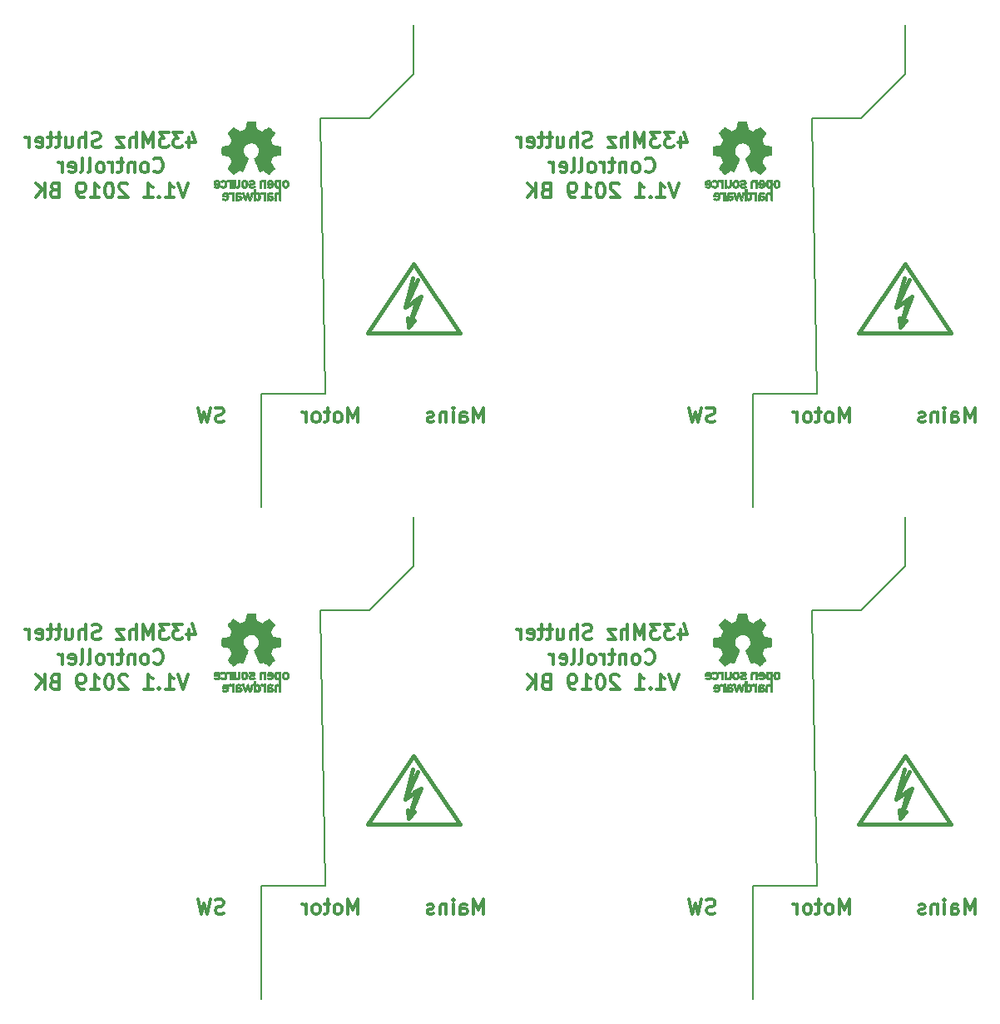
<source format=gbo>
G04 #@! TF.GenerationSoftware,KiCad,Pcbnew,5.0.2-bee76a0~70~ubuntu16.04.1*
G04 #@! TF.CreationDate,2019-11-28T15:24:24+01:00*
G04 #@! TF.ProjectId,Shutter_RF_2x2,53687574-7465-4725-9f52-465f3278322e,rev?*
G04 #@! TF.SameCoordinates,Original*
G04 #@! TF.FileFunction,Legend,Bot*
G04 #@! TF.FilePolarity,Positive*
%FSLAX46Y46*%
G04 Gerber Fmt 4.6, Leading zero omitted, Abs format (unit mm)*
G04 Created by KiCad (PCBNEW 5.0.2-bee76a0~70~ubuntu16.04.1) date Thu 28 Nov 2019 03:24:24 PM CET*
%MOMM*%
%LPD*%
G01*
G04 APERTURE LIST*
%ADD10C,0.300000*%
%ADD11C,0.200000*%
%ADD12C,0.381000*%
%ADD13C,0.010000*%
G04 APERTURE END LIST*
D10*
X134322000Y-90886571D02*
X134322000Y-89386571D01*
X133822000Y-90458000D01*
X133322000Y-89386571D01*
X133322000Y-90886571D01*
X132393428Y-90886571D02*
X132536285Y-90815142D01*
X132607714Y-90743714D01*
X132679142Y-90600857D01*
X132679142Y-90172285D01*
X132607714Y-90029428D01*
X132536285Y-89958000D01*
X132393428Y-89886571D01*
X132179142Y-89886571D01*
X132036285Y-89958000D01*
X131964857Y-90029428D01*
X131893428Y-90172285D01*
X131893428Y-90600857D01*
X131964857Y-90743714D01*
X132036285Y-90815142D01*
X132179142Y-90886571D01*
X132393428Y-90886571D01*
X131464857Y-89886571D02*
X130893428Y-89886571D01*
X131250571Y-89386571D02*
X131250571Y-90672285D01*
X131179142Y-90815142D01*
X131036285Y-90886571D01*
X130893428Y-90886571D01*
X130179142Y-90886571D02*
X130322000Y-90815142D01*
X130393428Y-90743714D01*
X130464857Y-90600857D01*
X130464857Y-90172285D01*
X130393428Y-90029428D01*
X130322000Y-89958000D01*
X130179142Y-89886571D01*
X129964857Y-89886571D01*
X129822000Y-89958000D01*
X129750571Y-90029428D01*
X129679142Y-90172285D01*
X129679142Y-90600857D01*
X129750571Y-90743714D01*
X129822000Y-90815142D01*
X129964857Y-90886571D01*
X130179142Y-90886571D01*
X129036285Y-90886571D02*
X129036285Y-89886571D01*
X129036285Y-90172285D02*
X128964857Y-90029428D01*
X128893428Y-89958000D01*
X128750571Y-89886571D01*
X128607714Y-89886571D01*
X120665714Y-90815142D02*
X120451428Y-90886571D01*
X120094285Y-90886571D01*
X119951428Y-90815142D01*
X119880000Y-90743714D01*
X119808571Y-90600857D01*
X119808571Y-90458000D01*
X119880000Y-90315142D01*
X119951428Y-90243714D01*
X120094285Y-90172285D01*
X120380000Y-90100857D01*
X120522857Y-90029428D01*
X120594285Y-89958000D01*
X120665714Y-89815142D01*
X120665714Y-89672285D01*
X120594285Y-89529428D01*
X120522857Y-89458000D01*
X120380000Y-89386571D01*
X120022857Y-89386571D01*
X119808571Y-89458000D01*
X119308571Y-89386571D02*
X118951428Y-90886571D01*
X118665714Y-89815142D01*
X118380000Y-90886571D01*
X118022857Y-89386571D01*
D11*
X180500000Y-60000000D02*
X181000000Y-88000000D01*
X140000000Y-50500000D02*
X140000000Y-55500000D01*
X130500000Y-60000000D02*
X131000000Y-88000000D01*
D10*
X170665714Y-90815142D02*
X170451428Y-90886571D01*
X170094285Y-90886571D01*
X169951428Y-90815142D01*
X169880000Y-90743714D01*
X169808571Y-90600857D01*
X169808571Y-90458000D01*
X169880000Y-90315142D01*
X169951428Y-90243714D01*
X170094285Y-90172285D01*
X170380000Y-90100857D01*
X170522857Y-90029428D01*
X170594285Y-89958000D01*
X170665714Y-89815142D01*
X170665714Y-89672285D01*
X170594285Y-89529428D01*
X170522857Y-89458000D01*
X170380000Y-89386571D01*
X170022857Y-89386571D01*
X169808571Y-89458000D01*
X169308571Y-89386571D02*
X168951428Y-90886571D01*
X168665714Y-89815142D01*
X168380000Y-90886571D01*
X168022857Y-89386571D01*
X197093428Y-90886571D02*
X197093428Y-89386571D01*
X196593428Y-90458000D01*
X196093428Y-89386571D01*
X196093428Y-90886571D01*
X194736285Y-90886571D02*
X194736285Y-90100857D01*
X194807714Y-89958000D01*
X194950571Y-89886571D01*
X195236285Y-89886571D01*
X195379142Y-89958000D01*
X194736285Y-90815142D02*
X194879142Y-90886571D01*
X195236285Y-90886571D01*
X195379142Y-90815142D01*
X195450571Y-90672285D01*
X195450571Y-90529428D01*
X195379142Y-90386571D01*
X195236285Y-90315142D01*
X194879142Y-90315142D01*
X194736285Y-90243714D01*
X194022000Y-90886571D02*
X194022000Y-89886571D01*
X194022000Y-89386571D02*
X194093428Y-89458000D01*
X194022000Y-89529428D01*
X193950571Y-89458000D01*
X194022000Y-89386571D01*
X194022000Y-89529428D01*
X193307714Y-89886571D02*
X193307714Y-90886571D01*
X193307714Y-90029428D02*
X193236285Y-89958000D01*
X193093428Y-89886571D01*
X192879142Y-89886571D01*
X192736285Y-89958000D01*
X192664857Y-90100857D01*
X192664857Y-90886571D01*
X192022000Y-90815142D02*
X191879142Y-90886571D01*
X191593428Y-90886571D01*
X191450571Y-90815142D01*
X191379142Y-90672285D01*
X191379142Y-90600857D01*
X191450571Y-90458000D01*
X191593428Y-90386571D01*
X191807714Y-90386571D01*
X191950571Y-90315142D01*
X192022000Y-90172285D01*
X192022000Y-90100857D01*
X191950571Y-89958000D01*
X191807714Y-89886571D01*
X191593428Y-89886571D01*
X191450571Y-89958000D01*
D11*
X190000000Y-55500000D02*
X185500000Y-60000000D01*
X190000000Y-50500000D02*
X190000000Y-55500000D01*
X140000000Y-55500000D02*
X135500000Y-60000000D01*
D10*
X117112857Y-61936571D02*
X117112857Y-62936571D01*
X117470000Y-61365142D02*
X117827142Y-62436571D01*
X116898571Y-62436571D01*
X116470000Y-61436571D02*
X115541428Y-61436571D01*
X116041428Y-62008000D01*
X115827142Y-62008000D01*
X115684285Y-62079428D01*
X115612857Y-62150857D01*
X115541428Y-62293714D01*
X115541428Y-62650857D01*
X115612857Y-62793714D01*
X115684285Y-62865142D01*
X115827142Y-62936571D01*
X116255714Y-62936571D01*
X116398571Y-62865142D01*
X116470000Y-62793714D01*
X115041428Y-61436571D02*
X114112857Y-61436571D01*
X114612857Y-62008000D01*
X114398571Y-62008000D01*
X114255714Y-62079428D01*
X114184285Y-62150857D01*
X114112857Y-62293714D01*
X114112857Y-62650857D01*
X114184285Y-62793714D01*
X114255714Y-62865142D01*
X114398571Y-62936571D01*
X114827142Y-62936571D01*
X114970000Y-62865142D01*
X115041428Y-62793714D01*
X113470000Y-62936571D02*
X113470000Y-61436571D01*
X112970000Y-62508000D01*
X112470000Y-61436571D01*
X112470000Y-62936571D01*
X111755714Y-62936571D02*
X111755714Y-61436571D01*
X111112857Y-62936571D02*
X111112857Y-62150857D01*
X111184285Y-62008000D01*
X111327142Y-61936571D01*
X111541428Y-61936571D01*
X111684285Y-62008000D01*
X111755714Y-62079428D01*
X110541428Y-61936571D02*
X109755714Y-61936571D01*
X110541428Y-62936571D01*
X109755714Y-62936571D01*
X108112857Y-62865142D02*
X107898571Y-62936571D01*
X107541428Y-62936571D01*
X107398571Y-62865142D01*
X107327142Y-62793714D01*
X107255714Y-62650857D01*
X107255714Y-62508000D01*
X107327142Y-62365142D01*
X107398571Y-62293714D01*
X107541428Y-62222285D01*
X107827142Y-62150857D01*
X107970000Y-62079428D01*
X108041428Y-62008000D01*
X108112857Y-61865142D01*
X108112857Y-61722285D01*
X108041428Y-61579428D01*
X107970000Y-61508000D01*
X107827142Y-61436571D01*
X107470000Y-61436571D01*
X107255714Y-61508000D01*
X106612857Y-62936571D02*
X106612857Y-61436571D01*
X105970000Y-62936571D02*
X105970000Y-62150857D01*
X106041428Y-62008000D01*
X106184285Y-61936571D01*
X106398571Y-61936571D01*
X106541428Y-62008000D01*
X106612857Y-62079428D01*
X104612857Y-61936571D02*
X104612857Y-62936571D01*
X105255714Y-61936571D02*
X105255714Y-62722285D01*
X105184285Y-62865142D01*
X105041428Y-62936571D01*
X104827142Y-62936571D01*
X104684285Y-62865142D01*
X104612857Y-62793714D01*
X104112857Y-61936571D02*
X103541428Y-61936571D01*
X103898571Y-61436571D02*
X103898571Y-62722285D01*
X103827142Y-62865142D01*
X103684285Y-62936571D01*
X103541428Y-62936571D01*
X103255714Y-61936571D02*
X102684285Y-61936571D01*
X103041428Y-61436571D02*
X103041428Y-62722285D01*
X102970000Y-62865142D01*
X102827142Y-62936571D01*
X102684285Y-62936571D01*
X101612857Y-62865142D02*
X101755714Y-62936571D01*
X102041428Y-62936571D01*
X102184285Y-62865142D01*
X102255714Y-62722285D01*
X102255714Y-62150857D01*
X102184285Y-62008000D01*
X102041428Y-61936571D01*
X101755714Y-61936571D01*
X101612857Y-62008000D01*
X101541428Y-62150857D01*
X101541428Y-62293714D01*
X102255714Y-62436571D01*
X100898571Y-62936571D02*
X100898571Y-61936571D01*
X100898571Y-62222285D02*
X100827142Y-62079428D01*
X100755714Y-62008000D01*
X100612857Y-61936571D01*
X100470000Y-61936571D01*
X113577142Y-65343714D02*
X113648571Y-65415142D01*
X113862857Y-65486571D01*
X114005714Y-65486571D01*
X114220000Y-65415142D01*
X114362857Y-65272285D01*
X114434285Y-65129428D01*
X114505714Y-64843714D01*
X114505714Y-64629428D01*
X114434285Y-64343714D01*
X114362857Y-64200857D01*
X114220000Y-64058000D01*
X114005714Y-63986571D01*
X113862857Y-63986571D01*
X113648571Y-64058000D01*
X113577142Y-64129428D01*
X112720000Y-65486571D02*
X112862857Y-65415142D01*
X112934285Y-65343714D01*
X113005714Y-65200857D01*
X113005714Y-64772285D01*
X112934285Y-64629428D01*
X112862857Y-64558000D01*
X112720000Y-64486571D01*
X112505714Y-64486571D01*
X112362857Y-64558000D01*
X112291428Y-64629428D01*
X112220000Y-64772285D01*
X112220000Y-65200857D01*
X112291428Y-65343714D01*
X112362857Y-65415142D01*
X112505714Y-65486571D01*
X112720000Y-65486571D01*
X111577142Y-64486571D02*
X111577142Y-65486571D01*
X111577142Y-64629428D02*
X111505714Y-64558000D01*
X111362857Y-64486571D01*
X111148571Y-64486571D01*
X111005714Y-64558000D01*
X110934285Y-64700857D01*
X110934285Y-65486571D01*
X110434285Y-64486571D02*
X109862857Y-64486571D01*
X110220000Y-63986571D02*
X110220000Y-65272285D01*
X110148571Y-65415142D01*
X110005714Y-65486571D01*
X109862857Y-65486571D01*
X109362857Y-65486571D02*
X109362857Y-64486571D01*
X109362857Y-64772285D02*
X109291428Y-64629428D01*
X109220000Y-64558000D01*
X109077142Y-64486571D01*
X108934285Y-64486571D01*
X108220000Y-65486571D02*
X108362857Y-65415142D01*
X108434285Y-65343714D01*
X108505714Y-65200857D01*
X108505714Y-64772285D01*
X108434285Y-64629428D01*
X108362857Y-64558000D01*
X108220000Y-64486571D01*
X108005714Y-64486571D01*
X107862857Y-64558000D01*
X107791428Y-64629428D01*
X107720000Y-64772285D01*
X107720000Y-65200857D01*
X107791428Y-65343714D01*
X107862857Y-65415142D01*
X108005714Y-65486571D01*
X108220000Y-65486571D01*
X106862857Y-65486571D02*
X107005714Y-65415142D01*
X107077142Y-65272285D01*
X107077142Y-63986571D01*
X106077142Y-65486571D02*
X106220000Y-65415142D01*
X106291428Y-65272285D01*
X106291428Y-63986571D01*
X104934285Y-65415142D02*
X105077142Y-65486571D01*
X105362857Y-65486571D01*
X105505714Y-65415142D01*
X105577142Y-65272285D01*
X105577142Y-64700857D01*
X105505714Y-64558000D01*
X105362857Y-64486571D01*
X105077142Y-64486571D01*
X104934285Y-64558000D01*
X104862857Y-64700857D01*
X104862857Y-64843714D01*
X105577142Y-64986571D01*
X104220000Y-65486571D02*
X104220000Y-64486571D01*
X104220000Y-64772285D02*
X104148571Y-64629428D01*
X104077142Y-64558000D01*
X103934285Y-64486571D01*
X103791428Y-64486571D01*
X117005714Y-66536571D02*
X116505714Y-68036571D01*
X116005714Y-66536571D01*
X114720000Y-68036571D02*
X115577142Y-68036571D01*
X115148571Y-68036571D02*
X115148571Y-66536571D01*
X115291428Y-66750857D01*
X115434285Y-66893714D01*
X115577142Y-66965142D01*
X114077142Y-67893714D02*
X114005714Y-67965142D01*
X114077142Y-68036571D01*
X114148571Y-67965142D01*
X114077142Y-67893714D01*
X114077142Y-68036571D01*
X112577142Y-68036571D02*
X113434285Y-68036571D01*
X113005714Y-68036571D02*
X113005714Y-66536571D01*
X113148571Y-66750857D01*
X113291428Y-66893714D01*
X113434285Y-66965142D01*
X110862857Y-66679428D02*
X110791428Y-66608000D01*
X110648571Y-66536571D01*
X110291428Y-66536571D01*
X110148571Y-66608000D01*
X110077142Y-66679428D01*
X110005714Y-66822285D01*
X110005714Y-66965142D01*
X110077142Y-67179428D01*
X110934285Y-68036571D01*
X110005714Y-68036571D01*
X109077142Y-66536571D02*
X108934285Y-66536571D01*
X108791428Y-66608000D01*
X108720000Y-66679428D01*
X108648571Y-66822285D01*
X108577142Y-67108000D01*
X108577142Y-67465142D01*
X108648571Y-67750857D01*
X108720000Y-67893714D01*
X108791428Y-67965142D01*
X108934285Y-68036571D01*
X109077142Y-68036571D01*
X109220000Y-67965142D01*
X109291428Y-67893714D01*
X109362857Y-67750857D01*
X109434285Y-67465142D01*
X109434285Y-67108000D01*
X109362857Y-66822285D01*
X109291428Y-66679428D01*
X109220000Y-66608000D01*
X109077142Y-66536571D01*
X107148571Y-68036571D02*
X108005714Y-68036571D01*
X107577142Y-68036571D02*
X107577142Y-66536571D01*
X107720000Y-66750857D01*
X107862857Y-66893714D01*
X108005714Y-66965142D01*
X106434285Y-68036571D02*
X106148571Y-68036571D01*
X106005714Y-67965142D01*
X105934285Y-67893714D01*
X105791428Y-67679428D01*
X105720000Y-67393714D01*
X105720000Y-66822285D01*
X105791428Y-66679428D01*
X105862857Y-66608000D01*
X106005714Y-66536571D01*
X106291428Y-66536571D01*
X106434285Y-66608000D01*
X106505714Y-66679428D01*
X106577142Y-66822285D01*
X106577142Y-67179428D01*
X106505714Y-67322285D01*
X106434285Y-67393714D01*
X106291428Y-67465142D01*
X106005714Y-67465142D01*
X105862857Y-67393714D01*
X105791428Y-67322285D01*
X105720000Y-67179428D01*
X103434285Y-67250857D02*
X103220000Y-67322285D01*
X103148571Y-67393714D01*
X103077142Y-67536571D01*
X103077142Y-67750857D01*
X103148571Y-67893714D01*
X103220000Y-67965142D01*
X103362857Y-68036571D01*
X103934285Y-68036571D01*
X103934285Y-66536571D01*
X103434285Y-66536571D01*
X103291428Y-66608000D01*
X103220000Y-66679428D01*
X103148571Y-66822285D01*
X103148571Y-66965142D01*
X103220000Y-67108000D01*
X103291428Y-67179428D01*
X103434285Y-67250857D01*
X103934285Y-67250857D01*
X102434285Y-68036571D02*
X102434285Y-66536571D01*
X101577142Y-68036571D02*
X102220000Y-67179428D01*
X101577142Y-66536571D02*
X102434285Y-67393714D01*
X167112857Y-61936571D02*
X167112857Y-62936571D01*
X167470000Y-61365142D02*
X167827142Y-62436571D01*
X166898571Y-62436571D01*
X166470000Y-61436571D02*
X165541428Y-61436571D01*
X166041428Y-62008000D01*
X165827142Y-62008000D01*
X165684285Y-62079428D01*
X165612857Y-62150857D01*
X165541428Y-62293714D01*
X165541428Y-62650857D01*
X165612857Y-62793714D01*
X165684285Y-62865142D01*
X165827142Y-62936571D01*
X166255714Y-62936571D01*
X166398571Y-62865142D01*
X166470000Y-62793714D01*
X165041428Y-61436571D02*
X164112857Y-61436571D01*
X164612857Y-62008000D01*
X164398571Y-62008000D01*
X164255714Y-62079428D01*
X164184285Y-62150857D01*
X164112857Y-62293714D01*
X164112857Y-62650857D01*
X164184285Y-62793714D01*
X164255714Y-62865142D01*
X164398571Y-62936571D01*
X164827142Y-62936571D01*
X164970000Y-62865142D01*
X165041428Y-62793714D01*
X163470000Y-62936571D02*
X163470000Y-61436571D01*
X162970000Y-62508000D01*
X162470000Y-61436571D01*
X162470000Y-62936571D01*
X161755714Y-62936571D02*
X161755714Y-61436571D01*
X161112857Y-62936571D02*
X161112857Y-62150857D01*
X161184285Y-62008000D01*
X161327142Y-61936571D01*
X161541428Y-61936571D01*
X161684285Y-62008000D01*
X161755714Y-62079428D01*
X160541428Y-61936571D02*
X159755714Y-61936571D01*
X160541428Y-62936571D01*
X159755714Y-62936571D01*
X158112857Y-62865142D02*
X157898571Y-62936571D01*
X157541428Y-62936571D01*
X157398571Y-62865142D01*
X157327142Y-62793714D01*
X157255714Y-62650857D01*
X157255714Y-62508000D01*
X157327142Y-62365142D01*
X157398571Y-62293714D01*
X157541428Y-62222285D01*
X157827142Y-62150857D01*
X157970000Y-62079428D01*
X158041428Y-62008000D01*
X158112857Y-61865142D01*
X158112857Y-61722285D01*
X158041428Y-61579428D01*
X157970000Y-61508000D01*
X157827142Y-61436571D01*
X157470000Y-61436571D01*
X157255714Y-61508000D01*
X156612857Y-62936571D02*
X156612857Y-61436571D01*
X155970000Y-62936571D02*
X155970000Y-62150857D01*
X156041428Y-62008000D01*
X156184285Y-61936571D01*
X156398571Y-61936571D01*
X156541428Y-62008000D01*
X156612857Y-62079428D01*
X154612857Y-61936571D02*
X154612857Y-62936571D01*
X155255714Y-61936571D02*
X155255714Y-62722285D01*
X155184285Y-62865142D01*
X155041428Y-62936571D01*
X154827142Y-62936571D01*
X154684285Y-62865142D01*
X154612857Y-62793714D01*
X154112857Y-61936571D02*
X153541428Y-61936571D01*
X153898571Y-61436571D02*
X153898571Y-62722285D01*
X153827142Y-62865142D01*
X153684285Y-62936571D01*
X153541428Y-62936571D01*
X153255714Y-61936571D02*
X152684285Y-61936571D01*
X153041428Y-61436571D02*
X153041428Y-62722285D01*
X152970000Y-62865142D01*
X152827142Y-62936571D01*
X152684285Y-62936571D01*
X151612857Y-62865142D02*
X151755714Y-62936571D01*
X152041428Y-62936571D01*
X152184285Y-62865142D01*
X152255714Y-62722285D01*
X152255714Y-62150857D01*
X152184285Y-62008000D01*
X152041428Y-61936571D01*
X151755714Y-61936571D01*
X151612857Y-62008000D01*
X151541428Y-62150857D01*
X151541428Y-62293714D01*
X152255714Y-62436571D01*
X150898571Y-62936571D02*
X150898571Y-61936571D01*
X150898571Y-62222285D02*
X150827142Y-62079428D01*
X150755714Y-62008000D01*
X150612857Y-61936571D01*
X150470000Y-61936571D01*
X163577142Y-65343714D02*
X163648571Y-65415142D01*
X163862857Y-65486571D01*
X164005714Y-65486571D01*
X164220000Y-65415142D01*
X164362857Y-65272285D01*
X164434285Y-65129428D01*
X164505714Y-64843714D01*
X164505714Y-64629428D01*
X164434285Y-64343714D01*
X164362857Y-64200857D01*
X164220000Y-64058000D01*
X164005714Y-63986571D01*
X163862857Y-63986571D01*
X163648571Y-64058000D01*
X163577142Y-64129428D01*
X162720000Y-65486571D02*
X162862857Y-65415142D01*
X162934285Y-65343714D01*
X163005714Y-65200857D01*
X163005714Y-64772285D01*
X162934285Y-64629428D01*
X162862857Y-64558000D01*
X162720000Y-64486571D01*
X162505714Y-64486571D01*
X162362857Y-64558000D01*
X162291428Y-64629428D01*
X162220000Y-64772285D01*
X162220000Y-65200857D01*
X162291428Y-65343714D01*
X162362857Y-65415142D01*
X162505714Y-65486571D01*
X162720000Y-65486571D01*
X161577142Y-64486571D02*
X161577142Y-65486571D01*
X161577142Y-64629428D02*
X161505714Y-64558000D01*
X161362857Y-64486571D01*
X161148571Y-64486571D01*
X161005714Y-64558000D01*
X160934285Y-64700857D01*
X160934285Y-65486571D01*
X160434285Y-64486571D02*
X159862857Y-64486571D01*
X160220000Y-63986571D02*
X160220000Y-65272285D01*
X160148571Y-65415142D01*
X160005714Y-65486571D01*
X159862857Y-65486571D01*
X159362857Y-65486571D02*
X159362857Y-64486571D01*
X159362857Y-64772285D02*
X159291428Y-64629428D01*
X159220000Y-64558000D01*
X159077142Y-64486571D01*
X158934285Y-64486571D01*
X158220000Y-65486571D02*
X158362857Y-65415142D01*
X158434285Y-65343714D01*
X158505714Y-65200857D01*
X158505714Y-64772285D01*
X158434285Y-64629428D01*
X158362857Y-64558000D01*
X158220000Y-64486571D01*
X158005714Y-64486571D01*
X157862857Y-64558000D01*
X157791428Y-64629428D01*
X157720000Y-64772285D01*
X157720000Y-65200857D01*
X157791428Y-65343714D01*
X157862857Y-65415142D01*
X158005714Y-65486571D01*
X158220000Y-65486571D01*
X156862857Y-65486571D02*
X157005714Y-65415142D01*
X157077142Y-65272285D01*
X157077142Y-63986571D01*
X156077142Y-65486571D02*
X156220000Y-65415142D01*
X156291428Y-65272285D01*
X156291428Y-63986571D01*
X154934285Y-65415142D02*
X155077142Y-65486571D01*
X155362857Y-65486571D01*
X155505714Y-65415142D01*
X155577142Y-65272285D01*
X155577142Y-64700857D01*
X155505714Y-64558000D01*
X155362857Y-64486571D01*
X155077142Y-64486571D01*
X154934285Y-64558000D01*
X154862857Y-64700857D01*
X154862857Y-64843714D01*
X155577142Y-64986571D01*
X154220000Y-65486571D02*
X154220000Y-64486571D01*
X154220000Y-64772285D02*
X154148571Y-64629428D01*
X154077142Y-64558000D01*
X153934285Y-64486571D01*
X153791428Y-64486571D01*
X167005714Y-66536571D02*
X166505714Y-68036571D01*
X166005714Y-66536571D01*
X164720000Y-68036571D02*
X165577142Y-68036571D01*
X165148571Y-68036571D02*
X165148571Y-66536571D01*
X165291428Y-66750857D01*
X165434285Y-66893714D01*
X165577142Y-66965142D01*
X164077142Y-67893714D02*
X164005714Y-67965142D01*
X164077142Y-68036571D01*
X164148571Y-67965142D01*
X164077142Y-67893714D01*
X164077142Y-68036571D01*
X162577142Y-68036571D02*
X163434285Y-68036571D01*
X163005714Y-68036571D02*
X163005714Y-66536571D01*
X163148571Y-66750857D01*
X163291428Y-66893714D01*
X163434285Y-66965142D01*
X160862857Y-66679428D02*
X160791428Y-66608000D01*
X160648571Y-66536571D01*
X160291428Y-66536571D01*
X160148571Y-66608000D01*
X160077142Y-66679428D01*
X160005714Y-66822285D01*
X160005714Y-66965142D01*
X160077142Y-67179428D01*
X160934285Y-68036571D01*
X160005714Y-68036571D01*
X159077142Y-66536571D02*
X158934285Y-66536571D01*
X158791428Y-66608000D01*
X158720000Y-66679428D01*
X158648571Y-66822285D01*
X158577142Y-67108000D01*
X158577142Y-67465142D01*
X158648571Y-67750857D01*
X158720000Y-67893714D01*
X158791428Y-67965142D01*
X158934285Y-68036571D01*
X159077142Y-68036571D01*
X159220000Y-67965142D01*
X159291428Y-67893714D01*
X159362857Y-67750857D01*
X159434285Y-67465142D01*
X159434285Y-67108000D01*
X159362857Y-66822285D01*
X159291428Y-66679428D01*
X159220000Y-66608000D01*
X159077142Y-66536571D01*
X157148571Y-68036571D02*
X158005714Y-68036571D01*
X157577142Y-68036571D02*
X157577142Y-66536571D01*
X157720000Y-66750857D01*
X157862857Y-66893714D01*
X158005714Y-66965142D01*
X156434285Y-68036571D02*
X156148571Y-68036571D01*
X156005714Y-67965142D01*
X155934285Y-67893714D01*
X155791428Y-67679428D01*
X155720000Y-67393714D01*
X155720000Y-66822285D01*
X155791428Y-66679428D01*
X155862857Y-66608000D01*
X156005714Y-66536571D01*
X156291428Y-66536571D01*
X156434285Y-66608000D01*
X156505714Y-66679428D01*
X156577142Y-66822285D01*
X156577142Y-67179428D01*
X156505714Y-67322285D01*
X156434285Y-67393714D01*
X156291428Y-67465142D01*
X156005714Y-67465142D01*
X155862857Y-67393714D01*
X155791428Y-67322285D01*
X155720000Y-67179428D01*
X153434285Y-67250857D02*
X153220000Y-67322285D01*
X153148571Y-67393714D01*
X153077142Y-67536571D01*
X153077142Y-67750857D01*
X153148571Y-67893714D01*
X153220000Y-67965142D01*
X153362857Y-68036571D01*
X153934285Y-68036571D01*
X153934285Y-66536571D01*
X153434285Y-66536571D01*
X153291428Y-66608000D01*
X153220000Y-66679428D01*
X153148571Y-66822285D01*
X153148571Y-66965142D01*
X153220000Y-67108000D01*
X153291428Y-67179428D01*
X153434285Y-67250857D01*
X153934285Y-67250857D01*
X152434285Y-68036571D02*
X152434285Y-66536571D01*
X151577142Y-68036571D02*
X152220000Y-67179428D01*
X151577142Y-66536571D02*
X152434285Y-67393714D01*
D11*
X181000000Y-88000000D02*
X174500000Y-88000000D01*
X131000000Y-88000000D02*
X124500000Y-88000000D01*
X124500000Y-88000000D02*
X124500000Y-99500000D01*
X174500000Y-88000000D02*
X174500000Y-99500000D01*
D10*
X184322000Y-90886571D02*
X184322000Y-89386571D01*
X183822000Y-90458000D01*
X183322000Y-89386571D01*
X183322000Y-90886571D01*
X182393428Y-90886571D02*
X182536285Y-90815142D01*
X182607714Y-90743714D01*
X182679142Y-90600857D01*
X182679142Y-90172285D01*
X182607714Y-90029428D01*
X182536285Y-89958000D01*
X182393428Y-89886571D01*
X182179142Y-89886571D01*
X182036285Y-89958000D01*
X181964857Y-90029428D01*
X181893428Y-90172285D01*
X181893428Y-90600857D01*
X181964857Y-90743714D01*
X182036285Y-90815142D01*
X182179142Y-90886571D01*
X182393428Y-90886571D01*
X181464857Y-89886571D02*
X180893428Y-89886571D01*
X181250571Y-89386571D02*
X181250571Y-90672285D01*
X181179142Y-90815142D01*
X181036285Y-90886571D01*
X180893428Y-90886571D01*
X180179142Y-90886571D02*
X180322000Y-90815142D01*
X180393428Y-90743714D01*
X180464857Y-90600857D01*
X180464857Y-90172285D01*
X180393428Y-90029428D01*
X180322000Y-89958000D01*
X180179142Y-89886571D01*
X179964857Y-89886571D01*
X179822000Y-89958000D01*
X179750571Y-90029428D01*
X179679142Y-90172285D01*
X179679142Y-90600857D01*
X179750571Y-90743714D01*
X179822000Y-90815142D01*
X179964857Y-90886571D01*
X180179142Y-90886571D01*
X179036285Y-90886571D02*
X179036285Y-89886571D01*
X179036285Y-90172285D02*
X178964857Y-90029428D01*
X178893428Y-89958000D01*
X178750571Y-89886571D01*
X178607714Y-89886571D01*
D11*
X185500000Y-60000000D02*
X180500000Y-60000000D01*
D10*
X147093428Y-90886571D02*
X147093428Y-89386571D01*
X146593428Y-90458000D01*
X146093428Y-89386571D01*
X146093428Y-90886571D01*
X144736285Y-90886571D02*
X144736285Y-90100857D01*
X144807714Y-89958000D01*
X144950571Y-89886571D01*
X145236285Y-89886571D01*
X145379142Y-89958000D01*
X144736285Y-90815142D02*
X144879142Y-90886571D01*
X145236285Y-90886571D01*
X145379142Y-90815142D01*
X145450571Y-90672285D01*
X145450571Y-90529428D01*
X145379142Y-90386571D01*
X145236285Y-90315142D01*
X144879142Y-90315142D01*
X144736285Y-90243714D01*
X144022000Y-90886571D02*
X144022000Y-89886571D01*
X144022000Y-89386571D02*
X144093428Y-89458000D01*
X144022000Y-89529428D01*
X143950571Y-89458000D01*
X144022000Y-89386571D01*
X144022000Y-89529428D01*
X143307714Y-89886571D02*
X143307714Y-90886571D01*
X143307714Y-90029428D02*
X143236285Y-89958000D01*
X143093428Y-89886571D01*
X142879142Y-89886571D01*
X142736285Y-89958000D01*
X142664857Y-90100857D01*
X142664857Y-90886571D01*
X142022000Y-90815142D02*
X141879142Y-90886571D01*
X141593428Y-90886571D01*
X141450571Y-90815142D01*
X141379142Y-90672285D01*
X141379142Y-90600857D01*
X141450571Y-90458000D01*
X141593428Y-90386571D01*
X141807714Y-90386571D01*
X141950571Y-90315142D01*
X142022000Y-90172285D01*
X142022000Y-90100857D01*
X141950571Y-89958000D01*
X141807714Y-89886571D01*
X141593428Y-89886571D01*
X141450571Y-89958000D01*
D11*
X135500000Y-60000000D02*
X130500000Y-60000000D01*
D10*
X184322000Y-140886571D02*
X184322000Y-139386571D01*
X183822000Y-140458000D01*
X183322000Y-139386571D01*
X183322000Y-140886571D01*
X182393428Y-140886571D02*
X182536285Y-140815142D01*
X182607714Y-140743714D01*
X182679142Y-140600857D01*
X182679142Y-140172285D01*
X182607714Y-140029428D01*
X182536285Y-139958000D01*
X182393428Y-139886571D01*
X182179142Y-139886571D01*
X182036285Y-139958000D01*
X181964857Y-140029428D01*
X181893428Y-140172285D01*
X181893428Y-140600857D01*
X181964857Y-140743714D01*
X182036285Y-140815142D01*
X182179142Y-140886571D01*
X182393428Y-140886571D01*
X181464857Y-139886571D02*
X180893428Y-139886571D01*
X181250571Y-139386571D02*
X181250571Y-140672285D01*
X181179142Y-140815142D01*
X181036285Y-140886571D01*
X180893428Y-140886571D01*
X180179142Y-140886571D02*
X180322000Y-140815142D01*
X180393428Y-140743714D01*
X180464857Y-140600857D01*
X180464857Y-140172285D01*
X180393428Y-140029428D01*
X180322000Y-139958000D01*
X180179142Y-139886571D01*
X179964857Y-139886571D01*
X179822000Y-139958000D01*
X179750571Y-140029428D01*
X179679142Y-140172285D01*
X179679142Y-140600857D01*
X179750571Y-140743714D01*
X179822000Y-140815142D01*
X179964857Y-140886571D01*
X180179142Y-140886571D01*
X179036285Y-140886571D02*
X179036285Y-139886571D01*
X179036285Y-140172285D02*
X178964857Y-140029428D01*
X178893428Y-139958000D01*
X178750571Y-139886571D01*
X178607714Y-139886571D01*
X170665714Y-140815142D02*
X170451428Y-140886571D01*
X170094285Y-140886571D01*
X169951428Y-140815142D01*
X169880000Y-140743714D01*
X169808571Y-140600857D01*
X169808571Y-140458000D01*
X169880000Y-140315142D01*
X169951428Y-140243714D01*
X170094285Y-140172285D01*
X170380000Y-140100857D01*
X170522857Y-140029428D01*
X170594285Y-139958000D01*
X170665714Y-139815142D01*
X170665714Y-139672285D01*
X170594285Y-139529428D01*
X170522857Y-139458000D01*
X170380000Y-139386571D01*
X170022857Y-139386571D01*
X169808571Y-139458000D01*
X169308571Y-139386571D02*
X168951428Y-140886571D01*
X168665714Y-139815142D01*
X168380000Y-140886571D01*
X168022857Y-139386571D01*
D11*
X190000000Y-100500000D02*
X190000000Y-105500000D01*
X180500000Y-110000000D02*
X181000000Y-138000000D01*
X190000000Y-105500000D02*
X185500000Y-110000000D01*
D10*
X167112857Y-111936571D02*
X167112857Y-112936571D01*
X167470000Y-111365142D02*
X167827142Y-112436571D01*
X166898571Y-112436571D01*
X166470000Y-111436571D02*
X165541428Y-111436571D01*
X166041428Y-112008000D01*
X165827142Y-112008000D01*
X165684285Y-112079428D01*
X165612857Y-112150857D01*
X165541428Y-112293714D01*
X165541428Y-112650857D01*
X165612857Y-112793714D01*
X165684285Y-112865142D01*
X165827142Y-112936571D01*
X166255714Y-112936571D01*
X166398571Y-112865142D01*
X166470000Y-112793714D01*
X165041428Y-111436571D02*
X164112857Y-111436571D01*
X164612857Y-112008000D01*
X164398571Y-112008000D01*
X164255714Y-112079428D01*
X164184285Y-112150857D01*
X164112857Y-112293714D01*
X164112857Y-112650857D01*
X164184285Y-112793714D01*
X164255714Y-112865142D01*
X164398571Y-112936571D01*
X164827142Y-112936571D01*
X164970000Y-112865142D01*
X165041428Y-112793714D01*
X163470000Y-112936571D02*
X163470000Y-111436571D01*
X162970000Y-112508000D01*
X162470000Y-111436571D01*
X162470000Y-112936571D01*
X161755714Y-112936571D02*
X161755714Y-111436571D01*
X161112857Y-112936571D02*
X161112857Y-112150857D01*
X161184285Y-112008000D01*
X161327142Y-111936571D01*
X161541428Y-111936571D01*
X161684285Y-112008000D01*
X161755714Y-112079428D01*
X160541428Y-111936571D02*
X159755714Y-111936571D01*
X160541428Y-112936571D01*
X159755714Y-112936571D01*
X158112857Y-112865142D02*
X157898571Y-112936571D01*
X157541428Y-112936571D01*
X157398571Y-112865142D01*
X157327142Y-112793714D01*
X157255714Y-112650857D01*
X157255714Y-112508000D01*
X157327142Y-112365142D01*
X157398571Y-112293714D01*
X157541428Y-112222285D01*
X157827142Y-112150857D01*
X157970000Y-112079428D01*
X158041428Y-112008000D01*
X158112857Y-111865142D01*
X158112857Y-111722285D01*
X158041428Y-111579428D01*
X157970000Y-111508000D01*
X157827142Y-111436571D01*
X157470000Y-111436571D01*
X157255714Y-111508000D01*
X156612857Y-112936571D02*
X156612857Y-111436571D01*
X155970000Y-112936571D02*
X155970000Y-112150857D01*
X156041428Y-112008000D01*
X156184285Y-111936571D01*
X156398571Y-111936571D01*
X156541428Y-112008000D01*
X156612857Y-112079428D01*
X154612857Y-111936571D02*
X154612857Y-112936571D01*
X155255714Y-111936571D02*
X155255714Y-112722285D01*
X155184285Y-112865142D01*
X155041428Y-112936571D01*
X154827142Y-112936571D01*
X154684285Y-112865142D01*
X154612857Y-112793714D01*
X154112857Y-111936571D02*
X153541428Y-111936571D01*
X153898571Y-111436571D02*
X153898571Y-112722285D01*
X153827142Y-112865142D01*
X153684285Y-112936571D01*
X153541428Y-112936571D01*
X153255714Y-111936571D02*
X152684285Y-111936571D01*
X153041428Y-111436571D02*
X153041428Y-112722285D01*
X152970000Y-112865142D01*
X152827142Y-112936571D01*
X152684285Y-112936571D01*
X151612857Y-112865142D02*
X151755714Y-112936571D01*
X152041428Y-112936571D01*
X152184285Y-112865142D01*
X152255714Y-112722285D01*
X152255714Y-112150857D01*
X152184285Y-112008000D01*
X152041428Y-111936571D01*
X151755714Y-111936571D01*
X151612857Y-112008000D01*
X151541428Y-112150857D01*
X151541428Y-112293714D01*
X152255714Y-112436571D01*
X150898571Y-112936571D02*
X150898571Y-111936571D01*
X150898571Y-112222285D02*
X150827142Y-112079428D01*
X150755714Y-112008000D01*
X150612857Y-111936571D01*
X150470000Y-111936571D01*
X163577142Y-115343714D02*
X163648571Y-115415142D01*
X163862857Y-115486571D01*
X164005714Y-115486571D01*
X164220000Y-115415142D01*
X164362857Y-115272285D01*
X164434285Y-115129428D01*
X164505714Y-114843714D01*
X164505714Y-114629428D01*
X164434285Y-114343714D01*
X164362857Y-114200857D01*
X164220000Y-114058000D01*
X164005714Y-113986571D01*
X163862857Y-113986571D01*
X163648571Y-114058000D01*
X163577142Y-114129428D01*
X162720000Y-115486571D02*
X162862857Y-115415142D01*
X162934285Y-115343714D01*
X163005714Y-115200857D01*
X163005714Y-114772285D01*
X162934285Y-114629428D01*
X162862857Y-114558000D01*
X162720000Y-114486571D01*
X162505714Y-114486571D01*
X162362857Y-114558000D01*
X162291428Y-114629428D01*
X162220000Y-114772285D01*
X162220000Y-115200857D01*
X162291428Y-115343714D01*
X162362857Y-115415142D01*
X162505714Y-115486571D01*
X162720000Y-115486571D01*
X161577142Y-114486571D02*
X161577142Y-115486571D01*
X161577142Y-114629428D02*
X161505714Y-114558000D01*
X161362857Y-114486571D01*
X161148571Y-114486571D01*
X161005714Y-114558000D01*
X160934285Y-114700857D01*
X160934285Y-115486571D01*
X160434285Y-114486571D02*
X159862857Y-114486571D01*
X160220000Y-113986571D02*
X160220000Y-115272285D01*
X160148571Y-115415142D01*
X160005714Y-115486571D01*
X159862857Y-115486571D01*
X159362857Y-115486571D02*
X159362857Y-114486571D01*
X159362857Y-114772285D02*
X159291428Y-114629428D01*
X159220000Y-114558000D01*
X159077142Y-114486571D01*
X158934285Y-114486571D01*
X158220000Y-115486571D02*
X158362857Y-115415142D01*
X158434285Y-115343714D01*
X158505714Y-115200857D01*
X158505714Y-114772285D01*
X158434285Y-114629428D01*
X158362857Y-114558000D01*
X158220000Y-114486571D01*
X158005714Y-114486571D01*
X157862857Y-114558000D01*
X157791428Y-114629428D01*
X157720000Y-114772285D01*
X157720000Y-115200857D01*
X157791428Y-115343714D01*
X157862857Y-115415142D01*
X158005714Y-115486571D01*
X158220000Y-115486571D01*
X156862857Y-115486571D02*
X157005714Y-115415142D01*
X157077142Y-115272285D01*
X157077142Y-113986571D01*
X156077142Y-115486571D02*
X156220000Y-115415142D01*
X156291428Y-115272285D01*
X156291428Y-113986571D01*
X154934285Y-115415142D02*
X155077142Y-115486571D01*
X155362857Y-115486571D01*
X155505714Y-115415142D01*
X155577142Y-115272285D01*
X155577142Y-114700857D01*
X155505714Y-114558000D01*
X155362857Y-114486571D01*
X155077142Y-114486571D01*
X154934285Y-114558000D01*
X154862857Y-114700857D01*
X154862857Y-114843714D01*
X155577142Y-114986571D01*
X154220000Y-115486571D02*
X154220000Y-114486571D01*
X154220000Y-114772285D02*
X154148571Y-114629428D01*
X154077142Y-114558000D01*
X153934285Y-114486571D01*
X153791428Y-114486571D01*
X167005714Y-116536571D02*
X166505714Y-118036571D01*
X166005714Y-116536571D01*
X164720000Y-118036571D02*
X165577142Y-118036571D01*
X165148571Y-118036571D02*
X165148571Y-116536571D01*
X165291428Y-116750857D01*
X165434285Y-116893714D01*
X165577142Y-116965142D01*
X164077142Y-117893714D02*
X164005714Y-117965142D01*
X164077142Y-118036571D01*
X164148571Y-117965142D01*
X164077142Y-117893714D01*
X164077142Y-118036571D01*
X162577142Y-118036571D02*
X163434285Y-118036571D01*
X163005714Y-118036571D02*
X163005714Y-116536571D01*
X163148571Y-116750857D01*
X163291428Y-116893714D01*
X163434285Y-116965142D01*
X160862857Y-116679428D02*
X160791428Y-116608000D01*
X160648571Y-116536571D01*
X160291428Y-116536571D01*
X160148571Y-116608000D01*
X160077142Y-116679428D01*
X160005714Y-116822285D01*
X160005714Y-116965142D01*
X160077142Y-117179428D01*
X160934285Y-118036571D01*
X160005714Y-118036571D01*
X159077142Y-116536571D02*
X158934285Y-116536571D01*
X158791428Y-116608000D01*
X158720000Y-116679428D01*
X158648571Y-116822285D01*
X158577142Y-117108000D01*
X158577142Y-117465142D01*
X158648571Y-117750857D01*
X158720000Y-117893714D01*
X158791428Y-117965142D01*
X158934285Y-118036571D01*
X159077142Y-118036571D01*
X159220000Y-117965142D01*
X159291428Y-117893714D01*
X159362857Y-117750857D01*
X159434285Y-117465142D01*
X159434285Y-117108000D01*
X159362857Y-116822285D01*
X159291428Y-116679428D01*
X159220000Y-116608000D01*
X159077142Y-116536571D01*
X157148571Y-118036571D02*
X158005714Y-118036571D01*
X157577142Y-118036571D02*
X157577142Y-116536571D01*
X157720000Y-116750857D01*
X157862857Y-116893714D01*
X158005714Y-116965142D01*
X156434285Y-118036571D02*
X156148571Y-118036571D01*
X156005714Y-117965142D01*
X155934285Y-117893714D01*
X155791428Y-117679428D01*
X155720000Y-117393714D01*
X155720000Y-116822285D01*
X155791428Y-116679428D01*
X155862857Y-116608000D01*
X156005714Y-116536571D01*
X156291428Y-116536571D01*
X156434285Y-116608000D01*
X156505714Y-116679428D01*
X156577142Y-116822285D01*
X156577142Y-117179428D01*
X156505714Y-117322285D01*
X156434285Y-117393714D01*
X156291428Y-117465142D01*
X156005714Y-117465142D01*
X155862857Y-117393714D01*
X155791428Y-117322285D01*
X155720000Y-117179428D01*
X153434285Y-117250857D02*
X153220000Y-117322285D01*
X153148571Y-117393714D01*
X153077142Y-117536571D01*
X153077142Y-117750857D01*
X153148571Y-117893714D01*
X153220000Y-117965142D01*
X153362857Y-118036571D01*
X153934285Y-118036571D01*
X153934285Y-116536571D01*
X153434285Y-116536571D01*
X153291428Y-116608000D01*
X153220000Y-116679428D01*
X153148571Y-116822285D01*
X153148571Y-116965142D01*
X153220000Y-117108000D01*
X153291428Y-117179428D01*
X153434285Y-117250857D01*
X153934285Y-117250857D01*
X152434285Y-118036571D02*
X152434285Y-116536571D01*
X151577142Y-118036571D02*
X152220000Y-117179428D01*
X151577142Y-116536571D02*
X152434285Y-117393714D01*
D11*
X181000000Y-138000000D02*
X174500000Y-138000000D01*
X174500000Y-138000000D02*
X174500000Y-149500000D01*
D10*
X197093428Y-140886571D02*
X197093428Y-139386571D01*
X196593428Y-140458000D01*
X196093428Y-139386571D01*
X196093428Y-140886571D01*
X194736285Y-140886571D02*
X194736285Y-140100857D01*
X194807714Y-139958000D01*
X194950571Y-139886571D01*
X195236285Y-139886571D01*
X195379142Y-139958000D01*
X194736285Y-140815142D02*
X194879142Y-140886571D01*
X195236285Y-140886571D01*
X195379142Y-140815142D01*
X195450571Y-140672285D01*
X195450571Y-140529428D01*
X195379142Y-140386571D01*
X195236285Y-140315142D01*
X194879142Y-140315142D01*
X194736285Y-140243714D01*
X194022000Y-140886571D02*
X194022000Y-139886571D01*
X194022000Y-139386571D02*
X194093428Y-139458000D01*
X194022000Y-139529428D01*
X193950571Y-139458000D01*
X194022000Y-139386571D01*
X194022000Y-139529428D01*
X193307714Y-139886571D02*
X193307714Y-140886571D01*
X193307714Y-140029428D02*
X193236285Y-139958000D01*
X193093428Y-139886571D01*
X192879142Y-139886571D01*
X192736285Y-139958000D01*
X192664857Y-140100857D01*
X192664857Y-140886571D01*
X192022000Y-140815142D02*
X191879142Y-140886571D01*
X191593428Y-140886571D01*
X191450571Y-140815142D01*
X191379142Y-140672285D01*
X191379142Y-140600857D01*
X191450571Y-140458000D01*
X191593428Y-140386571D01*
X191807714Y-140386571D01*
X191950571Y-140315142D01*
X192022000Y-140172285D01*
X192022000Y-140100857D01*
X191950571Y-139958000D01*
X191807714Y-139886571D01*
X191593428Y-139886571D01*
X191450571Y-139958000D01*
D11*
X185500000Y-110000000D02*
X180500000Y-110000000D01*
X124500000Y-138000000D02*
X124500000Y-149500000D01*
X131000000Y-138000000D02*
X124500000Y-138000000D01*
X130500000Y-110000000D02*
X131000000Y-138000000D01*
X135500000Y-110000000D02*
X130500000Y-110000000D01*
X140000000Y-105500000D02*
X135500000Y-110000000D01*
X140000000Y-100500000D02*
X140000000Y-105500000D01*
D10*
X120665714Y-140815142D02*
X120451428Y-140886571D01*
X120094285Y-140886571D01*
X119951428Y-140815142D01*
X119880000Y-140743714D01*
X119808571Y-140600857D01*
X119808571Y-140458000D01*
X119880000Y-140315142D01*
X119951428Y-140243714D01*
X120094285Y-140172285D01*
X120380000Y-140100857D01*
X120522857Y-140029428D01*
X120594285Y-139958000D01*
X120665714Y-139815142D01*
X120665714Y-139672285D01*
X120594285Y-139529428D01*
X120522857Y-139458000D01*
X120380000Y-139386571D01*
X120022857Y-139386571D01*
X119808571Y-139458000D01*
X119308571Y-139386571D02*
X118951428Y-140886571D01*
X118665714Y-139815142D01*
X118380000Y-140886571D01*
X118022857Y-139386571D01*
X134322000Y-140886571D02*
X134322000Y-139386571D01*
X133822000Y-140458000D01*
X133322000Y-139386571D01*
X133322000Y-140886571D01*
X132393428Y-140886571D02*
X132536285Y-140815142D01*
X132607714Y-140743714D01*
X132679142Y-140600857D01*
X132679142Y-140172285D01*
X132607714Y-140029428D01*
X132536285Y-139958000D01*
X132393428Y-139886571D01*
X132179142Y-139886571D01*
X132036285Y-139958000D01*
X131964857Y-140029428D01*
X131893428Y-140172285D01*
X131893428Y-140600857D01*
X131964857Y-140743714D01*
X132036285Y-140815142D01*
X132179142Y-140886571D01*
X132393428Y-140886571D01*
X131464857Y-139886571D02*
X130893428Y-139886571D01*
X131250571Y-139386571D02*
X131250571Y-140672285D01*
X131179142Y-140815142D01*
X131036285Y-140886571D01*
X130893428Y-140886571D01*
X130179142Y-140886571D02*
X130322000Y-140815142D01*
X130393428Y-140743714D01*
X130464857Y-140600857D01*
X130464857Y-140172285D01*
X130393428Y-140029428D01*
X130322000Y-139958000D01*
X130179142Y-139886571D01*
X129964857Y-139886571D01*
X129822000Y-139958000D01*
X129750571Y-140029428D01*
X129679142Y-140172285D01*
X129679142Y-140600857D01*
X129750571Y-140743714D01*
X129822000Y-140815142D01*
X129964857Y-140886571D01*
X130179142Y-140886571D01*
X129036285Y-140886571D02*
X129036285Y-139886571D01*
X129036285Y-140172285D02*
X128964857Y-140029428D01*
X128893428Y-139958000D01*
X128750571Y-139886571D01*
X128607714Y-139886571D01*
X147093428Y-140886571D02*
X147093428Y-139386571D01*
X146593428Y-140458000D01*
X146093428Y-139386571D01*
X146093428Y-140886571D01*
X144736285Y-140886571D02*
X144736285Y-140100857D01*
X144807714Y-139958000D01*
X144950571Y-139886571D01*
X145236285Y-139886571D01*
X145379142Y-139958000D01*
X144736285Y-140815142D02*
X144879142Y-140886571D01*
X145236285Y-140886571D01*
X145379142Y-140815142D01*
X145450571Y-140672285D01*
X145450571Y-140529428D01*
X145379142Y-140386571D01*
X145236285Y-140315142D01*
X144879142Y-140315142D01*
X144736285Y-140243714D01*
X144022000Y-140886571D02*
X144022000Y-139886571D01*
X144022000Y-139386571D02*
X144093428Y-139458000D01*
X144022000Y-139529428D01*
X143950571Y-139458000D01*
X144022000Y-139386571D01*
X144022000Y-139529428D01*
X143307714Y-139886571D02*
X143307714Y-140886571D01*
X143307714Y-140029428D02*
X143236285Y-139958000D01*
X143093428Y-139886571D01*
X142879142Y-139886571D01*
X142736285Y-139958000D01*
X142664857Y-140100857D01*
X142664857Y-140886571D01*
X142022000Y-140815142D02*
X141879142Y-140886571D01*
X141593428Y-140886571D01*
X141450571Y-140815142D01*
X141379142Y-140672285D01*
X141379142Y-140600857D01*
X141450571Y-140458000D01*
X141593428Y-140386571D01*
X141807714Y-140386571D01*
X141950571Y-140315142D01*
X142022000Y-140172285D01*
X142022000Y-140100857D01*
X141950571Y-139958000D01*
X141807714Y-139886571D01*
X141593428Y-139886571D01*
X141450571Y-139958000D01*
X117112857Y-111936571D02*
X117112857Y-112936571D01*
X117470000Y-111365142D02*
X117827142Y-112436571D01*
X116898571Y-112436571D01*
X116470000Y-111436571D02*
X115541428Y-111436571D01*
X116041428Y-112008000D01*
X115827142Y-112008000D01*
X115684285Y-112079428D01*
X115612857Y-112150857D01*
X115541428Y-112293714D01*
X115541428Y-112650857D01*
X115612857Y-112793714D01*
X115684285Y-112865142D01*
X115827142Y-112936571D01*
X116255714Y-112936571D01*
X116398571Y-112865142D01*
X116470000Y-112793714D01*
X115041428Y-111436571D02*
X114112857Y-111436571D01*
X114612857Y-112008000D01*
X114398571Y-112008000D01*
X114255714Y-112079428D01*
X114184285Y-112150857D01*
X114112857Y-112293714D01*
X114112857Y-112650857D01*
X114184285Y-112793714D01*
X114255714Y-112865142D01*
X114398571Y-112936571D01*
X114827142Y-112936571D01*
X114970000Y-112865142D01*
X115041428Y-112793714D01*
X113470000Y-112936571D02*
X113470000Y-111436571D01*
X112970000Y-112508000D01*
X112470000Y-111436571D01*
X112470000Y-112936571D01*
X111755714Y-112936571D02*
X111755714Y-111436571D01*
X111112857Y-112936571D02*
X111112857Y-112150857D01*
X111184285Y-112008000D01*
X111327142Y-111936571D01*
X111541428Y-111936571D01*
X111684285Y-112008000D01*
X111755714Y-112079428D01*
X110541428Y-111936571D02*
X109755714Y-111936571D01*
X110541428Y-112936571D01*
X109755714Y-112936571D01*
X108112857Y-112865142D02*
X107898571Y-112936571D01*
X107541428Y-112936571D01*
X107398571Y-112865142D01*
X107327142Y-112793714D01*
X107255714Y-112650857D01*
X107255714Y-112508000D01*
X107327142Y-112365142D01*
X107398571Y-112293714D01*
X107541428Y-112222285D01*
X107827142Y-112150857D01*
X107970000Y-112079428D01*
X108041428Y-112008000D01*
X108112857Y-111865142D01*
X108112857Y-111722285D01*
X108041428Y-111579428D01*
X107970000Y-111508000D01*
X107827142Y-111436571D01*
X107470000Y-111436571D01*
X107255714Y-111508000D01*
X106612857Y-112936571D02*
X106612857Y-111436571D01*
X105970000Y-112936571D02*
X105970000Y-112150857D01*
X106041428Y-112008000D01*
X106184285Y-111936571D01*
X106398571Y-111936571D01*
X106541428Y-112008000D01*
X106612857Y-112079428D01*
X104612857Y-111936571D02*
X104612857Y-112936571D01*
X105255714Y-111936571D02*
X105255714Y-112722285D01*
X105184285Y-112865142D01*
X105041428Y-112936571D01*
X104827142Y-112936571D01*
X104684285Y-112865142D01*
X104612857Y-112793714D01*
X104112857Y-111936571D02*
X103541428Y-111936571D01*
X103898571Y-111436571D02*
X103898571Y-112722285D01*
X103827142Y-112865142D01*
X103684285Y-112936571D01*
X103541428Y-112936571D01*
X103255714Y-111936571D02*
X102684285Y-111936571D01*
X103041428Y-111436571D02*
X103041428Y-112722285D01*
X102970000Y-112865142D01*
X102827142Y-112936571D01*
X102684285Y-112936571D01*
X101612857Y-112865142D02*
X101755714Y-112936571D01*
X102041428Y-112936571D01*
X102184285Y-112865142D01*
X102255714Y-112722285D01*
X102255714Y-112150857D01*
X102184285Y-112008000D01*
X102041428Y-111936571D01*
X101755714Y-111936571D01*
X101612857Y-112008000D01*
X101541428Y-112150857D01*
X101541428Y-112293714D01*
X102255714Y-112436571D01*
X100898571Y-112936571D02*
X100898571Y-111936571D01*
X100898571Y-112222285D02*
X100827142Y-112079428D01*
X100755714Y-112008000D01*
X100612857Y-111936571D01*
X100470000Y-111936571D01*
X113577142Y-115343714D02*
X113648571Y-115415142D01*
X113862857Y-115486571D01*
X114005714Y-115486571D01*
X114220000Y-115415142D01*
X114362857Y-115272285D01*
X114434285Y-115129428D01*
X114505714Y-114843714D01*
X114505714Y-114629428D01*
X114434285Y-114343714D01*
X114362857Y-114200857D01*
X114220000Y-114058000D01*
X114005714Y-113986571D01*
X113862857Y-113986571D01*
X113648571Y-114058000D01*
X113577142Y-114129428D01*
X112720000Y-115486571D02*
X112862857Y-115415142D01*
X112934285Y-115343714D01*
X113005714Y-115200857D01*
X113005714Y-114772285D01*
X112934285Y-114629428D01*
X112862857Y-114558000D01*
X112720000Y-114486571D01*
X112505714Y-114486571D01*
X112362857Y-114558000D01*
X112291428Y-114629428D01*
X112220000Y-114772285D01*
X112220000Y-115200857D01*
X112291428Y-115343714D01*
X112362857Y-115415142D01*
X112505714Y-115486571D01*
X112720000Y-115486571D01*
X111577142Y-114486571D02*
X111577142Y-115486571D01*
X111577142Y-114629428D02*
X111505714Y-114558000D01*
X111362857Y-114486571D01*
X111148571Y-114486571D01*
X111005714Y-114558000D01*
X110934285Y-114700857D01*
X110934285Y-115486571D01*
X110434285Y-114486571D02*
X109862857Y-114486571D01*
X110220000Y-113986571D02*
X110220000Y-115272285D01*
X110148571Y-115415142D01*
X110005714Y-115486571D01*
X109862857Y-115486571D01*
X109362857Y-115486571D02*
X109362857Y-114486571D01*
X109362857Y-114772285D02*
X109291428Y-114629428D01*
X109220000Y-114558000D01*
X109077142Y-114486571D01*
X108934285Y-114486571D01*
X108220000Y-115486571D02*
X108362857Y-115415142D01*
X108434285Y-115343714D01*
X108505714Y-115200857D01*
X108505714Y-114772285D01*
X108434285Y-114629428D01*
X108362857Y-114558000D01*
X108220000Y-114486571D01*
X108005714Y-114486571D01*
X107862857Y-114558000D01*
X107791428Y-114629428D01*
X107720000Y-114772285D01*
X107720000Y-115200857D01*
X107791428Y-115343714D01*
X107862857Y-115415142D01*
X108005714Y-115486571D01*
X108220000Y-115486571D01*
X106862857Y-115486571D02*
X107005714Y-115415142D01*
X107077142Y-115272285D01*
X107077142Y-113986571D01*
X106077142Y-115486571D02*
X106220000Y-115415142D01*
X106291428Y-115272285D01*
X106291428Y-113986571D01*
X104934285Y-115415142D02*
X105077142Y-115486571D01*
X105362857Y-115486571D01*
X105505714Y-115415142D01*
X105577142Y-115272285D01*
X105577142Y-114700857D01*
X105505714Y-114558000D01*
X105362857Y-114486571D01*
X105077142Y-114486571D01*
X104934285Y-114558000D01*
X104862857Y-114700857D01*
X104862857Y-114843714D01*
X105577142Y-114986571D01*
X104220000Y-115486571D02*
X104220000Y-114486571D01*
X104220000Y-114772285D02*
X104148571Y-114629428D01*
X104077142Y-114558000D01*
X103934285Y-114486571D01*
X103791428Y-114486571D01*
X117005714Y-116536571D02*
X116505714Y-118036571D01*
X116005714Y-116536571D01*
X114720000Y-118036571D02*
X115577142Y-118036571D01*
X115148571Y-118036571D02*
X115148571Y-116536571D01*
X115291428Y-116750857D01*
X115434285Y-116893714D01*
X115577142Y-116965142D01*
X114077142Y-117893714D02*
X114005714Y-117965142D01*
X114077142Y-118036571D01*
X114148571Y-117965142D01*
X114077142Y-117893714D01*
X114077142Y-118036571D01*
X112577142Y-118036571D02*
X113434285Y-118036571D01*
X113005714Y-118036571D02*
X113005714Y-116536571D01*
X113148571Y-116750857D01*
X113291428Y-116893714D01*
X113434285Y-116965142D01*
X110862857Y-116679428D02*
X110791428Y-116608000D01*
X110648571Y-116536571D01*
X110291428Y-116536571D01*
X110148571Y-116608000D01*
X110077142Y-116679428D01*
X110005714Y-116822285D01*
X110005714Y-116965142D01*
X110077142Y-117179428D01*
X110934285Y-118036571D01*
X110005714Y-118036571D01*
X109077142Y-116536571D02*
X108934285Y-116536571D01*
X108791428Y-116608000D01*
X108720000Y-116679428D01*
X108648571Y-116822285D01*
X108577142Y-117108000D01*
X108577142Y-117465142D01*
X108648571Y-117750857D01*
X108720000Y-117893714D01*
X108791428Y-117965142D01*
X108934285Y-118036571D01*
X109077142Y-118036571D01*
X109220000Y-117965142D01*
X109291428Y-117893714D01*
X109362857Y-117750857D01*
X109434285Y-117465142D01*
X109434285Y-117108000D01*
X109362857Y-116822285D01*
X109291428Y-116679428D01*
X109220000Y-116608000D01*
X109077142Y-116536571D01*
X107148571Y-118036571D02*
X108005714Y-118036571D01*
X107577142Y-118036571D02*
X107577142Y-116536571D01*
X107720000Y-116750857D01*
X107862857Y-116893714D01*
X108005714Y-116965142D01*
X106434285Y-118036571D02*
X106148571Y-118036571D01*
X106005714Y-117965142D01*
X105934285Y-117893714D01*
X105791428Y-117679428D01*
X105720000Y-117393714D01*
X105720000Y-116822285D01*
X105791428Y-116679428D01*
X105862857Y-116608000D01*
X106005714Y-116536571D01*
X106291428Y-116536571D01*
X106434285Y-116608000D01*
X106505714Y-116679428D01*
X106577142Y-116822285D01*
X106577142Y-117179428D01*
X106505714Y-117322285D01*
X106434285Y-117393714D01*
X106291428Y-117465142D01*
X106005714Y-117465142D01*
X105862857Y-117393714D01*
X105791428Y-117322285D01*
X105720000Y-117179428D01*
X103434285Y-117250857D02*
X103220000Y-117322285D01*
X103148571Y-117393714D01*
X103077142Y-117536571D01*
X103077142Y-117750857D01*
X103148571Y-117893714D01*
X103220000Y-117965142D01*
X103362857Y-118036571D01*
X103934285Y-118036571D01*
X103934285Y-116536571D01*
X103434285Y-116536571D01*
X103291428Y-116608000D01*
X103220000Y-116679428D01*
X103148571Y-116822285D01*
X103148571Y-116965142D01*
X103220000Y-117108000D01*
X103291428Y-117179428D01*
X103434285Y-117250857D01*
X103934285Y-117250857D01*
X102434285Y-118036571D02*
X102434285Y-116536571D01*
X101577142Y-118036571D02*
X102220000Y-117179428D01*
X101577142Y-116536571D02*
X102434285Y-117393714D01*
D12*
G04 #@! TO.C,REF\002A\002A*
X135301000Y-81794000D02*
X140000000Y-74809000D01*
X144699000Y-81794000D02*
X135301000Y-81794000D01*
X140000000Y-74809000D02*
X144699000Y-81794000D01*
X139502160Y-81199640D02*
X139400560Y-80300480D01*
X140299720Y-78400560D02*
X139502160Y-81199640D01*
X139100840Y-79200660D02*
X140299720Y-78400560D01*
X139900940Y-76200920D02*
X139100840Y-79200660D01*
X139502160Y-81199640D02*
X140101600Y-80501140D01*
X139100840Y-79200660D02*
X140401320Y-76399040D01*
X140701040Y-78100840D02*
X140101600Y-78499620D01*
X139502160Y-81199640D02*
X140701040Y-78100840D01*
D13*
G04 #@! TO.C,REF\002A\002A\002A*
G36*
X125980640Y-66252468D02*
X125945408Y-66269874D01*
X125901960Y-66300206D01*
X125870294Y-66333283D01*
X125848606Y-66374817D01*
X125835097Y-66430522D01*
X125827962Y-66506111D01*
X125825400Y-66607296D01*
X125825250Y-66650797D01*
X125825688Y-66746135D01*
X125827504Y-66814271D01*
X125831455Y-66861418D01*
X125838298Y-66893790D01*
X125848789Y-66917600D01*
X125859704Y-66933843D01*
X125929381Y-67002952D01*
X126011434Y-67044521D01*
X126099950Y-67057023D01*
X126189019Y-67038934D01*
X126217237Y-67026142D01*
X126284790Y-66990931D01*
X126284790Y-67542700D01*
X126235488Y-67517205D01*
X126170527Y-67497480D01*
X126090680Y-67492427D01*
X126010948Y-67501756D01*
X125950735Y-67522714D01*
X125900792Y-67562627D01*
X125858119Y-67619741D01*
X125854910Y-67625605D01*
X125841378Y-67653227D01*
X125831495Y-67681068D01*
X125824691Y-67714794D01*
X125820399Y-67760071D01*
X125818049Y-67822562D01*
X125817072Y-67907935D01*
X125816895Y-68004010D01*
X125816895Y-68310526D01*
X126000711Y-68310526D01*
X126000711Y-67745339D01*
X126052125Y-67702077D01*
X126105534Y-67667472D01*
X126156112Y-67661180D01*
X126206970Y-67677372D01*
X126234075Y-67693227D01*
X126254249Y-67715810D01*
X126268597Y-67749940D01*
X126278224Y-67800434D01*
X126284237Y-67872111D01*
X126287740Y-67969788D01*
X126288974Y-68034802D01*
X126293145Y-68302171D01*
X126380875Y-68307222D01*
X126468606Y-68312273D01*
X126468606Y-66653101D01*
X126284790Y-66653101D01*
X126280104Y-66745600D01*
X126264312Y-66809809D01*
X126234817Y-66849759D01*
X126189020Y-66869480D01*
X126142750Y-66873421D01*
X126090372Y-66868892D01*
X126055610Y-66851069D01*
X126033872Y-66827519D01*
X126016760Y-66802189D01*
X126006573Y-66773969D01*
X126002040Y-66734431D01*
X126001891Y-66675142D01*
X126003416Y-66625498D01*
X126006919Y-66550710D01*
X126012133Y-66501611D01*
X126020913Y-66470467D01*
X126035114Y-66449545D01*
X126048516Y-66437452D01*
X126104513Y-66411081D01*
X126170789Y-66406822D01*
X126208844Y-66415906D01*
X126246523Y-66448196D01*
X126271481Y-66511006D01*
X126283578Y-66603894D01*
X126284790Y-66653101D01*
X126468606Y-66653101D01*
X126468606Y-66238421D01*
X126376698Y-66238421D01*
X126321517Y-66240603D01*
X126293048Y-66248351D01*
X126284794Y-66263468D01*
X126284790Y-66263916D01*
X126280960Y-66278720D01*
X126264067Y-66277039D01*
X126230481Y-66260772D01*
X126152222Y-66235887D01*
X126064173Y-66233271D01*
X125980640Y-66252468D01*
X125980640Y-66252468D01*
G37*
X125980640Y-66252468D02*
X125945408Y-66269874D01*
X125901960Y-66300206D01*
X125870294Y-66333283D01*
X125848606Y-66374817D01*
X125835097Y-66430522D01*
X125827962Y-66506111D01*
X125825400Y-66607296D01*
X125825250Y-66650797D01*
X125825688Y-66746135D01*
X125827504Y-66814271D01*
X125831455Y-66861418D01*
X125838298Y-66893790D01*
X125848789Y-66917600D01*
X125859704Y-66933843D01*
X125929381Y-67002952D01*
X126011434Y-67044521D01*
X126099950Y-67057023D01*
X126189019Y-67038934D01*
X126217237Y-67026142D01*
X126284790Y-66990931D01*
X126284790Y-67542700D01*
X126235488Y-67517205D01*
X126170527Y-67497480D01*
X126090680Y-67492427D01*
X126010948Y-67501756D01*
X125950735Y-67522714D01*
X125900792Y-67562627D01*
X125858119Y-67619741D01*
X125854910Y-67625605D01*
X125841378Y-67653227D01*
X125831495Y-67681068D01*
X125824691Y-67714794D01*
X125820399Y-67760071D01*
X125818049Y-67822562D01*
X125817072Y-67907935D01*
X125816895Y-68004010D01*
X125816895Y-68310526D01*
X126000711Y-68310526D01*
X126000711Y-67745339D01*
X126052125Y-67702077D01*
X126105534Y-67667472D01*
X126156112Y-67661180D01*
X126206970Y-67677372D01*
X126234075Y-67693227D01*
X126254249Y-67715810D01*
X126268597Y-67749940D01*
X126278224Y-67800434D01*
X126284237Y-67872111D01*
X126287740Y-67969788D01*
X126288974Y-68034802D01*
X126293145Y-68302171D01*
X126380875Y-68307222D01*
X126468606Y-68312273D01*
X126468606Y-66653101D01*
X126284790Y-66653101D01*
X126280104Y-66745600D01*
X126264312Y-66809809D01*
X126234817Y-66849759D01*
X126189020Y-66869480D01*
X126142750Y-66873421D01*
X126090372Y-66868892D01*
X126055610Y-66851069D01*
X126033872Y-66827519D01*
X126016760Y-66802189D01*
X126006573Y-66773969D01*
X126002040Y-66734431D01*
X126001891Y-66675142D01*
X126003416Y-66625498D01*
X126006919Y-66550710D01*
X126012133Y-66501611D01*
X126020913Y-66470467D01*
X126035114Y-66449545D01*
X126048516Y-66437452D01*
X126104513Y-66411081D01*
X126170789Y-66406822D01*
X126208844Y-66415906D01*
X126246523Y-66448196D01*
X126271481Y-66511006D01*
X126283578Y-66603894D01*
X126284790Y-66653101D01*
X126468606Y-66653101D01*
X126468606Y-66238421D01*
X126376698Y-66238421D01*
X126321517Y-66240603D01*
X126293048Y-66248351D01*
X126284794Y-66263468D01*
X126284790Y-66263916D01*
X126280960Y-66278720D01*
X126264067Y-66277039D01*
X126230481Y-66260772D01*
X126152222Y-66235887D01*
X126064173Y-66233271D01*
X125980640Y-66252468D01*
G36*
X125283543Y-67498184D02*
X125204930Y-67519160D01*
X125145084Y-67557180D01*
X125102853Y-67606978D01*
X125089725Y-67628230D01*
X125080032Y-67650492D01*
X125073256Y-67678970D01*
X125068877Y-67718871D01*
X125066376Y-67775401D01*
X125065232Y-67853767D01*
X125064928Y-67959176D01*
X125064922Y-67987142D01*
X125064922Y-68310526D01*
X125145132Y-68310526D01*
X125196294Y-68306943D01*
X125234123Y-68297866D01*
X125243601Y-68292268D01*
X125269512Y-68282606D01*
X125295976Y-68292268D01*
X125339548Y-68304330D01*
X125402840Y-68309185D01*
X125472990Y-68307078D01*
X125537140Y-68298256D01*
X125574593Y-68286937D01*
X125647067Y-68240412D01*
X125692360Y-68175846D01*
X125712722Y-68090000D01*
X125712912Y-68087796D01*
X125711125Y-68049713D01*
X125549527Y-68049713D01*
X125535399Y-68093030D01*
X125512388Y-68117408D01*
X125466196Y-68135845D01*
X125405225Y-68143205D01*
X125343051Y-68139583D01*
X125293249Y-68125074D01*
X125279297Y-68115765D01*
X125254915Y-68072753D01*
X125248737Y-68023857D01*
X125248737Y-67959605D01*
X125341182Y-67959605D01*
X125429005Y-67966366D01*
X125495582Y-67985520D01*
X125536998Y-68015376D01*
X125549527Y-68049713D01*
X125711125Y-68049713D01*
X125708510Y-67994004D01*
X125677576Y-67919847D01*
X125619419Y-67863767D01*
X125611380Y-67858665D01*
X125576837Y-67842055D01*
X125534082Y-67831996D01*
X125474314Y-67827107D01*
X125403310Y-67825983D01*
X125248737Y-67825921D01*
X125248737Y-67761125D01*
X125255294Y-67710850D01*
X125272025Y-67677169D01*
X125273984Y-67675376D01*
X125311217Y-67660642D01*
X125367420Y-67654931D01*
X125429533Y-67657737D01*
X125484490Y-67668556D01*
X125517101Y-67684782D01*
X125534772Y-67697780D01*
X125553431Y-67700262D01*
X125579181Y-67689613D01*
X125618127Y-67663218D01*
X125676370Y-67618465D01*
X125681716Y-67614273D01*
X125678977Y-67598760D01*
X125656124Y-67572960D01*
X125621391Y-67544289D01*
X125583010Y-67520166D01*
X125570952Y-67514470D01*
X125526966Y-67503103D01*
X125462513Y-67494995D01*
X125390503Y-67491743D01*
X125387136Y-67491736D01*
X125283543Y-67498184D01*
X125283543Y-67498184D01*
G37*
X125283543Y-67498184D02*
X125204930Y-67519160D01*
X125145084Y-67557180D01*
X125102853Y-67606978D01*
X125089725Y-67628230D01*
X125080032Y-67650492D01*
X125073256Y-67678970D01*
X125068877Y-67718871D01*
X125066376Y-67775401D01*
X125065232Y-67853767D01*
X125064928Y-67959176D01*
X125064922Y-67987142D01*
X125064922Y-68310526D01*
X125145132Y-68310526D01*
X125196294Y-68306943D01*
X125234123Y-68297866D01*
X125243601Y-68292268D01*
X125269512Y-68282606D01*
X125295976Y-68292268D01*
X125339548Y-68304330D01*
X125402840Y-68309185D01*
X125472990Y-68307078D01*
X125537140Y-68298256D01*
X125574593Y-68286937D01*
X125647067Y-68240412D01*
X125692360Y-68175846D01*
X125712722Y-68090000D01*
X125712912Y-68087796D01*
X125711125Y-68049713D01*
X125549527Y-68049713D01*
X125535399Y-68093030D01*
X125512388Y-68117408D01*
X125466196Y-68135845D01*
X125405225Y-68143205D01*
X125343051Y-68139583D01*
X125293249Y-68125074D01*
X125279297Y-68115765D01*
X125254915Y-68072753D01*
X125248737Y-68023857D01*
X125248737Y-67959605D01*
X125341182Y-67959605D01*
X125429005Y-67966366D01*
X125495582Y-67985520D01*
X125536998Y-68015376D01*
X125549527Y-68049713D01*
X125711125Y-68049713D01*
X125708510Y-67994004D01*
X125677576Y-67919847D01*
X125619419Y-67863767D01*
X125611380Y-67858665D01*
X125576837Y-67842055D01*
X125534082Y-67831996D01*
X125474314Y-67827107D01*
X125403310Y-67825983D01*
X125248737Y-67825921D01*
X125248737Y-67761125D01*
X125255294Y-67710850D01*
X125272025Y-67677169D01*
X125273984Y-67675376D01*
X125311217Y-67660642D01*
X125367420Y-67654931D01*
X125429533Y-67657737D01*
X125484490Y-67668556D01*
X125517101Y-67684782D01*
X125534772Y-67697780D01*
X125553431Y-67700262D01*
X125579181Y-67689613D01*
X125618127Y-67663218D01*
X125676370Y-67618465D01*
X125681716Y-67614273D01*
X125678977Y-67598760D01*
X125656124Y-67572960D01*
X125621391Y-67544289D01*
X125583010Y-67520166D01*
X125570952Y-67514470D01*
X125526966Y-67503103D01*
X125462513Y-67494995D01*
X125390503Y-67491743D01*
X125387136Y-67491736D01*
X125283543Y-67498184D01*
G36*
X124764119Y-67493486D02*
X124739112Y-67500982D01*
X124731050Y-67517451D01*
X124730711Y-67524886D01*
X124729264Y-67545594D01*
X124719302Y-67548845D01*
X124692388Y-67534648D01*
X124676402Y-67524948D01*
X124625967Y-67504175D01*
X124565728Y-67493904D01*
X124502566Y-67493114D01*
X124443363Y-67500786D01*
X124394998Y-67515898D01*
X124364354Y-67537432D01*
X124358311Y-67564366D01*
X124361361Y-67571660D01*
X124383594Y-67601937D01*
X124418070Y-67639175D01*
X124424306Y-67645195D01*
X124457167Y-67672875D01*
X124485520Y-67681818D01*
X124525173Y-67675576D01*
X124541058Y-67671429D01*
X124590491Y-67661467D01*
X124625248Y-67665947D01*
X124654600Y-67681746D01*
X124681487Y-67702949D01*
X124701290Y-67729614D01*
X124715052Y-67766827D01*
X124723816Y-67819673D01*
X124728626Y-67893237D01*
X124730526Y-67992605D01*
X124730711Y-68052601D01*
X124730711Y-68310526D01*
X124897816Y-68310526D01*
X124897816Y-67491710D01*
X124814264Y-67491710D01*
X124764119Y-67493486D01*
X124764119Y-67493486D01*
G37*
X124764119Y-67493486D02*
X124739112Y-67500982D01*
X124731050Y-67517451D01*
X124730711Y-67524886D01*
X124729264Y-67545594D01*
X124719302Y-67548845D01*
X124692388Y-67534648D01*
X124676402Y-67524948D01*
X124625967Y-67504175D01*
X124565728Y-67493904D01*
X124502566Y-67493114D01*
X124443363Y-67500786D01*
X124394998Y-67515898D01*
X124364354Y-67537432D01*
X124358311Y-67564366D01*
X124361361Y-67571660D01*
X124383594Y-67601937D01*
X124418070Y-67639175D01*
X124424306Y-67645195D01*
X124457167Y-67672875D01*
X124485520Y-67681818D01*
X124525173Y-67675576D01*
X124541058Y-67671429D01*
X124590491Y-67661467D01*
X124625248Y-67665947D01*
X124654600Y-67681746D01*
X124681487Y-67702949D01*
X124701290Y-67729614D01*
X124715052Y-67766827D01*
X124723816Y-67819673D01*
X124728626Y-67893237D01*
X124730526Y-67992605D01*
X124730711Y-68052601D01*
X124730711Y-68310526D01*
X124897816Y-68310526D01*
X124897816Y-67491710D01*
X124814264Y-67491710D01*
X124764119Y-67493486D01*
G36*
X123711369Y-68310526D02*
X123803277Y-68310526D01*
X123856623Y-68308962D01*
X123884407Y-68302485D01*
X123894410Y-68288418D01*
X123895185Y-68278906D01*
X123896872Y-68259832D01*
X123907510Y-68256174D01*
X123935465Y-68267932D01*
X123957205Y-68278906D01*
X124040668Y-68304911D01*
X124131396Y-68306416D01*
X124205158Y-68287021D01*
X124273846Y-68240165D01*
X124326206Y-68171004D01*
X124354878Y-68089427D01*
X124355608Y-68084866D01*
X124359868Y-68035101D01*
X124361986Y-67963659D01*
X124361816Y-67909626D01*
X124179280Y-67909626D01*
X124175051Y-67981441D01*
X124165432Y-68040634D01*
X124152410Y-68074060D01*
X124103144Y-68119740D01*
X124044650Y-68136115D01*
X123984329Y-68122873D01*
X123932783Y-68083373D01*
X123913262Y-68056807D01*
X123901848Y-68025106D01*
X123896502Y-67978832D01*
X123895185Y-67909328D01*
X123897542Y-67840499D01*
X123903767Y-67780026D01*
X123912592Y-67739556D01*
X123914063Y-67735929D01*
X123949653Y-67692802D01*
X124001600Y-67669124D01*
X124059722Y-67665301D01*
X124113840Y-67681738D01*
X124153774Y-67718840D01*
X124157917Y-67726222D01*
X124170884Y-67771239D01*
X124177948Y-67835967D01*
X124179280Y-67909626D01*
X124361816Y-67909626D01*
X124361729Y-67882230D01*
X124360528Y-67838405D01*
X124352355Y-67729988D01*
X124335370Y-67648588D01*
X124307113Y-67588412D01*
X124265128Y-67543666D01*
X124224368Y-67517400D01*
X124167419Y-67498935D01*
X124096589Y-67492602D01*
X124024059Y-67497760D01*
X123962014Y-67513769D01*
X123929232Y-67532920D01*
X123895185Y-67563732D01*
X123895185Y-67174210D01*
X123711369Y-67174210D01*
X123711369Y-68310526D01*
X123711369Y-68310526D01*
G37*
X123711369Y-68310526D02*
X123803277Y-68310526D01*
X123856623Y-68308962D01*
X123884407Y-68302485D01*
X123894410Y-68288418D01*
X123895185Y-68278906D01*
X123896872Y-68259832D01*
X123907510Y-68256174D01*
X123935465Y-68267932D01*
X123957205Y-68278906D01*
X124040668Y-68304911D01*
X124131396Y-68306416D01*
X124205158Y-68287021D01*
X124273846Y-68240165D01*
X124326206Y-68171004D01*
X124354878Y-68089427D01*
X124355608Y-68084866D01*
X124359868Y-68035101D01*
X124361986Y-67963659D01*
X124361816Y-67909626D01*
X124179280Y-67909626D01*
X124175051Y-67981441D01*
X124165432Y-68040634D01*
X124152410Y-68074060D01*
X124103144Y-68119740D01*
X124044650Y-68136115D01*
X123984329Y-68122873D01*
X123932783Y-68083373D01*
X123913262Y-68056807D01*
X123901848Y-68025106D01*
X123896502Y-67978832D01*
X123895185Y-67909328D01*
X123897542Y-67840499D01*
X123903767Y-67780026D01*
X123912592Y-67739556D01*
X123914063Y-67735929D01*
X123949653Y-67692802D01*
X124001600Y-67669124D01*
X124059722Y-67665301D01*
X124113840Y-67681738D01*
X124153774Y-67718840D01*
X124157917Y-67726222D01*
X124170884Y-67771239D01*
X124177948Y-67835967D01*
X124179280Y-67909626D01*
X124361816Y-67909626D01*
X124361729Y-67882230D01*
X124360528Y-67838405D01*
X124352355Y-67729988D01*
X124335370Y-67648588D01*
X124307113Y-67588412D01*
X124265128Y-67543666D01*
X124224368Y-67517400D01*
X124167419Y-67498935D01*
X124096589Y-67492602D01*
X124024059Y-67497760D01*
X123962014Y-67513769D01*
X123929232Y-67532920D01*
X123895185Y-67563732D01*
X123895185Y-67174210D01*
X123711369Y-67174210D01*
X123711369Y-68310526D01*
G36*
X123069870Y-67495104D02*
X123003780Y-67500066D01*
X122917374Y-67759079D01*
X122830969Y-68018092D01*
X122803876Y-67926184D01*
X122787572Y-67869384D01*
X122766125Y-67792625D01*
X122742965Y-67708251D01*
X122730720Y-67662993D01*
X122684656Y-67491710D01*
X122494613Y-67491710D01*
X122551418Y-67671349D01*
X122579393Y-67759704D01*
X122613187Y-67866281D01*
X122648480Y-67977454D01*
X122679987Y-68076579D01*
X122751750Y-68302171D01*
X122906714Y-68312253D01*
X122948730Y-68173528D01*
X122974641Y-68087351D01*
X123002917Y-67992347D01*
X123027631Y-67908441D01*
X123028606Y-67905102D01*
X123047065Y-67848248D01*
X123063351Y-67809456D01*
X123074758Y-67794787D01*
X123077102Y-67796483D01*
X123085329Y-67819225D01*
X123100962Y-67867940D01*
X123122096Y-67936502D01*
X123146830Y-68018785D01*
X123160213Y-68064046D01*
X123232689Y-68310526D01*
X123386505Y-68310526D01*
X123509469Y-67922006D01*
X123544012Y-67813022D01*
X123575479Y-67714048D01*
X123602384Y-67629736D01*
X123623241Y-67564734D01*
X123636562Y-67523692D01*
X123640612Y-67511701D01*
X123637406Y-67499423D01*
X123612235Y-67494046D01*
X123559854Y-67494584D01*
X123551655Y-67494990D01*
X123454518Y-67500066D01*
X123390900Y-67734013D01*
X123367516Y-67819333D01*
X123346619Y-67894335D01*
X123330049Y-67952507D01*
X123319646Y-67987337D01*
X123317724Y-67993016D01*
X123309759Y-67986486D01*
X123293696Y-67952654D01*
X123271379Y-67896127D01*
X123244655Y-67821510D01*
X123222063Y-67754107D01*
X123135959Y-67490143D01*
X123069870Y-67495104D01*
X123069870Y-67495104D01*
G37*
X123069870Y-67495104D02*
X123003780Y-67500066D01*
X122917374Y-67759079D01*
X122830969Y-68018092D01*
X122803876Y-67926184D01*
X122787572Y-67869384D01*
X122766125Y-67792625D01*
X122742965Y-67708251D01*
X122730720Y-67662993D01*
X122684656Y-67491710D01*
X122494613Y-67491710D01*
X122551418Y-67671349D01*
X122579393Y-67759704D01*
X122613187Y-67866281D01*
X122648480Y-67977454D01*
X122679987Y-68076579D01*
X122751750Y-68302171D01*
X122906714Y-68312253D01*
X122948730Y-68173528D01*
X122974641Y-68087351D01*
X123002917Y-67992347D01*
X123027631Y-67908441D01*
X123028606Y-67905102D01*
X123047065Y-67848248D01*
X123063351Y-67809456D01*
X123074758Y-67794787D01*
X123077102Y-67796483D01*
X123085329Y-67819225D01*
X123100962Y-67867940D01*
X123122096Y-67936502D01*
X123146830Y-68018785D01*
X123160213Y-68064046D01*
X123232689Y-68310526D01*
X123386505Y-68310526D01*
X123509469Y-67922006D01*
X123544012Y-67813022D01*
X123575479Y-67714048D01*
X123602384Y-67629736D01*
X123623241Y-67564734D01*
X123636562Y-67523692D01*
X123640612Y-67511701D01*
X123637406Y-67499423D01*
X123612235Y-67494046D01*
X123559854Y-67494584D01*
X123551655Y-67494990D01*
X123454518Y-67500066D01*
X123390900Y-67734013D01*
X123367516Y-67819333D01*
X123346619Y-67894335D01*
X123330049Y-67952507D01*
X123319646Y-67987337D01*
X123317724Y-67993016D01*
X123309759Y-67986486D01*
X123293696Y-67952654D01*
X123271379Y-67896127D01*
X123244655Y-67821510D01*
X123222063Y-67754107D01*
X123135959Y-67490143D01*
X123069870Y-67495104D01*
G36*
X122064008Y-67496673D02*
X121993573Y-67513780D01*
X121973213Y-67522844D01*
X121933747Y-67546583D01*
X121903459Y-67573321D01*
X121881048Y-67607699D01*
X121865214Y-67654360D01*
X121854657Y-67717946D01*
X121848076Y-67803099D01*
X121844172Y-67914462D01*
X121842690Y-67988849D01*
X121837235Y-68310526D01*
X121930420Y-68310526D01*
X121986953Y-68308156D01*
X122016078Y-68300055D01*
X122023606Y-68286451D01*
X122027580Y-68271741D01*
X122045348Y-68274554D01*
X122069560Y-68286348D01*
X122130172Y-68304427D01*
X122208071Y-68309299D01*
X122290005Y-68301330D01*
X122362719Y-68280889D01*
X122369241Y-68278051D01*
X122435698Y-68231365D01*
X122479509Y-68166464D01*
X122499668Y-68090600D01*
X122498128Y-68063344D01*
X122333655Y-68063344D01*
X122319163Y-68100024D01*
X122276195Y-68126309D01*
X122206871Y-68140417D01*
X122169823Y-68142290D01*
X122108081Y-68137494D01*
X122067040Y-68118858D01*
X122057027Y-68110000D01*
X122029900Y-68061806D01*
X122023606Y-68018092D01*
X122023606Y-67959605D01*
X122105070Y-67959605D01*
X122199766Y-67964432D01*
X122266187Y-67979613D01*
X122308154Y-68006200D01*
X122317551Y-68018052D01*
X122333655Y-68063344D01*
X122498128Y-68063344D01*
X122495171Y-68011026D01*
X122465015Y-67934995D01*
X122423869Y-67883612D01*
X122398948Y-67861397D01*
X122374552Y-67846798D01*
X122342809Y-67837897D01*
X122295848Y-67832775D01*
X122225796Y-67829515D01*
X122198010Y-67828577D01*
X122023606Y-67822879D01*
X122023862Y-67770091D01*
X122030616Y-67714603D01*
X122055036Y-67681052D01*
X122104370Y-67659618D01*
X122105694Y-67659236D01*
X122175640Y-67650808D01*
X122244086Y-67661816D01*
X122294953Y-67688585D01*
X122315363Y-67701803D01*
X122337346Y-67699974D01*
X122371174Y-67680824D01*
X122391039Y-67667308D01*
X122429894Y-67638432D01*
X122453962Y-67616786D01*
X122457824Y-67610589D01*
X122441921Y-67578519D01*
X122394935Y-67540219D01*
X122374527Y-67527297D01*
X122315857Y-67505041D01*
X122236788Y-67492432D01*
X122148959Y-67489600D01*
X122064008Y-67496673D01*
X122064008Y-67496673D01*
G37*
X122064008Y-67496673D02*
X121993573Y-67513780D01*
X121973213Y-67522844D01*
X121933747Y-67546583D01*
X121903459Y-67573321D01*
X121881048Y-67607699D01*
X121865214Y-67654360D01*
X121854657Y-67717946D01*
X121848076Y-67803099D01*
X121844172Y-67914462D01*
X121842690Y-67988849D01*
X121837235Y-68310526D01*
X121930420Y-68310526D01*
X121986953Y-68308156D01*
X122016078Y-68300055D01*
X122023606Y-68286451D01*
X122027580Y-68271741D01*
X122045348Y-68274554D01*
X122069560Y-68286348D01*
X122130172Y-68304427D01*
X122208071Y-68309299D01*
X122290005Y-68301330D01*
X122362719Y-68280889D01*
X122369241Y-68278051D01*
X122435698Y-68231365D01*
X122479509Y-68166464D01*
X122499668Y-68090600D01*
X122498128Y-68063344D01*
X122333655Y-68063344D01*
X122319163Y-68100024D01*
X122276195Y-68126309D01*
X122206871Y-68140417D01*
X122169823Y-68142290D01*
X122108081Y-68137494D01*
X122067040Y-68118858D01*
X122057027Y-68110000D01*
X122029900Y-68061806D01*
X122023606Y-68018092D01*
X122023606Y-67959605D01*
X122105070Y-67959605D01*
X122199766Y-67964432D01*
X122266187Y-67979613D01*
X122308154Y-68006200D01*
X122317551Y-68018052D01*
X122333655Y-68063344D01*
X122498128Y-68063344D01*
X122495171Y-68011026D01*
X122465015Y-67934995D01*
X122423869Y-67883612D01*
X122398948Y-67861397D01*
X122374552Y-67846798D01*
X122342809Y-67837897D01*
X122295848Y-67832775D01*
X122225796Y-67829515D01*
X122198010Y-67828577D01*
X122023606Y-67822879D01*
X122023862Y-67770091D01*
X122030616Y-67714603D01*
X122055036Y-67681052D01*
X122104370Y-67659618D01*
X122105694Y-67659236D01*
X122175640Y-67650808D01*
X122244086Y-67661816D01*
X122294953Y-67688585D01*
X122315363Y-67701803D01*
X122337346Y-67699974D01*
X122371174Y-67680824D01*
X122391039Y-67667308D01*
X122429894Y-67638432D01*
X122453962Y-67616786D01*
X122457824Y-67610589D01*
X122441921Y-67578519D01*
X122394935Y-67540219D01*
X122374527Y-67527297D01*
X122315857Y-67505041D01*
X122236788Y-67492432D01*
X122148959Y-67489600D01*
X122064008Y-67496673D01*
G36*
X121270833Y-67491447D02*
X121206592Y-67504112D01*
X121170020Y-67522864D01*
X121131547Y-67554017D01*
X121186283Y-67623127D01*
X121220031Y-67664979D01*
X121242947Y-67685398D01*
X121265721Y-67688517D01*
X121299044Y-67678472D01*
X121314686Y-67672789D01*
X121378458Y-67664404D01*
X121436860Y-67682378D01*
X121479736Y-67722982D01*
X121486701Y-67735929D01*
X121494287Y-67770224D01*
X121500141Y-67833427D01*
X121503989Y-67921060D01*
X121505557Y-68028640D01*
X121505579Y-68043944D01*
X121505579Y-68310526D01*
X121689395Y-68310526D01*
X121689395Y-67491710D01*
X121597487Y-67491710D01*
X121544493Y-67493094D01*
X121516885Y-67499252D01*
X121506676Y-67513194D01*
X121505579Y-67526344D01*
X121505579Y-67560978D01*
X121461550Y-67526344D01*
X121411063Y-67502716D01*
X121343240Y-67491033D01*
X121270833Y-67491447D01*
X121270833Y-67491447D01*
G37*
X121270833Y-67491447D02*
X121206592Y-67504112D01*
X121170020Y-67522864D01*
X121131547Y-67554017D01*
X121186283Y-67623127D01*
X121220031Y-67664979D01*
X121242947Y-67685398D01*
X121265721Y-67688517D01*
X121299044Y-67678472D01*
X121314686Y-67672789D01*
X121378458Y-67664404D01*
X121436860Y-67682378D01*
X121479736Y-67722982D01*
X121486701Y-67735929D01*
X121494287Y-67770224D01*
X121500141Y-67833427D01*
X121503989Y-67921060D01*
X121505557Y-68028640D01*
X121505579Y-68043944D01*
X121505579Y-68310526D01*
X121689395Y-68310526D01*
X121689395Y-67491710D01*
X121597487Y-67491710D01*
X121544493Y-67493094D01*
X121516885Y-67499252D01*
X121506676Y-67513194D01*
X121505579Y-67526344D01*
X121505579Y-67560978D01*
X121461550Y-67526344D01*
X121411063Y-67502716D01*
X121343240Y-67491033D01*
X121270833Y-67491447D01*
G36*
X120742807Y-67496078D02*
X120662932Y-67516845D01*
X120596038Y-67559705D01*
X120563649Y-67591723D01*
X120510555Y-67667413D01*
X120480127Y-67755216D01*
X120469673Y-67863150D01*
X120469620Y-67871875D01*
X120469527Y-67959605D01*
X120974466Y-67959605D01*
X120963702Y-68005559D01*
X120944268Y-68047178D01*
X120910255Y-68090544D01*
X120903140Y-68097467D01*
X120841997Y-68134935D01*
X120772271Y-68141289D01*
X120692013Y-68116638D01*
X120678408Y-68110000D01*
X120636681Y-68089819D01*
X120608732Y-68078321D01*
X120603855Y-68077258D01*
X120586832Y-68087583D01*
X120554367Y-68112845D01*
X120537886Y-68126650D01*
X120503736Y-68158361D01*
X120492522Y-68179299D01*
X120500305Y-68198560D01*
X120504465Y-68203827D01*
X120532643Y-68226878D01*
X120579138Y-68254892D01*
X120611566Y-68271246D01*
X120703615Y-68300059D01*
X120805524Y-68309395D01*
X120902037Y-68298332D01*
X120929066Y-68290412D01*
X121012724Y-68245581D01*
X121074734Y-68176598D01*
X121115455Y-68082794D01*
X121135245Y-67963498D01*
X121137418Y-67901118D01*
X121131074Y-67810298D01*
X120970843Y-67810298D01*
X120955345Y-67817012D01*
X120913688Y-67822280D01*
X120853124Y-67825389D01*
X120812093Y-67825921D01*
X120738289Y-67825408D01*
X120691707Y-67823006D01*
X120666152Y-67817422D01*
X120655431Y-67807361D01*
X120653343Y-67792763D01*
X120667669Y-67747796D01*
X120703738Y-67703353D01*
X120751185Y-67669242D01*
X120798651Y-67655288D01*
X120863121Y-67667666D01*
X120918930Y-67703452D01*
X120957626Y-67755033D01*
X120970843Y-67810298D01*
X121131074Y-67810298D01*
X121128179Y-67768866D01*
X121099664Y-67663498D01*
X121051271Y-67584178D01*
X120982396Y-67530071D01*
X120892435Y-67500343D01*
X120843700Y-67494618D01*
X120742807Y-67496078D01*
X120742807Y-67496078D01*
G37*
X120742807Y-67496078D02*
X120662932Y-67516845D01*
X120596038Y-67559705D01*
X120563649Y-67591723D01*
X120510555Y-67667413D01*
X120480127Y-67755216D01*
X120469673Y-67863150D01*
X120469620Y-67871875D01*
X120469527Y-67959605D01*
X120974466Y-67959605D01*
X120963702Y-68005559D01*
X120944268Y-68047178D01*
X120910255Y-68090544D01*
X120903140Y-68097467D01*
X120841997Y-68134935D01*
X120772271Y-68141289D01*
X120692013Y-68116638D01*
X120678408Y-68110000D01*
X120636681Y-68089819D01*
X120608732Y-68078321D01*
X120603855Y-68077258D01*
X120586832Y-68087583D01*
X120554367Y-68112845D01*
X120537886Y-68126650D01*
X120503736Y-68158361D01*
X120492522Y-68179299D01*
X120500305Y-68198560D01*
X120504465Y-68203827D01*
X120532643Y-68226878D01*
X120579138Y-68254892D01*
X120611566Y-68271246D01*
X120703615Y-68300059D01*
X120805524Y-68309395D01*
X120902037Y-68298332D01*
X120929066Y-68290412D01*
X121012724Y-68245581D01*
X121074734Y-68176598D01*
X121115455Y-68082794D01*
X121135245Y-67963498D01*
X121137418Y-67901118D01*
X121131074Y-67810298D01*
X120970843Y-67810298D01*
X120955345Y-67817012D01*
X120913688Y-67822280D01*
X120853124Y-67825389D01*
X120812093Y-67825921D01*
X120738289Y-67825408D01*
X120691707Y-67823006D01*
X120666152Y-67817422D01*
X120655431Y-67807361D01*
X120653343Y-67792763D01*
X120667669Y-67747796D01*
X120703738Y-67703353D01*
X120751185Y-67669242D01*
X120798651Y-67655288D01*
X120863121Y-67667666D01*
X120918930Y-67703452D01*
X120957626Y-67755033D01*
X120970843Y-67810298D01*
X121131074Y-67810298D01*
X121128179Y-67768866D01*
X121099664Y-67663498D01*
X121051271Y-67584178D01*
X120982396Y-67530071D01*
X120892435Y-67500343D01*
X120843700Y-67494618D01*
X120742807Y-67496078D01*
G36*
X126817216Y-66247104D02*
X126729795Y-66285754D01*
X126663430Y-66350290D01*
X126618024Y-66440812D01*
X126593482Y-66557418D01*
X126591723Y-66575624D01*
X126590344Y-66703984D01*
X126608216Y-66816496D01*
X126644250Y-66907688D01*
X126663545Y-66937022D01*
X126730755Y-66999106D01*
X126816350Y-67039316D01*
X126912110Y-67056003D01*
X127009813Y-67047517D01*
X127084083Y-67021380D01*
X127147953Y-66977335D01*
X127200154Y-66919587D01*
X127201057Y-66918236D01*
X127222256Y-66882593D01*
X127236033Y-66846752D01*
X127244376Y-66801519D01*
X127249273Y-66737701D01*
X127251431Y-66685368D01*
X127252329Y-66637910D01*
X127085257Y-66637910D01*
X127083624Y-66685154D01*
X127077696Y-66748046D01*
X127067239Y-66788407D01*
X127048381Y-66817122D01*
X127030719Y-66833896D01*
X126968106Y-66869016D01*
X126902592Y-66873710D01*
X126841579Y-66848440D01*
X126811072Y-66820124D01*
X126789089Y-66791589D01*
X126776231Y-66764284D01*
X126770588Y-66728750D01*
X126770249Y-66675524D01*
X126771988Y-66626506D01*
X126775729Y-66556482D01*
X126781659Y-66511064D01*
X126792347Y-66481440D01*
X126810361Y-66458797D01*
X126824637Y-66445855D01*
X126884349Y-66411860D01*
X126948766Y-66410165D01*
X127002781Y-66430301D01*
X127048860Y-66472352D01*
X127076311Y-66541428D01*
X127085257Y-66637910D01*
X127252329Y-66637910D01*
X127253401Y-66581299D01*
X127250036Y-66503468D01*
X127239955Y-66444930D01*
X127221774Y-66398737D01*
X127194110Y-66357942D01*
X127183854Y-66345828D01*
X127119722Y-66285474D01*
X127050934Y-66250220D01*
X126966811Y-66235450D01*
X126925791Y-66234243D01*
X126817216Y-66247104D01*
X126817216Y-66247104D01*
G37*
X126817216Y-66247104D02*
X126729795Y-66285754D01*
X126663430Y-66350290D01*
X126618024Y-66440812D01*
X126593482Y-66557418D01*
X126591723Y-66575624D01*
X126590344Y-66703984D01*
X126608216Y-66816496D01*
X126644250Y-66907688D01*
X126663545Y-66937022D01*
X126730755Y-66999106D01*
X126816350Y-67039316D01*
X126912110Y-67056003D01*
X127009813Y-67047517D01*
X127084083Y-67021380D01*
X127147953Y-66977335D01*
X127200154Y-66919587D01*
X127201057Y-66918236D01*
X127222256Y-66882593D01*
X127236033Y-66846752D01*
X127244376Y-66801519D01*
X127249273Y-66737701D01*
X127251431Y-66685368D01*
X127252329Y-66637910D01*
X127085257Y-66637910D01*
X127083624Y-66685154D01*
X127077696Y-66748046D01*
X127067239Y-66788407D01*
X127048381Y-66817122D01*
X127030719Y-66833896D01*
X126968106Y-66869016D01*
X126902592Y-66873710D01*
X126841579Y-66848440D01*
X126811072Y-66820124D01*
X126789089Y-66791589D01*
X126776231Y-66764284D01*
X126770588Y-66728750D01*
X126770249Y-66675524D01*
X126771988Y-66626506D01*
X126775729Y-66556482D01*
X126781659Y-66511064D01*
X126792347Y-66481440D01*
X126810361Y-66458797D01*
X126824637Y-66445855D01*
X126884349Y-66411860D01*
X126948766Y-66410165D01*
X127002781Y-66430301D01*
X127048860Y-66472352D01*
X127076311Y-66541428D01*
X127085257Y-66637910D01*
X127252329Y-66637910D01*
X127253401Y-66581299D01*
X127250036Y-66503468D01*
X127239955Y-66444930D01*
X127221774Y-66398737D01*
X127194110Y-66357942D01*
X127183854Y-66345828D01*
X127119722Y-66285474D01*
X127050934Y-66250220D01*
X126966811Y-66235450D01*
X126925791Y-66234243D01*
X126817216Y-66247104D01*
G36*
X125246982Y-66257027D02*
X125230330Y-66264866D01*
X125172695Y-66307086D01*
X125118195Y-66368700D01*
X125077501Y-66436543D01*
X125065926Y-66467734D01*
X125055366Y-66523449D01*
X125049069Y-66590781D01*
X125048304Y-66618585D01*
X125048211Y-66706316D01*
X125553150Y-66706316D01*
X125542387Y-66752270D01*
X125515967Y-66806620D01*
X125469778Y-66853591D01*
X125414828Y-66883848D01*
X125379811Y-66890131D01*
X125332323Y-66882506D01*
X125275665Y-66863383D01*
X125256418Y-66854584D01*
X125185241Y-66819036D01*
X125124498Y-66865367D01*
X125089448Y-66896703D01*
X125070798Y-66922567D01*
X125069853Y-66930158D01*
X125086515Y-66948556D01*
X125123030Y-66976515D01*
X125156172Y-66998327D01*
X125245607Y-67037537D01*
X125345871Y-67055285D01*
X125445246Y-67050670D01*
X125524461Y-67026551D01*
X125606120Y-66974884D01*
X125664151Y-66906856D01*
X125700454Y-66818843D01*
X125716928Y-66707216D01*
X125718389Y-66656138D01*
X125712543Y-66539091D01*
X125711825Y-66535686D01*
X125544511Y-66535686D01*
X125539903Y-66546662D01*
X125520964Y-66552715D01*
X125481902Y-66555310D01*
X125416923Y-66555910D01*
X125391903Y-66555921D01*
X125315779Y-66555014D01*
X125267504Y-66551720D01*
X125241540Y-66545181D01*
X125232352Y-66534537D01*
X125232027Y-66531119D01*
X125242513Y-66503956D01*
X125268758Y-66465903D01*
X125280041Y-66452579D01*
X125321928Y-66414896D01*
X125365591Y-66400080D01*
X125389115Y-66398842D01*
X125452757Y-66414329D01*
X125506127Y-66455930D01*
X125539981Y-66516353D01*
X125540581Y-66518322D01*
X125544511Y-66535686D01*
X125711825Y-66535686D01*
X125693101Y-66446928D01*
X125658078Y-66373190D01*
X125615244Y-66320848D01*
X125536052Y-66264092D01*
X125442960Y-66233762D01*
X125343945Y-66231021D01*
X125246982Y-66257027D01*
X125246982Y-66257027D01*
G37*
X125246982Y-66257027D02*
X125230330Y-66264866D01*
X125172695Y-66307086D01*
X125118195Y-66368700D01*
X125077501Y-66436543D01*
X125065926Y-66467734D01*
X125055366Y-66523449D01*
X125049069Y-66590781D01*
X125048304Y-66618585D01*
X125048211Y-66706316D01*
X125553150Y-66706316D01*
X125542387Y-66752270D01*
X125515967Y-66806620D01*
X125469778Y-66853591D01*
X125414828Y-66883848D01*
X125379811Y-66890131D01*
X125332323Y-66882506D01*
X125275665Y-66863383D01*
X125256418Y-66854584D01*
X125185241Y-66819036D01*
X125124498Y-66865367D01*
X125089448Y-66896703D01*
X125070798Y-66922567D01*
X125069853Y-66930158D01*
X125086515Y-66948556D01*
X125123030Y-66976515D01*
X125156172Y-66998327D01*
X125245607Y-67037537D01*
X125345871Y-67055285D01*
X125445246Y-67050670D01*
X125524461Y-67026551D01*
X125606120Y-66974884D01*
X125664151Y-66906856D01*
X125700454Y-66818843D01*
X125716928Y-66707216D01*
X125718389Y-66656138D01*
X125712543Y-66539091D01*
X125711825Y-66535686D01*
X125544511Y-66535686D01*
X125539903Y-66546662D01*
X125520964Y-66552715D01*
X125481902Y-66555310D01*
X125416923Y-66555910D01*
X125391903Y-66555921D01*
X125315779Y-66555014D01*
X125267504Y-66551720D01*
X125241540Y-66545181D01*
X125232352Y-66534537D01*
X125232027Y-66531119D01*
X125242513Y-66503956D01*
X125268758Y-66465903D01*
X125280041Y-66452579D01*
X125321928Y-66414896D01*
X125365591Y-66400080D01*
X125389115Y-66398842D01*
X125452757Y-66414329D01*
X125506127Y-66455930D01*
X125539981Y-66516353D01*
X125540581Y-66518322D01*
X125544511Y-66535686D01*
X125711825Y-66535686D01*
X125693101Y-66446928D01*
X125658078Y-66373190D01*
X125615244Y-66320848D01*
X125536052Y-66264092D01*
X125442960Y-66233762D01*
X125343945Y-66231021D01*
X125246982Y-66257027D01*
G36*
X123425372Y-66235547D02*
X123362092Y-66247548D01*
X123296443Y-66272648D01*
X123289428Y-66275848D01*
X123239644Y-66302026D01*
X123205166Y-66326353D01*
X123194022Y-66341937D01*
X123204634Y-66367353D01*
X123230412Y-66404853D01*
X123241854Y-66418852D01*
X123289008Y-66473954D01*
X123349799Y-66438086D01*
X123407653Y-66414192D01*
X123474500Y-66401420D01*
X123538606Y-66400613D01*
X123588236Y-66412615D01*
X123600146Y-66420105D01*
X123622828Y-66454450D01*
X123625584Y-66494013D01*
X123608612Y-66524920D01*
X123598573Y-66530913D01*
X123568490Y-66538357D01*
X123515611Y-66547106D01*
X123450425Y-66555467D01*
X123438400Y-66556778D01*
X123333703Y-66574888D01*
X123257768Y-66605651D01*
X123207408Y-66651907D01*
X123179436Y-66716497D01*
X123170722Y-66795387D01*
X123182760Y-66885065D01*
X123221849Y-66955486D01*
X123288145Y-67006777D01*
X123381806Y-67039067D01*
X123485777Y-67051807D01*
X123570562Y-67051654D01*
X123639335Y-67040083D01*
X123686303Y-67024109D01*
X123745650Y-66996275D01*
X123800494Y-66963973D01*
X123819987Y-66949755D01*
X123870119Y-66908835D01*
X123749197Y-66786477D01*
X123680457Y-66831967D01*
X123611512Y-66866133D01*
X123537889Y-66884004D01*
X123467117Y-66885889D01*
X123406726Y-66872101D01*
X123364243Y-66842949D01*
X123350526Y-66818352D01*
X123352583Y-66778904D01*
X123386670Y-66748737D01*
X123452692Y-66727906D01*
X123525026Y-66718279D01*
X123636348Y-66699910D01*
X123719048Y-66665254D01*
X123774235Y-66613297D01*
X123803012Y-66543023D01*
X123806999Y-66459707D01*
X123787307Y-66372681D01*
X123742411Y-66306902D01*
X123671909Y-66262068D01*
X123575399Y-66237879D01*
X123503900Y-66233137D01*
X123425372Y-66235547D01*
X123425372Y-66235547D01*
G37*
X123425372Y-66235547D02*
X123362092Y-66247548D01*
X123296443Y-66272648D01*
X123289428Y-66275848D01*
X123239644Y-66302026D01*
X123205166Y-66326353D01*
X123194022Y-66341937D01*
X123204634Y-66367353D01*
X123230412Y-66404853D01*
X123241854Y-66418852D01*
X123289008Y-66473954D01*
X123349799Y-66438086D01*
X123407653Y-66414192D01*
X123474500Y-66401420D01*
X123538606Y-66400613D01*
X123588236Y-66412615D01*
X123600146Y-66420105D01*
X123622828Y-66454450D01*
X123625584Y-66494013D01*
X123608612Y-66524920D01*
X123598573Y-66530913D01*
X123568490Y-66538357D01*
X123515611Y-66547106D01*
X123450425Y-66555467D01*
X123438400Y-66556778D01*
X123333703Y-66574888D01*
X123257768Y-66605651D01*
X123207408Y-66651907D01*
X123179436Y-66716497D01*
X123170722Y-66795387D01*
X123182760Y-66885065D01*
X123221849Y-66955486D01*
X123288145Y-67006777D01*
X123381806Y-67039067D01*
X123485777Y-67051807D01*
X123570562Y-67051654D01*
X123639335Y-67040083D01*
X123686303Y-67024109D01*
X123745650Y-66996275D01*
X123800494Y-66963973D01*
X123819987Y-66949755D01*
X123870119Y-66908835D01*
X123749197Y-66786477D01*
X123680457Y-66831967D01*
X123611512Y-66866133D01*
X123537889Y-66884004D01*
X123467117Y-66885889D01*
X123406726Y-66872101D01*
X123364243Y-66842949D01*
X123350526Y-66818352D01*
X123352583Y-66778904D01*
X123386670Y-66748737D01*
X123452692Y-66727906D01*
X123525026Y-66718279D01*
X123636348Y-66699910D01*
X123719048Y-66665254D01*
X123774235Y-66613297D01*
X123803012Y-66543023D01*
X123806999Y-66459707D01*
X123787307Y-66372681D01*
X123742411Y-66306902D01*
X123671909Y-66262068D01*
X123575399Y-66237879D01*
X123503900Y-66233137D01*
X123425372Y-66235547D01*
G36*
X122632331Y-66248310D02*
X122547808Y-66294340D01*
X122481679Y-66367006D01*
X122450522Y-66426106D01*
X122437145Y-66478305D01*
X122428478Y-66552719D01*
X122424763Y-66638442D01*
X122426246Y-66724569D01*
X122433169Y-66800193D01*
X122441255Y-66840584D01*
X122468535Y-66895840D01*
X122515780Y-66954530D01*
X122572718Y-67005852D01*
X122629076Y-67039005D01*
X122630450Y-67039531D01*
X122700384Y-67054018D01*
X122783263Y-67054377D01*
X122862023Y-67041188D01*
X122892434Y-67030617D01*
X122970761Y-66986201D01*
X123026857Y-66928007D01*
X123063714Y-66850965D01*
X123084320Y-66750001D01*
X123088982Y-66697116D01*
X123088387Y-66630663D01*
X122909264Y-66630663D01*
X122903230Y-66727630D01*
X122885862Y-66801523D01*
X122858260Y-66848736D01*
X122838596Y-66862237D01*
X122788213Y-66871651D01*
X122728327Y-66868864D01*
X122676551Y-66855316D01*
X122662973Y-66847862D01*
X122627151Y-66804451D01*
X122603507Y-66738014D01*
X122593442Y-66657161D01*
X122598358Y-66570502D01*
X122609345Y-66518349D01*
X122640891Y-66457951D01*
X122690689Y-66420197D01*
X122750663Y-66407143D01*
X122812736Y-66420849D01*
X122860418Y-66454372D01*
X122885475Y-66482031D01*
X122900100Y-66509294D01*
X122907071Y-66546190D01*
X122909167Y-66602750D01*
X122909264Y-66630663D01*
X123088387Y-66630663D01*
X123087718Y-66555994D01*
X123064735Y-66440271D01*
X123020028Y-66349941D01*
X122953595Y-66285000D01*
X122865435Y-66245445D01*
X122846505Y-66240858D01*
X122732734Y-66230090D01*
X122632331Y-66248310D01*
X122632331Y-66248310D01*
G37*
X122632331Y-66248310D02*
X122547808Y-66294340D01*
X122481679Y-66367006D01*
X122450522Y-66426106D01*
X122437145Y-66478305D01*
X122428478Y-66552719D01*
X122424763Y-66638442D01*
X122426246Y-66724569D01*
X122433169Y-66800193D01*
X122441255Y-66840584D01*
X122468535Y-66895840D01*
X122515780Y-66954530D01*
X122572718Y-67005852D01*
X122629076Y-67039005D01*
X122630450Y-67039531D01*
X122700384Y-67054018D01*
X122783263Y-67054377D01*
X122862023Y-67041188D01*
X122892434Y-67030617D01*
X122970761Y-66986201D01*
X123026857Y-66928007D01*
X123063714Y-66850965D01*
X123084320Y-66750001D01*
X123088982Y-66697116D01*
X123088387Y-66630663D01*
X122909264Y-66630663D01*
X122903230Y-66727630D01*
X122885862Y-66801523D01*
X122858260Y-66848736D01*
X122838596Y-66862237D01*
X122788213Y-66871651D01*
X122728327Y-66868864D01*
X122676551Y-66855316D01*
X122662973Y-66847862D01*
X122627151Y-66804451D01*
X122603507Y-66738014D01*
X122593442Y-66657161D01*
X122598358Y-66570502D01*
X122609345Y-66518349D01*
X122640891Y-66457951D01*
X122690689Y-66420197D01*
X122750663Y-66407143D01*
X122812736Y-66420849D01*
X122860418Y-66454372D01*
X122885475Y-66482031D01*
X122900100Y-66509294D01*
X122907071Y-66546190D01*
X122909167Y-66602750D01*
X122909264Y-66630663D01*
X123088387Y-66630663D01*
X123087718Y-66555994D01*
X123064735Y-66440271D01*
X123020028Y-66349941D01*
X122953595Y-66285000D01*
X122865435Y-66245445D01*
X122846505Y-66240858D01*
X122732734Y-66230090D01*
X122632331Y-66248310D01*
G36*
X122123869Y-66498533D02*
X122122290Y-66621089D01*
X122116519Y-66714179D01*
X122105009Y-66781651D01*
X122086210Y-66827355D01*
X122058574Y-66855139D01*
X122020552Y-66868854D01*
X121973474Y-66872358D01*
X121924168Y-66868432D01*
X121886717Y-66854089D01*
X121859572Y-66825478D01*
X121841185Y-66778751D01*
X121830007Y-66710058D01*
X121824489Y-66615550D01*
X121823079Y-66498533D01*
X121823079Y-66238421D01*
X121639264Y-66238421D01*
X121639264Y-67040526D01*
X121731172Y-67040526D01*
X121786578Y-67038281D01*
X121815109Y-67030396D01*
X121823079Y-67015428D01*
X121827880Y-67002097D01*
X121846986Y-67004917D01*
X121885496Y-67023783D01*
X121973761Y-67052887D01*
X122067377Y-67050825D01*
X122157079Y-67019221D01*
X122199796Y-66994257D01*
X122232379Y-66967226D01*
X122256183Y-66933405D01*
X122272561Y-66888068D01*
X122282869Y-66826489D01*
X122288459Y-66743943D01*
X122290688Y-66635705D01*
X122290974Y-66552004D01*
X122290974Y-66238421D01*
X122123869Y-66238421D01*
X122123869Y-66498533D01*
X122123869Y-66498533D01*
G37*
X122123869Y-66498533D02*
X122122290Y-66621089D01*
X122116519Y-66714179D01*
X122105009Y-66781651D01*
X122086210Y-66827355D01*
X122058574Y-66855139D01*
X122020552Y-66868854D01*
X121973474Y-66872358D01*
X121924168Y-66868432D01*
X121886717Y-66854089D01*
X121859572Y-66825478D01*
X121841185Y-66778751D01*
X121830007Y-66710058D01*
X121824489Y-66615550D01*
X121823079Y-66498533D01*
X121823079Y-66238421D01*
X121639264Y-66238421D01*
X121639264Y-67040526D01*
X121731172Y-67040526D01*
X121786578Y-67038281D01*
X121815109Y-67030396D01*
X121823079Y-67015428D01*
X121827880Y-67002097D01*
X121846986Y-67004917D01*
X121885496Y-67023783D01*
X121973761Y-67052887D01*
X122067377Y-67050825D01*
X122157079Y-67019221D01*
X122199796Y-66994257D01*
X122232379Y-66967226D01*
X122256183Y-66933405D01*
X122272561Y-66888068D01*
X122282869Y-66826489D01*
X122288459Y-66743943D01*
X122290688Y-66635705D01*
X122290974Y-66552004D01*
X122290974Y-66238421D01*
X122123869Y-66238421D01*
X122123869Y-66498533D01*
G36*
X120497424Y-66245419D02*
X120400605Y-66286549D01*
X120370110Y-66306571D01*
X120331135Y-66337340D01*
X120306669Y-66361533D01*
X120302422Y-66369413D01*
X120314416Y-66386899D01*
X120345113Y-66416570D01*
X120369688Y-66437279D01*
X120436954Y-66491336D01*
X120490070Y-66446642D01*
X120531116Y-66417789D01*
X120571137Y-66407829D01*
X120616941Y-66410261D01*
X120689676Y-66428345D01*
X120739744Y-66465881D01*
X120770171Y-66526562D01*
X120783983Y-66614081D01*
X120783987Y-66614136D01*
X120782792Y-66711958D01*
X120764228Y-66783730D01*
X120727196Y-66832595D01*
X120701950Y-66849143D01*
X120634903Y-66869749D01*
X120563291Y-66869762D01*
X120500985Y-66849768D01*
X120486237Y-66840000D01*
X120449250Y-66815047D01*
X120420332Y-66810958D01*
X120389144Y-66829530D01*
X120354664Y-66862887D01*
X120300088Y-66919196D01*
X120360682Y-66969142D01*
X120454302Y-67025513D01*
X120559875Y-67053293D01*
X120670202Y-67051282D01*
X120742657Y-67032862D01*
X120827344Y-66987310D01*
X120895073Y-66915650D01*
X120925843Y-66865066D01*
X120950764Y-66792488D01*
X120963234Y-66700569D01*
X120963330Y-66600948D01*
X120951130Y-66505267D01*
X120926710Y-66425169D01*
X120922864Y-66416956D01*
X120865907Y-66336413D01*
X120788791Y-66277771D01*
X120697610Y-66242247D01*
X120598457Y-66231057D01*
X120497424Y-66245419D01*
X120497424Y-66245419D01*
G37*
X120497424Y-66245419D02*
X120400605Y-66286549D01*
X120370110Y-66306571D01*
X120331135Y-66337340D01*
X120306669Y-66361533D01*
X120302422Y-66369413D01*
X120314416Y-66386899D01*
X120345113Y-66416570D01*
X120369688Y-66437279D01*
X120436954Y-66491336D01*
X120490070Y-66446642D01*
X120531116Y-66417789D01*
X120571137Y-66407829D01*
X120616941Y-66410261D01*
X120689676Y-66428345D01*
X120739744Y-66465881D01*
X120770171Y-66526562D01*
X120783983Y-66614081D01*
X120783987Y-66614136D01*
X120782792Y-66711958D01*
X120764228Y-66783730D01*
X120727196Y-66832595D01*
X120701950Y-66849143D01*
X120634903Y-66869749D01*
X120563291Y-66869762D01*
X120500985Y-66849768D01*
X120486237Y-66840000D01*
X120449250Y-66815047D01*
X120420332Y-66810958D01*
X120389144Y-66829530D01*
X120354664Y-66862887D01*
X120300088Y-66919196D01*
X120360682Y-66969142D01*
X120454302Y-67025513D01*
X120559875Y-67053293D01*
X120670202Y-67051282D01*
X120742657Y-67032862D01*
X120827344Y-66987310D01*
X120895073Y-66915650D01*
X120925843Y-66865066D01*
X120950764Y-66792488D01*
X120963234Y-66700569D01*
X120963330Y-66600948D01*
X120951130Y-66505267D01*
X120926710Y-66425169D01*
X120922864Y-66416956D01*
X120865907Y-66336413D01*
X120788791Y-66277771D01*
X120697610Y-66242247D01*
X120598457Y-66231057D01*
X120497424Y-66245419D01*
G36*
X119885216Y-66235554D02*
X119842426Y-66245949D01*
X119760391Y-66284013D01*
X119690243Y-66342149D01*
X119641695Y-66411852D01*
X119635025Y-66427502D01*
X119625876Y-66468496D01*
X119619471Y-66529138D01*
X119617290Y-66590430D01*
X119617290Y-66706316D01*
X119859593Y-66706316D01*
X119959529Y-66706693D01*
X120029931Y-66708987D01*
X120074687Y-66714938D01*
X120097685Y-66726285D01*
X120102811Y-66744771D01*
X120093952Y-66772136D01*
X120078083Y-66804155D01*
X120033816Y-66857592D01*
X119972301Y-66884215D01*
X119897115Y-66883347D01*
X119811947Y-66854371D01*
X119738341Y-66818611D01*
X119677266Y-66866904D01*
X119616190Y-66915197D01*
X119673649Y-66968285D01*
X119750359Y-67018445D01*
X119844698Y-67048688D01*
X119946173Y-67057151D01*
X120044289Y-67041974D01*
X120060119Y-67036824D01*
X120146353Y-66991791D01*
X120210499Y-66924652D01*
X120253909Y-66833405D01*
X120277936Y-66716044D01*
X120278216Y-66713529D01*
X120280367Y-66585627D01*
X120271671Y-66539997D01*
X120101895Y-66539997D01*
X120086303Y-66547013D01*
X120043971Y-66552388D01*
X119981566Y-66555457D01*
X119942019Y-66555921D01*
X119868272Y-66555630D01*
X119822160Y-66553783D01*
X119797900Y-66548912D01*
X119789706Y-66539555D01*
X119791794Y-66524245D01*
X119793545Y-66518322D01*
X119823440Y-66462668D01*
X119870458Y-66417815D01*
X119911951Y-66398105D01*
X119967074Y-66399295D01*
X120022932Y-66423875D01*
X120069788Y-66464570D01*
X120097906Y-66514108D01*
X120101895Y-66539997D01*
X120271671Y-66539997D01*
X120258926Y-66473133D01*
X120216389Y-66378727D01*
X120155253Y-66305088D01*
X120078015Y-66254893D01*
X119987170Y-66230822D01*
X119885216Y-66235554D01*
X119885216Y-66235554D01*
G37*
X119885216Y-66235554D02*
X119842426Y-66245949D01*
X119760391Y-66284013D01*
X119690243Y-66342149D01*
X119641695Y-66411852D01*
X119635025Y-66427502D01*
X119625876Y-66468496D01*
X119619471Y-66529138D01*
X119617290Y-66590430D01*
X119617290Y-66706316D01*
X119859593Y-66706316D01*
X119959529Y-66706693D01*
X120029931Y-66708987D01*
X120074687Y-66714938D01*
X120097685Y-66726285D01*
X120102811Y-66744771D01*
X120093952Y-66772136D01*
X120078083Y-66804155D01*
X120033816Y-66857592D01*
X119972301Y-66884215D01*
X119897115Y-66883347D01*
X119811947Y-66854371D01*
X119738341Y-66818611D01*
X119677266Y-66866904D01*
X119616190Y-66915197D01*
X119673649Y-66968285D01*
X119750359Y-67018445D01*
X119844698Y-67048688D01*
X119946173Y-67057151D01*
X120044289Y-67041974D01*
X120060119Y-67036824D01*
X120146353Y-66991791D01*
X120210499Y-66924652D01*
X120253909Y-66833405D01*
X120277936Y-66716044D01*
X120278216Y-66713529D01*
X120280367Y-66585627D01*
X120271671Y-66539997D01*
X120101895Y-66539997D01*
X120086303Y-66547013D01*
X120043971Y-66552388D01*
X119981566Y-66555457D01*
X119942019Y-66555921D01*
X119868272Y-66555630D01*
X119822160Y-66553783D01*
X119797900Y-66548912D01*
X119789706Y-66539555D01*
X119791794Y-66524245D01*
X119793545Y-66518322D01*
X119823440Y-66462668D01*
X119870458Y-66417815D01*
X119911951Y-66398105D01*
X119967074Y-66399295D01*
X120022932Y-66423875D01*
X120069788Y-66464570D01*
X120097906Y-66514108D01*
X120101895Y-66539997D01*
X120271671Y-66539997D01*
X120258926Y-66473133D01*
X120216389Y-66378727D01*
X120155253Y-66305088D01*
X120078015Y-66254893D01*
X119987170Y-66230822D01*
X119885216Y-66235554D01*
G36*
X124446043Y-66252226D02*
X124404454Y-66272090D01*
X124364175Y-66300784D01*
X124333490Y-66333809D01*
X124311139Y-66375931D01*
X124295864Y-66431915D01*
X124286408Y-66506528D01*
X124281513Y-66604535D01*
X124279919Y-66730702D01*
X124279894Y-66743914D01*
X124279527Y-67040526D01*
X124463343Y-67040526D01*
X124463343Y-66767081D01*
X124463473Y-66665777D01*
X124464379Y-66592353D01*
X124466827Y-66541271D01*
X124471586Y-66506990D01*
X124479426Y-66483971D01*
X124491115Y-66466673D01*
X124507398Y-66449581D01*
X124564366Y-66412857D01*
X124626555Y-66406042D01*
X124685801Y-66429261D01*
X124706405Y-66446543D01*
X124721530Y-66462791D01*
X124732390Y-66480191D01*
X124739690Y-66504212D01*
X124744137Y-66540322D01*
X124746436Y-66593988D01*
X124747296Y-66670680D01*
X124747422Y-66764043D01*
X124747422Y-67040526D01*
X124931237Y-67040526D01*
X124931237Y-66238421D01*
X124839329Y-66238421D01*
X124784149Y-66240603D01*
X124755680Y-66248351D01*
X124747425Y-66263468D01*
X124747422Y-66263916D01*
X124743592Y-66278720D01*
X124726699Y-66277040D01*
X124693112Y-66260773D01*
X124616937Y-66236840D01*
X124529800Y-66234178D01*
X124446043Y-66252226D01*
X124446043Y-66252226D01*
G37*
X124446043Y-66252226D02*
X124404454Y-66272090D01*
X124364175Y-66300784D01*
X124333490Y-66333809D01*
X124311139Y-66375931D01*
X124295864Y-66431915D01*
X124286408Y-66506528D01*
X124281513Y-66604535D01*
X124279919Y-66730702D01*
X124279894Y-66743914D01*
X124279527Y-67040526D01*
X124463343Y-67040526D01*
X124463343Y-66767081D01*
X124463473Y-66665777D01*
X124464379Y-66592353D01*
X124466827Y-66541271D01*
X124471586Y-66506990D01*
X124479426Y-66483971D01*
X124491115Y-66466673D01*
X124507398Y-66449581D01*
X124564366Y-66412857D01*
X124626555Y-66406042D01*
X124685801Y-66429261D01*
X124706405Y-66446543D01*
X124721530Y-66462791D01*
X124732390Y-66480191D01*
X124739690Y-66504212D01*
X124744137Y-66540322D01*
X124746436Y-66593988D01*
X124747296Y-66670680D01*
X124747422Y-66764043D01*
X124747422Y-67040526D01*
X124931237Y-67040526D01*
X124931237Y-66238421D01*
X124839329Y-66238421D01*
X124784149Y-66240603D01*
X124755680Y-66248351D01*
X124747425Y-66263468D01*
X124747422Y-66263916D01*
X124743592Y-66278720D01*
X124726699Y-66277040D01*
X124693112Y-66260773D01*
X124616937Y-66236840D01*
X124529800Y-66234178D01*
X124446043Y-66252226D01*
G36*
X121052612Y-66237645D02*
X120995135Y-66255206D01*
X120958128Y-66277395D01*
X120946073Y-66294942D01*
X120949391Y-66315742D01*
X120970921Y-66348419D01*
X120989126Y-66371562D01*
X121026656Y-66413402D01*
X121054852Y-66431005D01*
X121078889Y-66429856D01*
X121150192Y-66411710D01*
X121202558Y-66412534D01*
X121245082Y-66433098D01*
X121259358Y-66445134D01*
X121305053Y-66487483D01*
X121305053Y-67040526D01*
X121488869Y-67040526D01*
X121488869Y-66238421D01*
X121396961Y-66238421D01*
X121341781Y-66240603D01*
X121313312Y-66248351D01*
X121305057Y-66263468D01*
X121305053Y-66263916D01*
X121301155Y-66279749D01*
X121283526Y-66277684D01*
X121259099Y-66266261D01*
X121208650Y-66245005D01*
X121167684Y-66232216D01*
X121114972Y-66228938D01*
X121052612Y-66237645D01*
X121052612Y-66237645D01*
G37*
X121052612Y-66237645D02*
X120995135Y-66255206D01*
X120958128Y-66277395D01*
X120946073Y-66294942D01*
X120949391Y-66315742D01*
X120970921Y-66348419D01*
X120989126Y-66371562D01*
X121026656Y-66413402D01*
X121054852Y-66431005D01*
X121078889Y-66429856D01*
X121150192Y-66411710D01*
X121202558Y-66412534D01*
X121245082Y-66433098D01*
X121259358Y-66445134D01*
X121305053Y-66487483D01*
X121305053Y-67040526D01*
X121488869Y-67040526D01*
X121488869Y-66238421D01*
X121396961Y-66238421D01*
X121341781Y-66240603D01*
X121313312Y-66248351D01*
X121305057Y-66263468D01*
X121305053Y-66263916D01*
X121301155Y-66279749D01*
X121283526Y-66277684D01*
X121259099Y-66266261D01*
X121208650Y-66245005D01*
X121167684Y-66232216D01*
X121114972Y-66228938D01*
X121052612Y-66237645D01*
G36*
X122943036Y-60698576D02*
X122867487Y-61099322D01*
X122309959Y-61329154D01*
X121975535Y-61101748D01*
X121881878Y-61038431D01*
X121797218Y-60981896D01*
X121725505Y-60934727D01*
X121670689Y-60899502D01*
X121636720Y-60878805D01*
X121627470Y-60874342D01*
X121610805Y-60885820D01*
X121575194Y-60917551D01*
X121524629Y-60965483D01*
X121463100Y-61025562D01*
X121394601Y-61093733D01*
X121323121Y-61165945D01*
X121252653Y-61238142D01*
X121187189Y-61306273D01*
X121130720Y-61366283D01*
X121087237Y-61414119D01*
X121060732Y-61445727D01*
X121054395Y-61456305D01*
X121063514Y-61475806D01*
X121089080Y-61518531D01*
X121128403Y-61580298D01*
X121178797Y-61656931D01*
X121237573Y-61744248D01*
X121271632Y-61794052D01*
X121333711Y-61884993D01*
X121388874Y-61967059D01*
X121434446Y-62036163D01*
X121467750Y-62088222D01*
X121486110Y-62119150D01*
X121488869Y-62125650D01*
X121482615Y-62144121D01*
X121465566Y-62187172D01*
X121440297Y-62248749D01*
X121409378Y-62322799D01*
X121375382Y-62403270D01*
X121340882Y-62484107D01*
X121308449Y-62559258D01*
X121280657Y-62622671D01*
X121260077Y-62668293D01*
X121249281Y-62690069D01*
X121248644Y-62690926D01*
X121231693Y-62695084D01*
X121186549Y-62704361D01*
X121117890Y-62717844D01*
X121030398Y-62734621D01*
X120928750Y-62753781D01*
X120869444Y-62764830D01*
X120760828Y-62785510D01*
X120662723Y-62805189D01*
X120580091Y-62822789D01*
X120517896Y-62837233D01*
X120481101Y-62847446D01*
X120473704Y-62850686D01*
X120466460Y-62872617D01*
X120460615Y-62922147D01*
X120456165Y-62993485D01*
X120453107Y-63080839D01*
X120451435Y-63178417D01*
X120451147Y-63280426D01*
X120452239Y-63381075D01*
X120454706Y-63474572D01*
X120458544Y-63555125D01*
X120463750Y-63616942D01*
X120470319Y-63654230D01*
X120474259Y-63661993D01*
X120497812Y-63671298D01*
X120547718Y-63684600D01*
X120617377Y-63700337D01*
X120700187Y-63716946D01*
X120729095Y-63722319D01*
X120868469Y-63747848D01*
X120978564Y-63768408D01*
X121063018Y-63784815D01*
X121125470Y-63797887D01*
X121169556Y-63808441D01*
X121198915Y-63817294D01*
X121217185Y-63825263D01*
X121228002Y-63833165D01*
X121229515Y-63834727D01*
X121244623Y-63859886D01*
X121267671Y-63908850D01*
X121296356Y-63975621D01*
X121328378Y-64054205D01*
X121361435Y-64138607D01*
X121393227Y-64222830D01*
X121421451Y-64300879D01*
X121443807Y-64366759D01*
X121457993Y-64414473D01*
X121461707Y-64438027D01*
X121461398Y-64438852D01*
X121448811Y-64458104D01*
X121420256Y-64500463D01*
X121378733Y-64561521D01*
X121327244Y-64636868D01*
X121268789Y-64722096D01*
X121252142Y-64746315D01*
X121192785Y-64834123D01*
X121140553Y-64914238D01*
X121098292Y-64982062D01*
X121068847Y-65032993D01*
X121055063Y-65062431D01*
X121054395Y-65066048D01*
X121065976Y-65085057D01*
X121097976Y-65122714D01*
X121146282Y-65174973D01*
X121206780Y-65237786D01*
X121275356Y-65307106D01*
X121347896Y-65378885D01*
X121420288Y-65449077D01*
X121488416Y-65513635D01*
X121548168Y-65568510D01*
X121595429Y-65609656D01*
X121626087Y-65633026D01*
X121634568Y-65636842D01*
X121654309Y-65627855D01*
X121694726Y-65603616D01*
X121749237Y-65568209D01*
X121791177Y-65539711D01*
X121867171Y-65487418D01*
X121957166Y-65425845D01*
X122047436Y-65364370D01*
X122095968Y-65331469D01*
X122260238Y-65220359D01*
X122398131Y-65294916D01*
X122460951Y-65327578D01*
X122514371Y-65352966D01*
X122550516Y-65367446D01*
X122559716Y-65369460D01*
X122570779Y-65354584D01*
X122592606Y-65312547D01*
X122623566Y-65247227D01*
X122662030Y-65162500D01*
X122706368Y-65062245D01*
X122754953Y-64950339D01*
X122806154Y-64830659D01*
X122858341Y-64707084D01*
X122909887Y-64583491D01*
X122959160Y-64463757D01*
X123004533Y-64351759D01*
X123044375Y-64251377D01*
X123077058Y-64166486D01*
X123100951Y-64100965D01*
X123114426Y-64058690D01*
X123116594Y-64044172D01*
X123099417Y-64025653D01*
X123061810Y-63995590D01*
X123011634Y-63960232D01*
X123007422Y-63957434D01*
X122877736Y-63853625D01*
X122773166Y-63732515D01*
X122694619Y-63597976D01*
X122643001Y-63453882D01*
X122619218Y-63304105D01*
X122624177Y-63152517D01*
X122658783Y-63002992D01*
X122723943Y-62859400D01*
X122743114Y-62827984D01*
X122842826Y-62701125D01*
X122960623Y-62599255D01*
X123092429Y-62522904D01*
X123234167Y-62472602D01*
X123381758Y-62448879D01*
X123531127Y-62452265D01*
X123678197Y-62483288D01*
X123818889Y-62542480D01*
X123949127Y-62630369D01*
X123989414Y-62666042D01*
X124091945Y-62777706D01*
X124166659Y-62895257D01*
X124217910Y-63027020D01*
X124246454Y-63157507D01*
X124253500Y-63304216D01*
X124230004Y-63451653D01*
X124178351Y-63594834D01*
X124100929Y-63728777D01*
X124000125Y-63848498D01*
X123878324Y-63949014D01*
X123862316Y-63959609D01*
X123811602Y-63994306D01*
X123773050Y-64024370D01*
X123754619Y-64043565D01*
X123754351Y-64044172D01*
X123758308Y-64064936D01*
X123773993Y-64112062D01*
X123799778Y-64181673D01*
X123834031Y-64269893D01*
X123875123Y-64372844D01*
X123921424Y-64486650D01*
X123971304Y-64607435D01*
X124023133Y-64731321D01*
X124075281Y-64854432D01*
X124126118Y-64972891D01*
X124174013Y-65082823D01*
X124217338Y-65180349D01*
X124254462Y-65261593D01*
X124283756Y-65322679D01*
X124303588Y-65359730D01*
X124311574Y-65369460D01*
X124335979Y-65361883D01*
X124381642Y-65341560D01*
X124440690Y-65312125D01*
X124473160Y-65294916D01*
X124611053Y-65220359D01*
X124775323Y-65331469D01*
X124859179Y-65388390D01*
X124950987Y-65451030D01*
X125037020Y-65510011D01*
X125080113Y-65539711D01*
X125140723Y-65580410D01*
X125192045Y-65612663D01*
X125227385Y-65632384D01*
X125238863Y-65636554D01*
X125255570Y-65625307D01*
X125292546Y-65593911D01*
X125346205Y-65545624D01*
X125412962Y-65483708D01*
X125489234Y-65411421D01*
X125537473Y-65365008D01*
X125621867Y-65282087D01*
X125694803Y-65207920D01*
X125753331Y-65145680D01*
X125794503Y-65098541D01*
X125815372Y-65069673D01*
X125817374Y-65063815D01*
X125808083Y-65041532D01*
X125782409Y-64996477D01*
X125743200Y-64933211D01*
X125693303Y-64856295D01*
X125635567Y-64770292D01*
X125619149Y-64746315D01*
X125559323Y-64659170D01*
X125505650Y-64580710D01*
X125461130Y-64515345D01*
X125428765Y-64467484D01*
X125411555Y-64441535D01*
X125409893Y-64438852D01*
X125412379Y-64418172D01*
X125425577Y-64372704D01*
X125447186Y-64308444D01*
X125474904Y-64231387D01*
X125506430Y-64147529D01*
X125539463Y-64062866D01*
X125571701Y-63983392D01*
X125600843Y-63915104D01*
X125624588Y-63863997D01*
X125640635Y-63836067D01*
X125641775Y-63834727D01*
X125651588Y-63826745D01*
X125668161Y-63818851D01*
X125695132Y-63810229D01*
X125736139Y-63800062D01*
X125794820Y-63787531D01*
X125874813Y-63771821D01*
X125979755Y-63752113D01*
X126113285Y-63727592D01*
X126142196Y-63722319D01*
X126227882Y-63705764D01*
X126302582Y-63689569D01*
X126359694Y-63675296D01*
X126392617Y-63664508D01*
X126397031Y-63661993D01*
X126404306Y-63639696D01*
X126410219Y-63589869D01*
X126414766Y-63518304D01*
X126417945Y-63430793D01*
X126419749Y-63333128D01*
X126420177Y-63231101D01*
X126419223Y-63130503D01*
X126416884Y-63037127D01*
X126413156Y-62956765D01*
X126408034Y-62895209D01*
X126401516Y-62858250D01*
X126397586Y-62850686D01*
X126375708Y-62843056D01*
X126325891Y-62830642D01*
X126253097Y-62814522D01*
X126162289Y-62795773D01*
X126058431Y-62775471D01*
X126001846Y-62764830D01*
X125894486Y-62744760D01*
X125798746Y-62726580D01*
X125719306Y-62711199D01*
X125660846Y-62699531D01*
X125628045Y-62692488D01*
X125622646Y-62690926D01*
X125613522Y-62673322D01*
X125594235Y-62630918D01*
X125567355Y-62569772D01*
X125535454Y-62495943D01*
X125501102Y-62415489D01*
X125466871Y-62334468D01*
X125435331Y-62258937D01*
X125409054Y-62194955D01*
X125390611Y-62148580D01*
X125382571Y-62125869D01*
X125382422Y-62124876D01*
X125391535Y-62106961D01*
X125417086Y-62065733D01*
X125456388Y-62005291D01*
X125506757Y-61929731D01*
X125565506Y-61843152D01*
X125599658Y-61793421D01*
X125661890Y-61702236D01*
X125717164Y-61619449D01*
X125762782Y-61549249D01*
X125796048Y-61495824D01*
X125814264Y-61463361D01*
X125816895Y-61456083D01*
X125805586Y-61439145D01*
X125774319Y-61402978D01*
X125727090Y-61351635D01*
X125667892Y-61289167D01*
X125600719Y-61219626D01*
X125529566Y-61147065D01*
X125458426Y-61075535D01*
X125391293Y-61009087D01*
X125332161Y-60951774D01*
X125285025Y-60907647D01*
X125253877Y-60880759D01*
X125243457Y-60874342D01*
X125226491Y-60883365D01*
X125185911Y-60908715D01*
X125125663Y-60947810D01*
X125049693Y-60998071D01*
X124961946Y-61056917D01*
X124895756Y-61101748D01*
X124561332Y-61329154D01*
X124282567Y-61214238D01*
X124003803Y-61099322D01*
X123928254Y-60698576D01*
X123852706Y-60297829D01*
X123018585Y-60297829D01*
X122943036Y-60698576D01*
X122943036Y-60698576D01*
G37*
X122943036Y-60698576D02*
X122867487Y-61099322D01*
X122309959Y-61329154D01*
X121975535Y-61101748D01*
X121881878Y-61038431D01*
X121797218Y-60981896D01*
X121725505Y-60934727D01*
X121670689Y-60899502D01*
X121636720Y-60878805D01*
X121627470Y-60874342D01*
X121610805Y-60885820D01*
X121575194Y-60917551D01*
X121524629Y-60965483D01*
X121463100Y-61025562D01*
X121394601Y-61093733D01*
X121323121Y-61165945D01*
X121252653Y-61238142D01*
X121187189Y-61306273D01*
X121130720Y-61366283D01*
X121087237Y-61414119D01*
X121060732Y-61445727D01*
X121054395Y-61456305D01*
X121063514Y-61475806D01*
X121089080Y-61518531D01*
X121128403Y-61580298D01*
X121178797Y-61656931D01*
X121237573Y-61744248D01*
X121271632Y-61794052D01*
X121333711Y-61884993D01*
X121388874Y-61967059D01*
X121434446Y-62036163D01*
X121467750Y-62088222D01*
X121486110Y-62119150D01*
X121488869Y-62125650D01*
X121482615Y-62144121D01*
X121465566Y-62187172D01*
X121440297Y-62248749D01*
X121409378Y-62322799D01*
X121375382Y-62403270D01*
X121340882Y-62484107D01*
X121308449Y-62559258D01*
X121280657Y-62622671D01*
X121260077Y-62668293D01*
X121249281Y-62690069D01*
X121248644Y-62690926D01*
X121231693Y-62695084D01*
X121186549Y-62704361D01*
X121117890Y-62717844D01*
X121030398Y-62734621D01*
X120928750Y-62753781D01*
X120869444Y-62764830D01*
X120760828Y-62785510D01*
X120662723Y-62805189D01*
X120580091Y-62822789D01*
X120517896Y-62837233D01*
X120481101Y-62847446D01*
X120473704Y-62850686D01*
X120466460Y-62872617D01*
X120460615Y-62922147D01*
X120456165Y-62993485D01*
X120453107Y-63080839D01*
X120451435Y-63178417D01*
X120451147Y-63280426D01*
X120452239Y-63381075D01*
X120454706Y-63474572D01*
X120458544Y-63555125D01*
X120463750Y-63616942D01*
X120470319Y-63654230D01*
X120474259Y-63661993D01*
X120497812Y-63671298D01*
X120547718Y-63684600D01*
X120617377Y-63700337D01*
X120700187Y-63716946D01*
X120729095Y-63722319D01*
X120868469Y-63747848D01*
X120978564Y-63768408D01*
X121063018Y-63784815D01*
X121125470Y-63797887D01*
X121169556Y-63808441D01*
X121198915Y-63817294D01*
X121217185Y-63825263D01*
X121228002Y-63833165D01*
X121229515Y-63834727D01*
X121244623Y-63859886D01*
X121267671Y-63908850D01*
X121296356Y-63975621D01*
X121328378Y-64054205D01*
X121361435Y-64138607D01*
X121393227Y-64222830D01*
X121421451Y-64300879D01*
X121443807Y-64366759D01*
X121457993Y-64414473D01*
X121461707Y-64438027D01*
X121461398Y-64438852D01*
X121448811Y-64458104D01*
X121420256Y-64500463D01*
X121378733Y-64561521D01*
X121327244Y-64636868D01*
X121268789Y-64722096D01*
X121252142Y-64746315D01*
X121192785Y-64834123D01*
X121140553Y-64914238D01*
X121098292Y-64982062D01*
X121068847Y-65032993D01*
X121055063Y-65062431D01*
X121054395Y-65066048D01*
X121065976Y-65085057D01*
X121097976Y-65122714D01*
X121146282Y-65174973D01*
X121206780Y-65237786D01*
X121275356Y-65307106D01*
X121347896Y-65378885D01*
X121420288Y-65449077D01*
X121488416Y-65513635D01*
X121548168Y-65568510D01*
X121595429Y-65609656D01*
X121626087Y-65633026D01*
X121634568Y-65636842D01*
X121654309Y-65627855D01*
X121694726Y-65603616D01*
X121749237Y-65568209D01*
X121791177Y-65539711D01*
X121867171Y-65487418D01*
X121957166Y-65425845D01*
X122047436Y-65364370D01*
X122095968Y-65331469D01*
X122260238Y-65220359D01*
X122398131Y-65294916D01*
X122460951Y-65327578D01*
X122514371Y-65352966D01*
X122550516Y-65367446D01*
X122559716Y-65369460D01*
X122570779Y-65354584D01*
X122592606Y-65312547D01*
X122623566Y-65247227D01*
X122662030Y-65162500D01*
X122706368Y-65062245D01*
X122754953Y-64950339D01*
X122806154Y-64830659D01*
X122858341Y-64707084D01*
X122909887Y-64583491D01*
X122959160Y-64463757D01*
X123004533Y-64351759D01*
X123044375Y-64251377D01*
X123077058Y-64166486D01*
X123100951Y-64100965D01*
X123114426Y-64058690D01*
X123116594Y-64044172D01*
X123099417Y-64025653D01*
X123061810Y-63995590D01*
X123011634Y-63960232D01*
X123007422Y-63957434D01*
X122877736Y-63853625D01*
X122773166Y-63732515D01*
X122694619Y-63597976D01*
X122643001Y-63453882D01*
X122619218Y-63304105D01*
X122624177Y-63152517D01*
X122658783Y-63002992D01*
X122723943Y-62859400D01*
X122743114Y-62827984D01*
X122842826Y-62701125D01*
X122960623Y-62599255D01*
X123092429Y-62522904D01*
X123234167Y-62472602D01*
X123381758Y-62448879D01*
X123531127Y-62452265D01*
X123678197Y-62483288D01*
X123818889Y-62542480D01*
X123949127Y-62630369D01*
X123989414Y-62666042D01*
X124091945Y-62777706D01*
X124166659Y-62895257D01*
X124217910Y-63027020D01*
X124246454Y-63157507D01*
X124253500Y-63304216D01*
X124230004Y-63451653D01*
X124178351Y-63594834D01*
X124100929Y-63728777D01*
X124000125Y-63848498D01*
X123878324Y-63949014D01*
X123862316Y-63959609D01*
X123811602Y-63994306D01*
X123773050Y-64024370D01*
X123754619Y-64043565D01*
X123754351Y-64044172D01*
X123758308Y-64064936D01*
X123773993Y-64112062D01*
X123799778Y-64181673D01*
X123834031Y-64269893D01*
X123875123Y-64372844D01*
X123921424Y-64486650D01*
X123971304Y-64607435D01*
X124023133Y-64731321D01*
X124075281Y-64854432D01*
X124126118Y-64972891D01*
X124174013Y-65082823D01*
X124217338Y-65180349D01*
X124254462Y-65261593D01*
X124283756Y-65322679D01*
X124303588Y-65359730D01*
X124311574Y-65369460D01*
X124335979Y-65361883D01*
X124381642Y-65341560D01*
X124440690Y-65312125D01*
X124473160Y-65294916D01*
X124611053Y-65220359D01*
X124775323Y-65331469D01*
X124859179Y-65388390D01*
X124950987Y-65451030D01*
X125037020Y-65510011D01*
X125080113Y-65539711D01*
X125140723Y-65580410D01*
X125192045Y-65612663D01*
X125227385Y-65632384D01*
X125238863Y-65636554D01*
X125255570Y-65625307D01*
X125292546Y-65593911D01*
X125346205Y-65545624D01*
X125412962Y-65483708D01*
X125489234Y-65411421D01*
X125537473Y-65365008D01*
X125621867Y-65282087D01*
X125694803Y-65207920D01*
X125753331Y-65145680D01*
X125794503Y-65098541D01*
X125815372Y-65069673D01*
X125817374Y-65063815D01*
X125808083Y-65041532D01*
X125782409Y-64996477D01*
X125743200Y-64933211D01*
X125693303Y-64856295D01*
X125635567Y-64770292D01*
X125619149Y-64746315D01*
X125559323Y-64659170D01*
X125505650Y-64580710D01*
X125461130Y-64515345D01*
X125428765Y-64467484D01*
X125411555Y-64441535D01*
X125409893Y-64438852D01*
X125412379Y-64418172D01*
X125425577Y-64372704D01*
X125447186Y-64308444D01*
X125474904Y-64231387D01*
X125506430Y-64147529D01*
X125539463Y-64062866D01*
X125571701Y-63983392D01*
X125600843Y-63915104D01*
X125624588Y-63863997D01*
X125640635Y-63836067D01*
X125641775Y-63834727D01*
X125651588Y-63826745D01*
X125668161Y-63818851D01*
X125695132Y-63810229D01*
X125736139Y-63800062D01*
X125794820Y-63787531D01*
X125874813Y-63771821D01*
X125979755Y-63752113D01*
X126113285Y-63727592D01*
X126142196Y-63722319D01*
X126227882Y-63705764D01*
X126302582Y-63689569D01*
X126359694Y-63675296D01*
X126392617Y-63664508D01*
X126397031Y-63661993D01*
X126404306Y-63639696D01*
X126410219Y-63589869D01*
X126414766Y-63518304D01*
X126417945Y-63430793D01*
X126419749Y-63333128D01*
X126420177Y-63231101D01*
X126419223Y-63130503D01*
X126416884Y-63037127D01*
X126413156Y-62956765D01*
X126408034Y-62895209D01*
X126401516Y-62858250D01*
X126397586Y-62850686D01*
X126375708Y-62843056D01*
X126325891Y-62830642D01*
X126253097Y-62814522D01*
X126162289Y-62795773D01*
X126058431Y-62775471D01*
X126001846Y-62764830D01*
X125894486Y-62744760D01*
X125798746Y-62726580D01*
X125719306Y-62711199D01*
X125660846Y-62699531D01*
X125628045Y-62692488D01*
X125622646Y-62690926D01*
X125613522Y-62673322D01*
X125594235Y-62630918D01*
X125567355Y-62569772D01*
X125535454Y-62495943D01*
X125501102Y-62415489D01*
X125466871Y-62334468D01*
X125435331Y-62258937D01*
X125409054Y-62194955D01*
X125390611Y-62148580D01*
X125382571Y-62125869D01*
X125382422Y-62124876D01*
X125391535Y-62106961D01*
X125417086Y-62065733D01*
X125456388Y-62005291D01*
X125506757Y-61929731D01*
X125565506Y-61843152D01*
X125599658Y-61793421D01*
X125661890Y-61702236D01*
X125717164Y-61619449D01*
X125762782Y-61549249D01*
X125796048Y-61495824D01*
X125814264Y-61463361D01*
X125816895Y-61456083D01*
X125805586Y-61439145D01*
X125774319Y-61402978D01*
X125727090Y-61351635D01*
X125667892Y-61289167D01*
X125600719Y-61219626D01*
X125529566Y-61147065D01*
X125458426Y-61075535D01*
X125391293Y-61009087D01*
X125332161Y-60951774D01*
X125285025Y-60907647D01*
X125253877Y-60880759D01*
X125243457Y-60874342D01*
X125226491Y-60883365D01*
X125185911Y-60908715D01*
X125125663Y-60947810D01*
X125049693Y-60998071D01*
X124961946Y-61056917D01*
X124895756Y-61101748D01*
X124561332Y-61329154D01*
X124282567Y-61214238D01*
X124003803Y-61099322D01*
X123928254Y-60698576D01*
X123852706Y-60297829D01*
X123018585Y-60297829D01*
X122943036Y-60698576D01*
G36*
X172943036Y-60698576D02*
X172867487Y-61099322D01*
X172309959Y-61329154D01*
X171975535Y-61101748D01*
X171881878Y-61038431D01*
X171797218Y-60981896D01*
X171725505Y-60934727D01*
X171670689Y-60899502D01*
X171636720Y-60878805D01*
X171627470Y-60874342D01*
X171610805Y-60885820D01*
X171575194Y-60917551D01*
X171524629Y-60965483D01*
X171463100Y-61025562D01*
X171394601Y-61093733D01*
X171323121Y-61165945D01*
X171252653Y-61238142D01*
X171187189Y-61306273D01*
X171130720Y-61366283D01*
X171087237Y-61414119D01*
X171060732Y-61445727D01*
X171054395Y-61456305D01*
X171063514Y-61475806D01*
X171089080Y-61518531D01*
X171128403Y-61580298D01*
X171178797Y-61656931D01*
X171237573Y-61744248D01*
X171271632Y-61794052D01*
X171333711Y-61884993D01*
X171388874Y-61967059D01*
X171434446Y-62036163D01*
X171467750Y-62088222D01*
X171486110Y-62119150D01*
X171488869Y-62125650D01*
X171482615Y-62144121D01*
X171465566Y-62187172D01*
X171440297Y-62248749D01*
X171409378Y-62322799D01*
X171375382Y-62403270D01*
X171340882Y-62484107D01*
X171308449Y-62559258D01*
X171280657Y-62622671D01*
X171260077Y-62668293D01*
X171249281Y-62690069D01*
X171248644Y-62690926D01*
X171231693Y-62695084D01*
X171186549Y-62704361D01*
X171117890Y-62717844D01*
X171030398Y-62734621D01*
X170928750Y-62753781D01*
X170869444Y-62764830D01*
X170760828Y-62785510D01*
X170662723Y-62805189D01*
X170580091Y-62822789D01*
X170517896Y-62837233D01*
X170481101Y-62847446D01*
X170473704Y-62850686D01*
X170466460Y-62872617D01*
X170460615Y-62922147D01*
X170456165Y-62993485D01*
X170453107Y-63080839D01*
X170451435Y-63178417D01*
X170451147Y-63280426D01*
X170452239Y-63381075D01*
X170454706Y-63474572D01*
X170458544Y-63555125D01*
X170463750Y-63616942D01*
X170470319Y-63654230D01*
X170474259Y-63661993D01*
X170497812Y-63671298D01*
X170547718Y-63684600D01*
X170617377Y-63700337D01*
X170700187Y-63716946D01*
X170729095Y-63722319D01*
X170868469Y-63747848D01*
X170978564Y-63768408D01*
X171063018Y-63784815D01*
X171125470Y-63797887D01*
X171169556Y-63808441D01*
X171198915Y-63817294D01*
X171217185Y-63825263D01*
X171228002Y-63833165D01*
X171229515Y-63834727D01*
X171244623Y-63859886D01*
X171267671Y-63908850D01*
X171296356Y-63975621D01*
X171328378Y-64054205D01*
X171361435Y-64138607D01*
X171393227Y-64222830D01*
X171421451Y-64300879D01*
X171443807Y-64366759D01*
X171457993Y-64414473D01*
X171461707Y-64438027D01*
X171461398Y-64438852D01*
X171448811Y-64458104D01*
X171420256Y-64500463D01*
X171378733Y-64561521D01*
X171327244Y-64636868D01*
X171268789Y-64722096D01*
X171252142Y-64746315D01*
X171192785Y-64834123D01*
X171140553Y-64914238D01*
X171098292Y-64982062D01*
X171068847Y-65032993D01*
X171055063Y-65062431D01*
X171054395Y-65066048D01*
X171065976Y-65085057D01*
X171097976Y-65122714D01*
X171146282Y-65174973D01*
X171206780Y-65237786D01*
X171275356Y-65307106D01*
X171347896Y-65378885D01*
X171420288Y-65449077D01*
X171488416Y-65513635D01*
X171548168Y-65568510D01*
X171595429Y-65609656D01*
X171626087Y-65633026D01*
X171634568Y-65636842D01*
X171654309Y-65627855D01*
X171694726Y-65603616D01*
X171749237Y-65568209D01*
X171791177Y-65539711D01*
X171867171Y-65487418D01*
X171957166Y-65425845D01*
X172047436Y-65364370D01*
X172095968Y-65331469D01*
X172260238Y-65220359D01*
X172398131Y-65294916D01*
X172460951Y-65327578D01*
X172514371Y-65352966D01*
X172550516Y-65367446D01*
X172559716Y-65369460D01*
X172570779Y-65354584D01*
X172592606Y-65312547D01*
X172623566Y-65247227D01*
X172662030Y-65162500D01*
X172706368Y-65062245D01*
X172754953Y-64950339D01*
X172806154Y-64830659D01*
X172858341Y-64707084D01*
X172909887Y-64583491D01*
X172959160Y-64463757D01*
X173004533Y-64351759D01*
X173044375Y-64251377D01*
X173077058Y-64166486D01*
X173100951Y-64100965D01*
X173114426Y-64058690D01*
X173116594Y-64044172D01*
X173099417Y-64025653D01*
X173061810Y-63995590D01*
X173011634Y-63960232D01*
X173007422Y-63957434D01*
X172877736Y-63853625D01*
X172773166Y-63732515D01*
X172694619Y-63597976D01*
X172643001Y-63453882D01*
X172619218Y-63304105D01*
X172624177Y-63152517D01*
X172658783Y-63002992D01*
X172723943Y-62859400D01*
X172743114Y-62827984D01*
X172842826Y-62701125D01*
X172960623Y-62599255D01*
X173092429Y-62522904D01*
X173234167Y-62472602D01*
X173381758Y-62448879D01*
X173531127Y-62452265D01*
X173678197Y-62483288D01*
X173818889Y-62542480D01*
X173949127Y-62630369D01*
X173989414Y-62666042D01*
X174091945Y-62777706D01*
X174166659Y-62895257D01*
X174217910Y-63027020D01*
X174246454Y-63157507D01*
X174253500Y-63304216D01*
X174230004Y-63451653D01*
X174178351Y-63594834D01*
X174100929Y-63728777D01*
X174000125Y-63848498D01*
X173878324Y-63949014D01*
X173862316Y-63959609D01*
X173811602Y-63994306D01*
X173773050Y-64024370D01*
X173754619Y-64043565D01*
X173754351Y-64044172D01*
X173758308Y-64064936D01*
X173773993Y-64112062D01*
X173799778Y-64181673D01*
X173834031Y-64269893D01*
X173875123Y-64372844D01*
X173921424Y-64486650D01*
X173971304Y-64607435D01*
X174023133Y-64731321D01*
X174075281Y-64854432D01*
X174126118Y-64972891D01*
X174174013Y-65082823D01*
X174217338Y-65180349D01*
X174254462Y-65261593D01*
X174283756Y-65322679D01*
X174303588Y-65359730D01*
X174311574Y-65369460D01*
X174335979Y-65361883D01*
X174381642Y-65341560D01*
X174440690Y-65312125D01*
X174473160Y-65294916D01*
X174611053Y-65220359D01*
X174775323Y-65331469D01*
X174859179Y-65388390D01*
X174950987Y-65451030D01*
X175037020Y-65510011D01*
X175080113Y-65539711D01*
X175140723Y-65580410D01*
X175192045Y-65612663D01*
X175227385Y-65632384D01*
X175238863Y-65636554D01*
X175255570Y-65625307D01*
X175292546Y-65593911D01*
X175346205Y-65545624D01*
X175412962Y-65483708D01*
X175489234Y-65411421D01*
X175537473Y-65365008D01*
X175621867Y-65282087D01*
X175694803Y-65207920D01*
X175753331Y-65145680D01*
X175794503Y-65098541D01*
X175815372Y-65069673D01*
X175817374Y-65063815D01*
X175808083Y-65041532D01*
X175782409Y-64996477D01*
X175743200Y-64933211D01*
X175693303Y-64856295D01*
X175635567Y-64770292D01*
X175619149Y-64746315D01*
X175559323Y-64659170D01*
X175505650Y-64580710D01*
X175461130Y-64515345D01*
X175428765Y-64467484D01*
X175411555Y-64441535D01*
X175409893Y-64438852D01*
X175412379Y-64418172D01*
X175425577Y-64372704D01*
X175447186Y-64308444D01*
X175474904Y-64231387D01*
X175506430Y-64147529D01*
X175539463Y-64062866D01*
X175571701Y-63983392D01*
X175600843Y-63915104D01*
X175624588Y-63863997D01*
X175640635Y-63836067D01*
X175641775Y-63834727D01*
X175651588Y-63826745D01*
X175668161Y-63818851D01*
X175695132Y-63810229D01*
X175736139Y-63800062D01*
X175794820Y-63787531D01*
X175874813Y-63771821D01*
X175979755Y-63752113D01*
X176113285Y-63727592D01*
X176142196Y-63722319D01*
X176227882Y-63705764D01*
X176302582Y-63689569D01*
X176359694Y-63675296D01*
X176392617Y-63664508D01*
X176397031Y-63661993D01*
X176404306Y-63639696D01*
X176410219Y-63589869D01*
X176414766Y-63518304D01*
X176417945Y-63430793D01*
X176419749Y-63333128D01*
X176420177Y-63231101D01*
X176419223Y-63130503D01*
X176416884Y-63037127D01*
X176413156Y-62956765D01*
X176408034Y-62895209D01*
X176401516Y-62858250D01*
X176397586Y-62850686D01*
X176375708Y-62843056D01*
X176325891Y-62830642D01*
X176253097Y-62814522D01*
X176162289Y-62795773D01*
X176058431Y-62775471D01*
X176001846Y-62764830D01*
X175894486Y-62744760D01*
X175798746Y-62726580D01*
X175719306Y-62711199D01*
X175660846Y-62699531D01*
X175628045Y-62692488D01*
X175622646Y-62690926D01*
X175613522Y-62673322D01*
X175594235Y-62630918D01*
X175567355Y-62569772D01*
X175535454Y-62495943D01*
X175501102Y-62415489D01*
X175466871Y-62334468D01*
X175435331Y-62258937D01*
X175409054Y-62194955D01*
X175390611Y-62148580D01*
X175382571Y-62125869D01*
X175382422Y-62124876D01*
X175391535Y-62106961D01*
X175417086Y-62065733D01*
X175456388Y-62005291D01*
X175506757Y-61929731D01*
X175565506Y-61843152D01*
X175599658Y-61793421D01*
X175661890Y-61702236D01*
X175717164Y-61619449D01*
X175762782Y-61549249D01*
X175796048Y-61495824D01*
X175814264Y-61463361D01*
X175816895Y-61456083D01*
X175805586Y-61439145D01*
X175774319Y-61402978D01*
X175727090Y-61351635D01*
X175667892Y-61289167D01*
X175600719Y-61219626D01*
X175529566Y-61147065D01*
X175458426Y-61075535D01*
X175391293Y-61009087D01*
X175332161Y-60951774D01*
X175285025Y-60907647D01*
X175253877Y-60880759D01*
X175243457Y-60874342D01*
X175226491Y-60883365D01*
X175185911Y-60908715D01*
X175125663Y-60947810D01*
X175049693Y-60998071D01*
X174961946Y-61056917D01*
X174895756Y-61101748D01*
X174561332Y-61329154D01*
X174282567Y-61214238D01*
X174003803Y-61099322D01*
X173928254Y-60698576D01*
X173852706Y-60297829D01*
X173018585Y-60297829D01*
X172943036Y-60698576D01*
X172943036Y-60698576D01*
G37*
X172943036Y-60698576D02*
X172867487Y-61099322D01*
X172309959Y-61329154D01*
X171975535Y-61101748D01*
X171881878Y-61038431D01*
X171797218Y-60981896D01*
X171725505Y-60934727D01*
X171670689Y-60899502D01*
X171636720Y-60878805D01*
X171627470Y-60874342D01*
X171610805Y-60885820D01*
X171575194Y-60917551D01*
X171524629Y-60965483D01*
X171463100Y-61025562D01*
X171394601Y-61093733D01*
X171323121Y-61165945D01*
X171252653Y-61238142D01*
X171187189Y-61306273D01*
X171130720Y-61366283D01*
X171087237Y-61414119D01*
X171060732Y-61445727D01*
X171054395Y-61456305D01*
X171063514Y-61475806D01*
X171089080Y-61518531D01*
X171128403Y-61580298D01*
X171178797Y-61656931D01*
X171237573Y-61744248D01*
X171271632Y-61794052D01*
X171333711Y-61884993D01*
X171388874Y-61967059D01*
X171434446Y-62036163D01*
X171467750Y-62088222D01*
X171486110Y-62119150D01*
X171488869Y-62125650D01*
X171482615Y-62144121D01*
X171465566Y-62187172D01*
X171440297Y-62248749D01*
X171409378Y-62322799D01*
X171375382Y-62403270D01*
X171340882Y-62484107D01*
X171308449Y-62559258D01*
X171280657Y-62622671D01*
X171260077Y-62668293D01*
X171249281Y-62690069D01*
X171248644Y-62690926D01*
X171231693Y-62695084D01*
X171186549Y-62704361D01*
X171117890Y-62717844D01*
X171030398Y-62734621D01*
X170928750Y-62753781D01*
X170869444Y-62764830D01*
X170760828Y-62785510D01*
X170662723Y-62805189D01*
X170580091Y-62822789D01*
X170517896Y-62837233D01*
X170481101Y-62847446D01*
X170473704Y-62850686D01*
X170466460Y-62872617D01*
X170460615Y-62922147D01*
X170456165Y-62993485D01*
X170453107Y-63080839D01*
X170451435Y-63178417D01*
X170451147Y-63280426D01*
X170452239Y-63381075D01*
X170454706Y-63474572D01*
X170458544Y-63555125D01*
X170463750Y-63616942D01*
X170470319Y-63654230D01*
X170474259Y-63661993D01*
X170497812Y-63671298D01*
X170547718Y-63684600D01*
X170617377Y-63700337D01*
X170700187Y-63716946D01*
X170729095Y-63722319D01*
X170868469Y-63747848D01*
X170978564Y-63768408D01*
X171063018Y-63784815D01*
X171125470Y-63797887D01*
X171169556Y-63808441D01*
X171198915Y-63817294D01*
X171217185Y-63825263D01*
X171228002Y-63833165D01*
X171229515Y-63834727D01*
X171244623Y-63859886D01*
X171267671Y-63908850D01*
X171296356Y-63975621D01*
X171328378Y-64054205D01*
X171361435Y-64138607D01*
X171393227Y-64222830D01*
X171421451Y-64300879D01*
X171443807Y-64366759D01*
X171457993Y-64414473D01*
X171461707Y-64438027D01*
X171461398Y-64438852D01*
X171448811Y-64458104D01*
X171420256Y-64500463D01*
X171378733Y-64561521D01*
X171327244Y-64636868D01*
X171268789Y-64722096D01*
X171252142Y-64746315D01*
X171192785Y-64834123D01*
X171140553Y-64914238D01*
X171098292Y-64982062D01*
X171068847Y-65032993D01*
X171055063Y-65062431D01*
X171054395Y-65066048D01*
X171065976Y-65085057D01*
X171097976Y-65122714D01*
X171146282Y-65174973D01*
X171206780Y-65237786D01*
X171275356Y-65307106D01*
X171347896Y-65378885D01*
X171420288Y-65449077D01*
X171488416Y-65513635D01*
X171548168Y-65568510D01*
X171595429Y-65609656D01*
X171626087Y-65633026D01*
X171634568Y-65636842D01*
X171654309Y-65627855D01*
X171694726Y-65603616D01*
X171749237Y-65568209D01*
X171791177Y-65539711D01*
X171867171Y-65487418D01*
X171957166Y-65425845D01*
X172047436Y-65364370D01*
X172095968Y-65331469D01*
X172260238Y-65220359D01*
X172398131Y-65294916D01*
X172460951Y-65327578D01*
X172514371Y-65352966D01*
X172550516Y-65367446D01*
X172559716Y-65369460D01*
X172570779Y-65354584D01*
X172592606Y-65312547D01*
X172623566Y-65247227D01*
X172662030Y-65162500D01*
X172706368Y-65062245D01*
X172754953Y-64950339D01*
X172806154Y-64830659D01*
X172858341Y-64707084D01*
X172909887Y-64583491D01*
X172959160Y-64463757D01*
X173004533Y-64351759D01*
X173044375Y-64251377D01*
X173077058Y-64166486D01*
X173100951Y-64100965D01*
X173114426Y-64058690D01*
X173116594Y-64044172D01*
X173099417Y-64025653D01*
X173061810Y-63995590D01*
X173011634Y-63960232D01*
X173007422Y-63957434D01*
X172877736Y-63853625D01*
X172773166Y-63732515D01*
X172694619Y-63597976D01*
X172643001Y-63453882D01*
X172619218Y-63304105D01*
X172624177Y-63152517D01*
X172658783Y-63002992D01*
X172723943Y-62859400D01*
X172743114Y-62827984D01*
X172842826Y-62701125D01*
X172960623Y-62599255D01*
X173092429Y-62522904D01*
X173234167Y-62472602D01*
X173381758Y-62448879D01*
X173531127Y-62452265D01*
X173678197Y-62483288D01*
X173818889Y-62542480D01*
X173949127Y-62630369D01*
X173989414Y-62666042D01*
X174091945Y-62777706D01*
X174166659Y-62895257D01*
X174217910Y-63027020D01*
X174246454Y-63157507D01*
X174253500Y-63304216D01*
X174230004Y-63451653D01*
X174178351Y-63594834D01*
X174100929Y-63728777D01*
X174000125Y-63848498D01*
X173878324Y-63949014D01*
X173862316Y-63959609D01*
X173811602Y-63994306D01*
X173773050Y-64024370D01*
X173754619Y-64043565D01*
X173754351Y-64044172D01*
X173758308Y-64064936D01*
X173773993Y-64112062D01*
X173799778Y-64181673D01*
X173834031Y-64269893D01*
X173875123Y-64372844D01*
X173921424Y-64486650D01*
X173971304Y-64607435D01*
X174023133Y-64731321D01*
X174075281Y-64854432D01*
X174126118Y-64972891D01*
X174174013Y-65082823D01*
X174217338Y-65180349D01*
X174254462Y-65261593D01*
X174283756Y-65322679D01*
X174303588Y-65359730D01*
X174311574Y-65369460D01*
X174335979Y-65361883D01*
X174381642Y-65341560D01*
X174440690Y-65312125D01*
X174473160Y-65294916D01*
X174611053Y-65220359D01*
X174775323Y-65331469D01*
X174859179Y-65388390D01*
X174950987Y-65451030D01*
X175037020Y-65510011D01*
X175080113Y-65539711D01*
X175140723Y-65580410D01*
X175192045Y-65612663D01*
X175227385Y-65632384D01*
X175238863Y-65636554D01*
X175255570Y-65625307D01*
X175292546Y-65593911D01*
X175346205Y-65545624D01*
X175412962Y-65483708D01*
X175489234Y-65411421D01*
X175537473Y-65365008D01*
X175621867Y-65282087D01*
X175694803Y-65207920D01*
X175753331Y-65145680D01*
X175794503Y-65098541D01*
X175815372Y-65069673D01*
X175817374Y-65063815D01*
X175808083Y-65041532D01*
X175782409Y-64996477D01*
X175743200Y-64933211D01*
X175693303Y-64856295D01*
X175635567Y-64770292D01*
X175619149Y-64746315D01*
X175559323Y-64659170D01*
X175505650Y-64580710D01*
X175461130Y-64515345D01*
X175428765Y-64467484D01*
X175411555Y-64441535D01*
X175409893Y-64438852D01*
X175412379Y-64418172D01*
X175425577Y-64372704D01*
X175447186Y-64308444D01*
X175474904Y-64231387D01*
X175506430Y-64147529D01*
X175539463Y-64062866D01*
X175571701Y-63983392D01*
X175600843Y-63915104D01*
X175624588Y-63863997D01*
X175640635Y-63836067D01*
X175641775Y-63834727D01*
X175651588Y-63826745D01*
X175668161Y-63818851D01*
X175695132Y-63810229D01*
X175736139Y-63800062D01*
X175794820Y-63787531D01*
X175874813Y-63771821D01*
X175979755Y-63752113D01*
X176113285Y-63727592D01*
X176142196Y-63722319D01*
X176227882Y-63705764D01*
X176302582Y-63689569D01*
X176359694Y-63675296D01*
X176392617Y-63664508D01*
X176397031Y-63661993D01*
X176404306Y-63639696D01*
X176410219Y-63589869D01*
X176414766Y-63518304D01*
X176417945Y-63430793D01*
X176419749Y-63333128D01*
X176420177Y-63231101D01*
X176419223Y-63130503D01*
X176416884Y-63037127D01*
X176413156Y-62956765D01*
X176408034Y-62895209D01*
X176401516Y-62858250D01*
X176397586Y-62850686D01*
X176375708Y-62843056D01*
X176325891Y-62830642D01*
X176253097Y-62814522D01*
X176162289Y-62795773D01*
X176058431Y-62775471D01*
X176001846Y-62764830D01*
X175894486Y-62744760D01*
X175798746Y-62726580D01*
X175719306Y-62711199D01*
X175660846Y-62699531D01*
X175628045Y-62692488D01*
X175622646Y-62690926D01*
X175613522Y-62673322D01*
X175594235Y-62630918D01*
X175567355Y-62569772D01*
X175535454Y-62495943D01*
X175501102Y-62415489D01*
X175466871Y-62334468D01*
X175435331Y-62258937D01*
X175409054Y-62194955D01*
X175390611Y-62148580D01*
X175382571Y-62125869D01*
X175382422Y-62124876D01*
X175391535Y-62106961D01*
X175417086Y-62065733D01*
X175456388Y-62005291D01*
X175506757Y-61929731D01*
X175565506Y-61843152D01*
X175599658Y-61793421D01*
X175661890Y-61702236D01*
X175717164Y-61619449D01*
X175762782Y-61549249D01*
X175796048Y-61495824D01*
X175814264Y-61463361D01*
X175816895Y-61456083D01*
X175805586Y-61439145D01*
X175774319Y-61402978D01*
X175727090Y-61351635D01*
X175667892Y-61289167D01*
X175600719Y-61219626D01*
X175529566Y-61147065D01*
X175458426Y-61075535D01*
X175391293Y-61009087D01*
X175332161Y-60951774D01*
X175285025Y-60907647D01*
X175253877Y-60880759D01*
X175243457Y-60874342D01*
X175226491Y-60883365D01*
X175185911Y-60908715D01*
X175125663Y-60947810D01*
X175049693Y-60998071D01*
X174961946Y-61056917D01*
X174895756Y-61101748D01*
X174561332Y-61329154D01*
X174282567Y-61214238D01*
X174003803Y-61099322D01*
X173928254Y-60698576D01*
X173852706Y-60297829D01*
X173018585Y-60297829D01*
X172943036Y-60698576D01*
G36*
X171052612Y-66237645D02*
X170995135Y-66255206D01*
X170958128Y-66277395D01*
X170946073Y-66294942D01*
X170949391Y-66315742D01*
X170970921Y-66348419D01*
X170989126Y-66371562D01*
X171026656Y-66413402D01*
X171054852Y-66431005D01*
X171078889Y-66429856D01*
X171150192Y-66411710D01*
X171202558Y-66412534D01*
X171245082Y-66433098D01*
X171259358Y-66445134D01*
X171305053Y-66487483D01*
X171305053Y-67040526D01*
X171488869Y-67040526D01*
X171488869Y-66238421D01*
X171396961Y-66238421D01*
X171341781Y-66240603D01*
X171313312Y-66248351D01*
X171305057Y-66263468D01*
X171305053Y-66263916D01*
X171301155Y-66279749D01*
X171283526Y-66277684D01*
X171259099Y-66266261D01*
X171208650Y-66245005D01*
X171167684Y-66232216D01*
X171114972Y-66228938D01*
X171052612Y-66237645D01*
X171052612Y-66237645D01*
G37*
X171052612Y-66237645D02*
X170995135Y-66255206D01*
X170958128Y-66277395D01*
X170946073Y-66294942D01*
X170949391Y-66315742D01*
X170970921Y-66348419D01*
X170989126Y-66371562D01*
X171026656Y-66413402D01*
X171054852Y-66431005D01*
X171078889Y-66429856D01*
X171150192Y-66411710D01*
X171202558Y-66412534D01*
X171245082Y-66433098D01*
X171259358Y-66445134D01*
X171305053Y-66487483D01*
X171305053Y-67040526D01*
X171488869Y-67040526D01*
X171488869Y-66238421D01*
X171396961Y-66238421D01*
X171341781Y-66240603D01*
X171313312Y-66248351D01*
X171305057Y-66263468D01*
X171305053Y-66263916D01*
X171301155Y-66279749D01*
X171283526Y-66277684D01*
X171259099Y-66266261D01*
X171208650Y-66245005D01*
X171167684Y-66232216D01*
X171114972Y-66228938D01*
X171052612Y-66237645D01*
G36*
X174446043Y-66252226D02*
X174404454Y-66272090D01*
X174364175Y-66300784D01*
X174333490Y-66333809D01*
X174311139Y-66375931D01*
X174295864Y-66431915D01*
X174286408Y-66506528D01*
X174281513Y-66604535D01*
X174279919Y-66730702D01*
X174279894Y-66743914D01*
X174279527Y-67040526D01*
X174463343Y-67040526D01*
X174463343Y-66767081D01*
X174463473Y-66665777D01*
X174464379Y-66592353D01*
X174466827Y-66541271D01*
X174471586Y-66506990D01*
X174479426Y-66483971D01*
X174491115Y-66466673D01*
X174507398Y-66449581D01*
X174564366Y-66412857D01*
X174626555Y-66406042D01*
X174685801Y-66429261D01*
X174706405Y-66446543D01*
X174721530Y-66462791D01*
X174732390Y-66480191D01*
X174739690Y-66504212D01*
X174744137Y-66540322D01*
X174746436Y-66593988D01*
X174747296Y-66670680D01*
X174747422Y-66764043D01*
X174747422Y-67040526D01*
X174931237Y-67040526D01*
X174931237Y-66238421D01*
X174839329Y-66238421D01*
X174784149Y-66240603D01*
X174755680Y-66248351D01*
X174747425Y-66263468D01*
X174747422Y-66263916D01*
X174743592Y-66278720D01*
X174726699Y-66277040D01*
X174693112Y-66260773D01*
X174616937Y-66236840D01*
X174529800Y-66234178D01*
X174446043Y-66252226D01*
X174446043Y-66252226D01*
G37*
X174446043Y-66252226D02*
X174404454Y-66272090D01*
X174364175Y-66300784D01*
X174333490Y-66333809D01*
X174311139Y-66375931D01*
X174295864Y-66431915D01*
X174286408Y-66506528D01*
X174281513Y-66604535D01*
X174279919Y-66730702D01*
X174279894Y-66743914D01*
X174279527Y-67040526D01*
X174463343Y-67040526D01*
X174463343Y-66767081D01*
X174463473Y-66665777D01*
X174464379Y-66592353D01*
X174466827Y-66541271D01*
X174471586Y-66506990D01*
X174479426Y-66483971D01*
X174491115Y-66466673D01*
X174507398Y-66449581D01*
X174564366Y-66412857D01*
X174626555Y-66406042D01*
X174685801Y-66429261D01*
X174706405Y-66446543D01*
X174721530Y-66462791D01*
X174732390Y-66480191D01*
X174739690Y-66504212D01*
X174744137Y-66540322D01*
X174746436Y-66593988D01*
X174747296Y-66670680D01*
X174747422Y-66764043D01*
X174747422Y-67040526D01*
X174931237Y-67040526D01*
X174931237Y-66238421D01*
X174839329Y-66238421D01*
X174784149Y-66240603D01*
X174755680Y-66248351D01*
X174747425Y-66263468D01*
X174747422Y-66263916D01*
X174743592Y-66278720D01*
X174726699Y-66277040D01*
X174693112Y-66260773D01*
X174616937Y-66236840D01*
X174529800Y-66234178D01*
X174446043Y-66252226D01*
G36*
X169885216Y-66235554D02*
X169842426Y-66245949D01*
X169760391Y-66284013D01*
X169690243Y-66342149D01*
X169641695Y-66411852D01*
X169635025Y-66427502D01*
X169625876Y-66468496D01*
X169619471Y-66529138D01*
X169617290Y-66590430D01*
X169617290Y-66706316D01*
X169859593Y-66706316D01*
X169959529Y-66706693D01*
X170029931Y-66708987D01*
X170074687Y-66714938D01*
X170097685Y-66726285D01*
X170102811Y-66744771D01*
X170093952Y-66772136D01*
X170078083Y-66804155D01*
X170033816Y-66857592D01*
X169972301Y-66884215D01*
X169897115Y-66883347D01*
X169811947Y-66854371D01*
X169738341Y-66818611D01*
X169677266Y-66866904D01*
X169616190Y-66915197D01*
X169673649Y-66968285D01*
X169750359Y-67018445D01*
X169844698Y-67048688D01*
X169946173Y-67057151D01*
X170044289Y-67041974D01*
X170060119Y-67036824D01*
X170146353Y-66991791D01*
X170210499Y-66924652D01*
X170253909Y-66833405D01*
X170277936Y-66716044D01*
X170278216Y-66713529D01*
X170280367Y-66585627D01*
X170271671Y-66539997D01*
X170101895Y-66539997D01*
X170086303Y-66547013D01*
X170043971Y-66552388D01*
X169981566Y-66555457D01*
X169942019Y-66555921D01*
X169868272Y-66555630D01*
X169822160Y-66553783D01*
X169797900Y-66548912D01*
X169789706Y-66539555D01*
X169791794Y-66524245D01*
X169793545Y-66518322D01*
X169823440Y-66462668D01*
X169870458Y-66417815D01*
X169911951Y-66398105D01*
X169967074Y-66399295D01*
X170022932Y-66423875D01*
X170069788Y-66464570D01*
X170097906Y-66514108D01*
X170101895Y-66539997D01*
X170271671Y-66539997D01*
X170258926Y-66473133D01*
X170216389Y-66378727D01*
X170155253Y-66305088D01*
X170078015Y-66254893D01*
X169987170Y-66230822D01*
X169885216Y-66235554D01*
X169885216Y-66235554D01*
G37*
X169885216Y-66235554D02*
X169842426Y-66245949D01*
X169760391Y-66284013D01*
X169690243Y-66342149D01*
X169641695Y-66411852D01*
X169635025Y-66427502D01*
X169625876Y-66468496D01*
X169619471Y-66529138D01*
X169617290Y-66590430D01*
X169617290Y-66706316D01*
X169859593Y-66706316D01*
X169959529Y-66706693D01*
X170029931Y-66708987D01*
X170074687Y-66714938D01*
X170097685Y-66726285D01*
X170102811Y-66744771D01*
X170093952Y-66772136D01*
X170078083Y-66804155D01*
X170033816Y-66857592D01*
X169972301Y-66884215D01*
X169897115Y-66883347D01*
X169811947Y-66854371D01*
X169738341Y-66818611D01*
X169677266Y-66866904D01*
X169616190Y-66915197D01*
X169673649Y-66968285D01*
X169750359Y-67018445D01*
X169844698Y-67048688D01*
X169946173Y-67057151D01*
X170044289Y-67041974D01*
X170060119Y-67036824D01*
X170146353Y-66991791D01*
X170210499Y-66924652D01*
X170253909Y-66833405D01*
X170277936Y-66716044D01*
X170278216Y-66713529D01*
X170280367Y-66585627D01*
X170271671Y-66539997D01*
X170101895Y-66539997D01*
X170086303Y-66547013D01*
X170043971Y-66552388D01*
X169981566Y-66555457D01*
X169942019Y-66555921D01*
X169868272Y-66555630D01*
X169822160Y-66553783D01*
X169797900Y-66548912D01*
X169789706Y-66539555D01*
X169791794Y-66524245D01*
X169793545Y-66518322D01*
X169823440Y-66462668D01*
X169870458Y-66417815D01*
X169911951Y-66398105D01*
X169967074Y-66399295D01*
X170022932Y-66423875D01*
X170069788Y-66464570D01*
X170097906Y-66514108D01*
X170101895Y-66539997D01*
X170271671Y-66539997D01*
X170258926Y-66473133D01*
X170216389Y-66378727D01*
X170155253Y-66305088D01*
X170078015Y-66254893D01*
X169987170Y-66230822D01*
X169885216Y-66235554D01*
G36*
X170497424Y-66245419D02*
X170400605Y-66286549D01*
X170370110Y-66306571D01*
X170331135Y-66337340D01*
X170306669Y-66361533D01*
X170302422Y-66369413D01*
X170314416Y-66386899D01*
X170345113Y-66416570D01*
X170369688Y-66437279D01*
X170436954Y-66491336D01*
X170490070Y-66446642D01*
X170531116Y-66417789D01*
X170571137Y-66407829D01*
X170616941Y-66410261D01*
X170689676Y-66428345D01*
X170739744Y-66465881D01*
X170770171Y-66526562D01*
X170783983Y-66614081D01*
X170783987Y-66614136D01*
X170782792Y-66711958D01*
X170764228Y-66783730D01*
X170727196Y-66832595D01*
X170701950Y-66849143D01*
X170634903Y-66869749D01*
X170563291Y-66869762D01*
X170500985Y-66849768D01*
X170486237Y-66840000D01*
X170449250Y-66815047D01*
X170420332Y-66810958D01*
X170389144Y-66829530D01*
X170354664Y-66862887D01*
X170300088Y-66919196D01*
X170360682Y-66969142D01*
X170454302Y-67025513D01*
X170559875Y-67053293D01*
X170670202Y-67051282D01*
X170742657Y-67032862D01*
X170827344Y-66987310D01*
X170895073Y-66915650D01*
X170925843Y-66865066D01*
X170950764Y-66792488D01*
X170963234Y-66700569D01*
X170963330Y-66600948D01*
X170951130Y-66505267D01*
X170926710Y-66425169D01*
X170922864Y-66416956D01*
X170865907Y-66336413D01*
X170788791Y-66277771D01*
X170697610Y-66242247D01*
X170598457Y-66231057D01*
X170497424Y-66245419D01*
X170497424Y-66245419D01*
G37*
X170497424Y-66245419D02*
X170400605Y-66286549D01*
X170370110Y-66306571D01*
X170331135Y-66337340D01*
X170306669Y-66361533D01*
X170302422Y-66369413D01*
X170314416Y-66386899D01*
X170345113Y-66416570D01*
X170369688Y-66437279D01*
X170436954Y-66491336D01*
X170490070Y-66446642D01*
X170531116Y-66417789D01*
X170571137Y-66407829D01*
X170616941Y-66410261D01*
X170689676Y-66428345D01*
X170739744Y-66465881D01*
X170770171Y-66526562D01*
X170783983Y-66614081D01*
X170783987Y-66614136D01*
X170782792Y-66711958D01*
X170764228Y-66783730D01*
X170727196Y-66832595D01*
X170701950Y-66849143D01*
X170634903Y-66869749D01*
X170563291Y-66869762D01*
X170500985Y-66849768D01*
X170486237Y-66840000D01*
X170449250Y-66815047D01*
X170420332Y-66810958D01*
X170389144Y-66829530D01*
X170354664Y-66862887D01*
X170300088Y-66919196D01*
X170360682Y-66969142D01*
X170454302Y-67025513D01*
X170559875Y-67053293D01*
X170670202Y-67051282D01*
X170742657Y-67032862D01*
X170827344Y-66987310D01*
X170895073Y-66915650D01*
X170925843Y-66865066D01*
X170950764Y-66792488D01*
X170963234Y-66700569D01*
X170963330Y-66600948D01*
X170951130Y-66505267D01*
X170926710Y-66425169D01*
X170922864Y-66416956D01*
X170865907Y-66336413D01*
X170788791Y-66277771D01*
X170697610Y-66242247D01*
X170598457Y-66231057D01*
X170497424Y-66245419D01*
G36*
X172123869Y-66498533D02*
X172122290Y-66621089D01*
X172116519Y-66714179D01*
X172105009Y-66781651D01*
X172086210Y-66827355D01*
X172058574Y-66855139D01*
X172020552Y-66868854D01*
X171973474Y-66872358D01*
X171924168Y-66868432D01*
X171886717Y-66854089D01*
X171859572Y-66825478D01*
X171841185Y-66778751D01*
X171830007Y-66710058D01*
X171824489Y-66615550D01*
X171823079Y-66498533D01*
X171823079Y-66238421D01*
X171639264Y-66238421D01*
X171639264Y-67040526D01*
X171731172Y-67040526D01*
X171786578Y-67038281D01*
X171815109Y-67030396D01*
X171823079Y-67015428D01*
X171827880Y-67002097D01*
X171846986Y-67004917D01*
X171885496Y-67023783D01*
X171973761Y-67052887D01*
X172067377Y-67050825D01*
X172157079Y-67019221D01*
X172199796Y-66994257D01*
X172232379Y-66967226D01*
X172256183Y-66933405D01*
X172272561Y-66888068D01*
X172282869Y-66826489D01*
X172288459Y-66743943D01*
X172290688Y-66635705D01*
X172290974Y-66552004D01*
X172290974Y-66238421D01*
X172123869Y-66238421D01*
X172123869Y-66498533D01*
X172123869Y-66498533D01*
G37*
X172123869Y-66498533D02*
X172122290Y-66621089D01*
X172116519Y-66714179D01*
X172105009Y-66781651D01*
X172086210Y-66827355D01*
X172058574Y-66855139D01*
X172020552Y-66868854D01*
X171973474Y-66872358D01*
X171924168Y-66868432D01*
X171886717Y-66854089D01*
X171859572Y-66825478D01*
X171841185Y-66778751D01*
X171830007Y-66710058D01*
X171824489Y-66615550D01*
X171823079Y-66498533D01*
X171823079Y-66238421D01*
X171639264Y-66238421D01*
X171639264Y-67040526D01*
X171731172Y-67040526D01*
X171786578Y-67038281D01*
X171815109Y-67030396D01*
X171823079Y-67015428D01*
X171827880Y-67002097D01*
X171846986Y-67004917D01*
X171885496Y-67023783D01*
X171973761Y-67052887D01*
X172067377Y-67050825D01*
X172157079Y-67019221D01*
X172199796Y-66994257D01*
X172232379Y-66967226D01*
X172256183Y-66933405D01*
X172272561Y-66888068D01*
X172282869Y-66826489D01*
X172288459Y-66743943D01*
X172290688Y-66635705D01*
X172290974Y-66552004D01*
X172290974Y-66238421D01*
X172123869Y-66238421D01*
X172123869Y-66498533D01*
G36*
X172632331Y-66248310D02*
X172547808Y-66294340D01*
X172481679Y-66367006D01*
X172450522Y-66426106D01*
X172437145Y-66478305D01*
X172428478Y-66552719D01*
X172424763Y-66638442D01*
X172426246Y-66724569D01*
X172433169Y-66800193D01*
X172441255Y-66840584D01*
X172468535Y-66895840D01*
X172515780Y-66954530D01*
X172572718Y-67005852D01*
X172629076Y-67039005D01*
X172630450Y-67039531D01*
X172700384Y-67054018D01*
X172783263Y-67054377D01*
X172862023Y-67041188D01*
X172892434Y-67030617D01*
X172970761Y-66986201D01*
X173026857Y-66928007D01*
X173063714Y-66850965D01*
X173084320Y-66750001D01*
X173088982Y-66697116D01*
X173088387Y-66630663D01*
X172909264Y-66630663D01*
X172903230Y-66727630D01*
X172885862Y-66801523D01*
X172858260Y-66848736D01*
X172838596Y-66862237D01*
X172788213Y-66871651D01*
X172728327Y-66868864D01*
X172676551Y-66855316D01*
X172662973Y-66847862D01*
X172627151Y-66804451D01*
X172603507Y-66738014D01*
X172593442Y-66657161D01*
X172598358Y-66570502D01*
X172609345Y-66518349D01*
X172640891Y-66457951D01*
X172690689Y-66420197D01*
X172750663Y-66407143D01*
X172812736Y-66420849D01*
X172860418Y-66454372D01*
X172885475Y-66482031D01*
X172900100Y-66509294D01*
X172907071Y-66546190D01*
X172909167Y-66602750D01*
X172909264Y-66630663D01*
X173088387Y-66630663D01*
X173087718Y-66555994D01*
X173064735Y-66440271D01*
X173020028Y-66349941D01*
X172953595Y-66285000D01*
X172865435Y-66245445D01*
X172846505Y-66240858D01*
X172732734Y-66230090D01*
X172632331Y-66248310D01*
X172632331Y-66248310D01*
G37*
X172632331Y-66248310D02*
X172547808Y-66294340D01*
X172481679Y-66367006D01*
X172450522Y-66426106D01*
X172437145Y-66478305D01*
X172428478Y-66552719D01*
X172424763Y-66638442D01*
X172426246Y-66724569D01*
X172433169Y-66800193D01*
X172441255Y-66840584D01*
X172468535Y-66895840D01*
X172515780Y-66954530D01*
X172572718Y-67005852D01*
X172629076Y-67039005D01*
X172630450Y-67039531D01*
X172700384Y-67054018D01*
X172783263Y-67054377D01*
X172862023Y-67041188D01*
X172892434Y-67030617D01*
X172970761Y-66986201D01*
X173026857Y-66928007D01*
X173063714Y-66850965D01*
X173084320Y-66750001D01*
X173088982Y-66697116D01*
X173088387Y-66630663D01*
X172909264Y-66630663D01*
X172903230Y-66727630D01*
X172885862Y-66801523D01*
X172858260Y-66848736D01*
X172838596Y-66862237D01*
X172788213Y-66871651D01*
X172728327Y-66868864D01*
X172676551Y-66855316D01*
X172662973Y-66847862D01*
X172627151Y-66804451D01*
X172603507Y-66738014D01*
X172593442Y-66657161D01*
X172598358Y-66570502D01*
X172609345Y-66518349D01*
X172640891Y-66457951D01*
X172690689Y-66420197D01*
X172750663Y-66407143D01*
X172812736Y-66420849D01*
X172860418Y-66454372D01*
X172885475Y-66482031D01*
X172900100Y-66509294D01*
X172907071Y-66546190D01*
X172909167Y-66602750D01*
X172909264Y-66630663D01*
X173088387Y-66630663D01*
X173087718Y-66555994D01*
X173064735Y-66440271D01*
X173020028Y-66349941D01*
X172953595Y-66285000D01*
X172865435Y-66245445D01*
X172846505Y-66240858D01*
X172732734Y-66230090D01*
X172632331Y-66248310D01*
G36*
X173425372Y-66235547D02*
X173362092Y-66247548D01*
X173296443Y-66272648D01*
X173289428Y-66275848D01*
X173239644Y-66302026D01*
X173205166Y-66326353D01*
X173194022Y-66341937D01*
X173204634Y-66367353D01*
X173230412Y-66404853D01*
X173241854Y-66418852D01*
X173289008Y-66473954D01*
X173349799Y-66438086D01*
X173407653Y-66414192D01*
X173474500Y-66401420D01*
X173538606Y-66400613D01*
X173588236Y-66412615D01*
X173600146Y-66420105D01*
X173622828Y-66454450D01*
X173625584Y-66494013D01*
X173608612Y-66524920D01*
X173598573Y-66530913D01*
X173568490Y-66538357D01*
X173515611Y-66547106D01*
X173450425Y-66555467D01*
X173438400Y-66556778D01*
X173333703Y-66574888D01*
X173257768Y-66605651D01*
X173207408Y-66651907D01*
X173179436Y-66716497D01*
X173170722Y-66795387D01*
X173182760Y-66885065D01*
X173221849Y-66955486D01*
X173288145Y-67006777D01*
X173381806Y-67039067D01*
X173485777Y-67051807D01*
X173570562Y-67051654D01*
X173639335Y-67040083D01*
X173686303Y-67024109D01*
X173745650Y-66996275D01*
X173800494Y-66963973D01*
X173819987Y-66949755D01*
X173870119Y-66908835D01*
X173749197Y-66786477D01*
X173680457Y-66831967D01*
X173611512Y-66866133D01*
X173537889Y-66884004D01*
X173467117Y-66885889D01*
X173406726Y-66872101D01*
X173364243Y-66842949D01*
X173350526Y-66818352D01*
X173352583Y-66778904D01*
X173386670Y-66748737D01*
X173452692Y-66727906D01*
X173525026Y-66718279D01*
X173636348Y-66699910D01*
X173719048Y-66665254D01*
X173774235Y-66613297D01*
X173803012Y-66543023D01*
X173806999Y-66459707D01*
X173787307Y-66372681D01*
X173742411Y-66306902D01*
X173671909Y-66262068D01*
X173575399Y-66237879D01*
X173503900Y-66233137D01*
X173425372Y-66235547D01*
X173425372Y-66235547D01*
G37*
X173425372Y-66235547D02*
X173362092Y-66247548D01*
X173296443Y-66272648D01*
X173289428Y-66275848D01*
X173239644Y-66302026D01*
X173205166Y-66326353D01*
X173194022Y-66341937D01*
X173204634Y-66367353D01*
X173230412Y-66404853D01*
X173241854Y-66418852D01*
X173289008Y-66473954D01*
X173349799Y-66438086D01*
X173407653Y-66414192D01*
X173474500Y-66401420D01*
X173538606Y-66400613D01*
X173588236Y-66412615D01*
X173600146Y-66420105D01*
X173622828Y-66454450D01*
X173625584Y-66494013D01*
X173608612Y-66524920D01*
X173598573Y-66530913D01*
X173568490Y-66538357D01*
X173515611Y-66547106D01*
X173450425Y-66555467D01*
X173438400Y-66556778D01*
X173333703Y-66574888D01*
X173257768Y-66605651D01*
X173207408Y-66651907D01*
X173179436Y-66716497D01*
X173170722Y-66795387D01*
X173182760Y-66885065D01*
X173221849Y-66955486D01*
X173288145Y-67006777D01*
X173381806Y-67039067D01*
X173485777Y-67051807D01*
X173570562Y-67051654D01*
X173639335Y-67040083D01*
X173686303Y-67024109D01*
X173745650Y-66996275D01*
X173800494Y-66963973D01*
X173819987Y-66949755D01*
X173870119Y-66908835D01*
X173749197Y-66786477D01*
X173680457Y-66831967D01*
X173611512Y-66866133D01*
X173537889Y-66884004D01*
X173467117Y-66885889D01*
X173406726Y-66872101D01*
X173364243Y-66842949D01*
X173350526Y-66818352D01*
X173352583Y-66778904D01*
X173386670Y-66748737D01*
X173452692Y-66727906D01*
X173525026Y-66718279D01*
X173636348Y-66699910D01*
X173719048Y-66665254D01*
X173774235Y-66613297D01*
X173803012Y-66543023D01*
X173806999Y-66459707D01*
X173787307Y-66372681D01*
X173742411Y-66306902D01*
X173671909Y-66262068D01*
X173575399Y-66237879D01*
X173503900Y-66233137D01*
X173425372Y-66235547D01*
G36*
X175246982Y-66257027D02*
X175230330Y-66264866D01*
X175172695Y-66307086D01*
X175118195Y-66368700D01*
X175077501Y-66436543D01*
X175065926Y-66467734D01*
X175055366Y-66523449D01*
X175049069Y-66590781D01*
X175048304Y-66618585D01*
X175048211Y-66706316D01*
X175553150Y-66706316D01*
X175542387Y-66752270D01*
X175515967Y-66806620D01*
X175469778Y-66853591D01*
X175414828Y-66883848D01*
X175379811Y-66890131D01*
X175332323Y-66882506D01*
X175275665Y-66863383D01*
X175256418Y-66854584D01*
X175185241Y-66819036D01*
X175124498Y-66865367D01*
X175089448Y-66896703D01*
X175070798Y-66922567D01*
X175069853Y-66930158D01*
X175086515Y-66948556D01*
X175123030Y-66976515D01*
X175156172Y-66998327D01*
X175245607Y-67037537D01*
X175345871Y-67055285D01*
X175445246Y-67050670D01*
X175524461Y-67026551D01*
X175606120Y-66974884D01*
X175664151Y-66906856D01*
X175700454Y-66818843D01*
X175716928Y-66707216D01*
X175718389Y-66656138D01*
X175712543Y-66539091D01*
X175711825Y-66535686D01*
X175544511Y-66535686D01*
X175539903Y-66546662D01*
X175520964Y-66552715D01*
X175481902Y-66555310D01*
X175416923Y-66555910D01*
X175391903Y-66555921D01*
X175315779Y-66555014D01*
X175267504Y-66551720D01*
X175241540Y-66545181D01*
X175232352Y-66534537D01*
X175232027Y-66531119D01*
X175242513Y-66503956D01*
X175268758Y-66465903D01*
X175280041Y-66452579D01*
X175321928Y-66414896D01*
X175365591Y-66400080D01*
X175389115Y-66398842D01*
X175452757Y-66414329D01*
X175506127Y-66455930D01*
X175539981Y-66516353D01*
X175540581Y-66518322D01*
X175544511Y-66535686D01*
X175711825Y-66535686D01*
X175693101Y-66446928D01*
X175658078Y-66373190D01*
X175615244Y-66320848D01*
X175536052Y-66264092D01*
X175442960Y-66233762D01*
X175343945Y-66231021D01*
X175246982Y-66257027D01*
X175246982Y-66257027D01*
G37*
X175246982Y-66257027D02*
X175230330Y-66264866D01*
X175172695Y-66307086D01*
X175118195Y-66368700D01*
X175077501Y-66436543D01*
X175065926Y-66467734D01*
X175055366Y-66523449D01*
X175049069Y-66590781D01*
X175048304Y-66618585D01*
X175048211Y-66706316D01*
X175553150Y-66706316D01*
X175542387Y-66752270D01*
X175515967Y-66806620D01*
X175469778Y-66853591D01*
X175414828Y-66883848D01*
X175379811Y-66890131D01*
X175332323Y-66882506D01*
X175275665Y-66863383D01*
X175256418Y-66854584D01*
X175185241Y-66819036D01*
X175124498Y-66865367D01*
X175089448Y-66896703D01*
X175070798Y-66922567D01*
X175069853Y-66930158D01*
X175086515Y-66948556D01*
X175123030Y-66976515D01*
X175156172Y-66998327D01*
X175245607Y-67037537D01*
X175345871Y-67055285D01*
X175445246Y-67050670D01*
X175524461Y-67026551D01*
X175606120Y-66974884D01*
X175664151Y-66906856D01*
X175700454Y-66818843D01*
X175716928Y-66707216D01*
X175718389Y-66656138D01*
X175712543Y-66539091D01*
X175711825Y-66535686D01*
X175544511Y-66535686D01*
X175539903Y-66546662D01*
X175520964Y-66552715D01*
X175481902Y-66555310D01*
X175416923Y-66555910D01*
X175391903Y-66555921D01*
X175315779Y-66555014D01*
X175267504Y-66551720D01*
X175241540Y-66545181D01*
X175232352Y-66534537D01*
X175232027Y-66531119D01*
X175242513Y-66503956D01*
X175268758Y-66465903D01*
X175280041Y-66452579D01*
X175321928Y-66414896D01*
X175365591Y-66400080D01*
X175389115Y-66398842D01*
X175452757Y-66414329D01*
X175506127Y-66455930D01*
X175539981Y-66516353D01*
X175540581Y-66518322D01*
X175544511Y-66535686D01*
X175711825Y-66535686D01*
X175693101Y-66446928D01*
X175658078Y-66373190D01*
X175615244Y-66320848D01*
X175536052Y-66264092D01*
X175442960Y-66233762D01*
X175343945Y-66231021D01*
X175246982Y-66257027D01*
G36*
X176817216Y-66247104D02*
X176729795Y-66285754D01*
X176663430Y-66350290D01*
X176618024Y-66440812D01*
X176593482Y-66557418D01*
X176591723Y-66575624D01*
X176590344Y-66703984D01*
X176608216Y-66816496D01*
X176644250Y-66907688D01*
X176663545Y-66937022D01*
X176730755Y-66999106D01*
X176816350Y-67039316D01*
X176912110Y-67056003D01*
X177009813Y-67047517D01*
X177084083Y-67021380D01*
X177147953Y-66977335D01*
X177200154Y-66919587D01*
X177201057Y-66918236D01*
X177222256Y-66882593D01*
X177236033Y-66846752D01*
X177244376Y-66801519D01*
X177249273Y-66737701D01*
X177251431Y-66685368D01*
X177252329Y-66637910D01*
X177085257Y-66637910D01*
X177083624Y-66685154D01*
X177077696Y-66748046D01*
X177067239Y-66788407D01*
X177048381Y-66817122D01*
X177030719Y-66833896D01*
X176968106Y-66869016D01*
X176902592Y-66873710D01*
X176841579Y-66848440D01*
X176811072Y-66820124D01*
X176789089Y-66791589D01*
X176776231Y-66764284D01*
X176770588Y-66728750D01*
X176770249Y-66675524D01*
X176771988Y-66626506D01*
X176775729Y-66556482D01*
X176781659Y-66511064D01*
X176792347Y-66481440D01*
X176810361Y-66458797D01*
X176824637Y-66445855D01*
X176884349Y-66411860D01*
X176948766Y-66410165D01*
X177002781Y-66430301D01*
X177048860Y-66472352D01*
X177076311Y-66541428D01*
X177085257Y-66637910D01*
X177252329Y-66637910D01*
X177253401Y-66581299D01*
X177250036Y-66503468D01*
X177239955Y-66444930D01*
X177221774Y-66398737D01*
X177194110Y-66357942D01*
X177183854Y-66345828D01*
X177119722Y-66285474D01*
X177050934Y-66250220D01*
X176966811Y-66235450D01*
X176925791Y-66234243D01*
X176817216Y-66247104D01*
X176817216Y-66247104D01*
G37*
X176817216Y-66247104D02*
X176729795Y-66285754D01*
X176663430Y-66350290D01*
X176618024Y-66440812D01*
X176593482Y-66557418D01*
X176591723Y-66575624D01*
X176590344Y-66703984D01*
X176608216Y-66816496D01*
X176644250Y-66907688D01*
X176663545Y-66937022D01*
X176730755Y-66999106D01*
X176816350Y-67039316D01*
X176912110Y-67056003D01*
X177009813Y-67047517D01*
X177084083Y-67021380D01*
X177147953Y-66977335D01*
X177200154Y-66919587D01*
X177201057Y-66918236D01*
X177222256Y-66882593D01*
X177236033Y-66846752D01*
X177244376Y-66801519D01*
X177249273Y-66737701D01*
X177251431Y-66685368D01*
X177252329Y-66637910D01*
X177085257Y-66637910D01*
X177083624Y-66685154D01*
X177077696Y-66748046D01*
X177067239Y-66788407D01*
X177048381Y-66817122D01*
X177030719Y-66833896D01*
X176968106Y-66869016D01*
X176902592Y-66873710D01*
X176841579Y-66848440D01*
X176811072Y-66820124D01*
X176789089Y-66791589D01*
X176776231Y-66764284D01*
X176770588Y-66728750D01*
X176770249Y-66675524D01*
X176771988Y-66626506D01*
X176775729Y-66556482D01*
X176781659Y-66511064D01*
X176792347Y-66481440D01*
X176810361Y-66458797D01*
X176824637Y-66445855D01*
X176884349Y-66411860D01*
X176948766Y-66410165D01*
X177002781Y-66430301D01*
X177048860Y-66472352D01*
X177076311Y-66541428D01*
X177085257Y-66637910D01*
X177252329Y-66637910D01*
X177253401Y-66581299D01*
X177250036Y-66503468D01*
X177239955Y-66444930D01*
X177221774Y-66398737D01*
X177194110Y-66357942D01*
X177183854Y-66345828D01*
X177119722Y-66285474D01*
X177050934Y-66250220D01*
X176966811Y-66235450D01*
X176925791Y-66234243D01*
X176817216Y-66247104D01*
G36*
X170742807Y-67496078D02*
X170662932Y-67516845D01*
X170596038Y-67559705D01*
X170563649Y-67591723D01*
X170510555Y-67667413D01*
X170480127Y-67755216D01*
X170469673Y-67863150D01*
X170469620Y-67871875D01*
X170469527Y-67959605D01*
X170974466Y-67959605D01*
X170963702Y-68005559D01*
X170944268Y-68047178D01*
X170910255Y-68090544D01*
X170903140Y-68097467D01*
X170841997Y-68134935D01*
X170772271Y-68141289D01*
X170692013Y-68116638D01*
X170678408Y-68110000D01*
X170636681Y-68089819D01*
X170608732Y-68078321D01*
X170603855Y-68077258D01*
X170586832Y-68087583D01*
X170554367Y-68112845D01*
X170537886Y-68126650D01*
X170503736Y-68158361D01*
X170492522Y-68179299D01*
X170500305Y-68198560D01*
X170504465Y-68203827D01*
X170532643Y-68226878D01*
X170579138Y-68254892D01*
X170611566Y-68271246D01*
X170703615Y-68300059D01*
X170805524Y-68309395D01*
X170902037Y-68298332D01*
X170929066Y-68290412D01*
X171012724Y-68245581D01*
X171074734Y-68176598D01*
X171115455Y-68082794D01*
X171135245Y-67963498D01*
X171137418Y-67901118D01*
X171131074Y-67810298D01*
X170970843Y-67810298D01*
X170955345Y-67817012D01*
X170913688Y-67822280D01*
X170853124Y-67825389D01*
X170812093Y-67825921D01*
X170738289Y-67825408D01*
X170691707Y-67823006D01*
X170666152Y-67817422D01*
X170655431Y-67807361D01*
X170653343Y-67792763D01*
X170667669Y-67747796D01*
X170703738Y-67703353D01*
X170751185Y-67669242D01*
X170798651Y-67655288D01*
X170863121Y-67667666D01*
X170918930Y-67703452D01*
X170957626Y-67755033D01*
X170970843Y-67810298D01*
X171131074Y-67810298D01*
X171128179Y-67768866D01*
X171099664Y-67663498D01*
X171051271Y-67584178D01*
X170982396Y-67530071D01*
X170892435Y-67500343D01*
X170843700Y-67494618D01*
X170742807Y-67496078D01*
X170742807Y-67496078D01*
G37*
X170742807Y-67496078D02*
X170662932Y-67516845D01*
X170596038Y-67559705D01*
X170563649Y-67591723D01*
X170510555Y-67667413D01*
X170480127Y-67755216D01*
X170469673Y-67863150D01*
X170469620Y-67871875D01*
X170469527Y-67959605D01*
X170974466Y-67959605D01*
X170963702Y-68005559D01*
X170944268Y-68047178D01*
X170910255Y-68090544D01*
X170903140Y-68097467D01*
X170841997Y-68134935D01*
X170772271Y-68141289D01*
X170692013Y-68116638D01*
X170678408Y-68110000D01*
X170636681Y-68089819D01*
X170608732Y-68078321D01*
X170603855Y-68077258D01*
X170586832Y-68087583D01*
X170554367Y-68112845D01*
X170537886Y-68126650D01*
X170503736Y-68158361D01*
X170492522Y-68179299D01*
X170500305Y-68198560D01*
X170504465Y-68203827D01*
X170532643Y-68226878D01*
X170579138Y-68254892D01*
X170611566Y-68271246D01*
X170703615Y-68300059D01*
X170805524Y-68309395D01*
X170902037Y-68298332D01*
X170929066Y-68290412D01*
X171012724Y-68245581D01*
X171074734Y-68176598D01*
X171115455Y-68082794D01*
X171135245Y-67963498D01*
X171137418Y-67901118D01*
X171131074Y-67810298D01*
X170970843Y-67810298D01*
X170955345Y-67817012D01*
X170913688Y-67822280D01*
X170853124Y-67825389D01*
X170812093Y-67825921D01*
X170738289Y-67825408D01*
X170691707Y-67823006D01*
X170666152Y-67817422D01*
X170655431Y-67807361D01*
X170653343Y-67792763D01*
X170667669Y-67747796D01*
X170703738Y-67703353D01*
X170751185Y-67669242D01*
X170798651Y-67655288D01*
X170863121Y-67667666D01*
X170918930Y-67703452D01*
X170957626Y-67755033D01*
X170970843Y-67810298D01*
X171131074Y-67810298D01*
X171128179Y-67768866D01*
X171099664Y-67663498D01*
X171051271Y-67584178D01*
X170982396Y-67530071D01*
X170892435Y-67500343D01*
X170843700Y-67494618D01*
X170742807Y-67496078D01*
G36*
X171270833Y-67491447D02*
X171206592Y-67504112D01*
X171170020Y-67522864D01*
X171131547Y-67554017D01*
X171186283Y-67623127D01*
X171220031Y-67664979D01*
X171242947Y-67685398D01*
X171265721Y-67688517D01*
X171299044Y-67678472D01*
X171314686Y-67672789D01*
X171378458Y-67664404D01*
X171436860Y-67682378D01*
X171479736Y-67722982D01*
X171486701Y-67735929D01*
X171494287Y-67770224D01*
X171500141Y-67833427D01*
X171503989Y-67921060D01*
X171505557Y-68028640D01*
X171505579Y-68043944D01*
X171505579Y-68310526D01*
X171689395Y-68310526D01*
X171689395Y-67491710D01*
X171597487Y-67491710D01*
X171544493Y-67493094D01*
X171516885Y-67499252D01*
X171506676Y-67513194D01*
X171505579Y-67526344D01*
X171505579Y-67560978D01*
X171461550Y-67526344D01*
X171411063Y-67502716D01*
X171343240Y-67491033D01*
X171270833Y-67491447D01*
X171270833Y-67491447D01*
G37*
X171270833Y-67491447D02*
X171206592Y-67504112D01*
X171170020Y-67522864D01*
X171131547Y-67554017D01*
X171186283Y-67623127D01*
X171220031Y-67664979D01*
X171242947Y-67685398D01*
X171265721Y-67688517D01*
X171299044Y-67678472D01*
X171314686Y-67672789D01*
X171378458Y-67664404D01*
X171436860Y-67682378D01*
X171479736Y-67722982D01*
X171486701Y-67735929D01*
X171494287Y-67770224D01*
X171500141Y-67833427D01*
X171503989Y-67921060D01*
X171505557Y-68028640D01*
X171505579Y-68043944D01*
X171505579Y-68310526D01*
X171689395Y-68310526D01*
X171689395Y-67491710D01*
X171597487Y-67491710D01*
X171544493Y-67493094D01*
X171516885Y-67499252D01*
X171506676Y-67513194D01*
X171505579Y-67526344D01*
X171505579Y-67560978D01*
X171461550Y-67526344D01*
X171411063Y-67502716D01*
X171343240Y-67491033D01*
X171270833Y-67491447D01*
G36*
X172064008Y-67496673D02*
X171993573Y-67513780D01*
X171973213Y-67522844D01*
X171933747Y-67546583D01*
X171903459Y-67573321D01*
X171881048Y-67607699D01*
X171865214Y-67654360D01*
X171854657Y-67717946D01*
X171848076Y-67803099D01*
X171844172Y-67914462D01*
X171842690Y-67988849D01*
X171837235Y-68310526D01*
X171930420Y-68310526D01*
X171986953Y-68308156D01*
X172016078Y-68300055D01*
X172023606Y-68286451D01*
X172027580Y-68271741D01*
X172045348Y-68274554D01*
X172069560Y-68286348D01*
X172130172Y-68304427D01*
X172208071Y-68309299D01*
X172290005Y-68301330D01*
X172362719Y-68280889D01*
X172369241Y-68278051D01*
X172435698Y-68231365D01*
X172479509Y-68166464D01*
X172499668Y-68090600D01*
X172498128Y-68063344D01*
X172333655Y-68063344D01*
X172319163Y-68100024D01*
X172276195Y-68126309D01*
X172206871Y-68140417D01*
X172169823Y-68142290D01*
X172108081Y-68137494D01*
X172067040Y-68118858D01*
X172057027Y-68110000D01*
X172029900Y-68061806D01*
X172023606Y-68018092D01*
X172023606Y-67959605D01*
X172105070Y-67959605D01*
X172199766Y-67964432D01*
X172266187Y-67979613D01*
X172308154Y-68006200D01*
X172317551Y-68018052D01*
X172333655Y-68063344D01*
X172498128Y-68063344D01*
X172495171Y-68011026D01*
X172465015Y-67934995D01*
X172423869Y-67883612D01*
X172398948Y-67861397D01*
X172374552Y-67846798D01*
X172342809Y-67837897D01*
X172295848Y-67832775D01*
X172225796Y-67829515D01*
X172198010Y-67828577D01*
X172023606Y-67822879D01*
X172023862Y-67770091D01*
X172030616Y-67714603D01*
X172055036Y-67681052D01*
X172104370Y-67659618D01*
X172105694Y-67659236D01*
X172175640Y-67650808D01*
X172244086Y-67661816D01*
X172294953Y-67688585D01*
X172315363Y-67701803D01*
X172337346Y-67699974D01*
X172371174Y-67680824D01*
X172391039Y-67667308D01*
X172429894Y-67638432D01*
X172453962Y-67616786D01*
X172457824Y-67610589D01*
X172441921Y-67578519D01*
X172394935Y-67540219D01*
X172374527Y-67527297D01*
X172315857Y-67505041D01*
X172236788Y-67492432D01*
X172148959Y-67489600D01*
X172064008Y-67496673D01*
X172064008Y-67496673D01*
G37*
X172064008Y-67496673D02*
X171993573Y-67513780D01*
X171973213Y-67522844D01*
X171933747Y-67546583D01*
X171903459Y-67573321D01*
X171881048Y-67607699D01*
X171865214Y-67654360D01*
X171854657Y-67717946D01*
X171848076Y-67803099D01*
X171844172Y-67914462D01*
X171842690Y-67988849D01*
X171837235Y-68310526D01*
X171930420Y-68310526D01*
X171986953Y-68308156D01*
X172016078Y-68300055D01*
X172023606Y-68286451D01*
X172027580Y-68271741D01*
X172045348Y-68274554D01*
X172069560Y-68286348D01*
X172130172Y-68304427D01*
X172208071Y-68309299D01*
X172290005Y-68301330D01*
X172362719Y-68280889D01*
X172369241Y-68278051D01*
X172435698Y-68231365D01*
X172479509Y-68166464D01*
X172499668Y-68090600D01*
X172498128Y-68063344D01*
X172333655Y-68063344D01*
X172319163Y-68100024D01*
X172276195Y-68126309D01*
X172206871Y-68140417D01*
X172169823Y-68142290D01*
X172108081Y-68137494D01*
X172067040Y-68118858D01*
X172057027Y-68110000D01*
X172029900Y-68061806D01*
X172023606Y-68018092D01*
X172023606Y-67959605D01*
X172105070Y-67959605D01*
X172199766Y-67964432D01*
X172266187Y-67979613D01*
X172308154Y-68006200D01*
X172317551Y-68018052D01*
X172333655Y-68063344D01*
X172498128Y-68063344D01*
X172495171Y-68011026D01*
X172465015Y-67934995D01*
X172423869Y-67883612D01*
X172398948Y-67861397D01*
X172374552Y-67846798D01*
X172342809Y-67837897D01*
X172295848Y-67832775D01*
X172225796Y-67829515D01*
X172198010Y-67828577D01*
X172023606Y-67822879D01*
X172023862Y-67770091D01*
X172030616Y-67714603D01*
X172055036Y-67681052D01*
X172104370Y-67659618D01*
X172105694Y-67659236D01*
X172175640Y-67650808D01*
X172244086Y-67661816D01*
X172294953Y-67688585D01*
X172315363Y-67701803D01*
X172337346Y-67699974D01*
X172371174Y-67680824D01*
X172391039Y-67667308D01*
X172429894Y-67638432D01*
X172453962Y-67616786D01*
X172457824Y-67610589D01*
X172441921Y-67578519D01*
X172394935Y-67540219D01*
X172374527Y-67527297D01*
X172315857Y-67505041D01*
X172236788Y-67492432D01*
X172148959Y-67489600D01*
X172064008Y-67496673D01*
G36*
X173069870Y-67495104D02*
X173003780Y-67500066D01*
X172917374Y-67759079D01*
X172830969Y-68018092D01*
X172803876Y-67926184D01*
X172787572Y-67869384D01*
X172766125Y-67792625D01*
X172742965Y-67708251D01*
X172730720Y-67662993D01*
X172684656Y-67491710D01*
X172494613Y-67491710D01*
X172551418Y-67671349D01*
X172579393Y-67759704D01*
X172613187Y-67866281D01*
X172648480Y-67977454D01*
X172679987Y-68076579D01*
X172751750Y-68302171D01*
X172906714Y-68312253D01*
X172948730Y-68173528D01*
X172974641Y-68087351D01*
X173002917Y-67992347D01*
X173027631Y-67908441D01*
X173028606Y-67905102D01*
X173047065Y-67848248D01*
X173063351Y-67809456D01*
X173074758Y-67794787D01*
X173077102Y-67796483D01*
X173085329Y-67819225D01*
X173100962Y-67867940D01*
X173122096Y-67936502D01*
X173146830Y-68018785D01*
X173160213Y-68064046D01*
X173232689Y-68310526D01*
X173386505Y-68310526D01*
X173509469Y-67922006D01*
X173544012Y-67813022D01*
X173575479Y-67714048D01*
X173602384Y-67629736D01*
X173623241Y-67564734D01*
X173636562Y-67523692D01*
X173640612Y-67511701D01*
X173637406Y-67499423D01*
X173612235Y-67494046D01*
X173559854Y-67494584D01*
X173551655Y-67494990D01*
X173454518Y-67500066D01*
X173390900Y-67734013D01*
X173367516Y-67819333D01*
X173346619Y-67894335D01*
X173330049Y-67952507D01*
X173319646Y-67987337D01*
X173317724Y-67993016D01*
X173309759Y-67986486D01*
X173293696Y-67952654D01*
X173271379Y-67896127D01*
X173244655Y-67821510D01*
X173222063Y-67754107D01*
X173135959Y-67490143D01*
X173069870Y-67495104D01*
X173069870Y-67495104D01*
G37*
X173069870Y-67495104D02*
X173003780Y-67500066D01*
X172917374Y-67759079D01*
X172830969Y-68018092D01*
X172803876Y-67926184D01*
X172787572Y-67869384D01*
X172766125Y-67792625D01*
X172742965Y-67708251D01*
X172730720Y-67662993D01*
X172684656Y-67491710D01*
X172494613Y-67491710D01*
X172551418Y-67671349D01*
X172579393Y-67759704D01*
X172613187Y-67866281D01*
X172648480Y-67977454D01*
X172679987Y-68076579D01*
X172751750Y-68302171D01*
X172906714Y-68312253D01*
X172948730Y-68173528D01*
X172974641Y-68087351D01*
X173002917Y-67992347D01*
X173027631Y-67908441D01*
X173028606Y-67905102D01*
X173047065Y-67848248D01*
X173063351Y-67809456D01*
X173074758Y-67794787D01*
X173077102Y-67796483D01*
X173085329Y-67819225D01*
X173100962Y-67867940D01*
X173122096Y-67936502D01*
X173146830Y-68018785D01*
X173160213Y-68064046D01*
X173232689Y-68310526D01*
X173386505Y-68310526D01*
X173509469Y-67922006D01*
X173544012Y-67813022D01*
X173575479Y-67714048D01*
X173602384Y-67629736D01*
X173623241Y-67564734D01*
X173636562Y-67523692D01*
X173640612Y-67511701D01*
X173637406Y-67499423D01*
X173612235Y-67494046D01*
X173559854Y-67494584D01*
X173551655Y-67494990D01*
X173454518Y-67500066D01*
X173390900Y-67734013D01*
X173367516Y-67819333D01*
X173346619Y-67894335D01*
X173330049Y-67952507D01*
X173319646Y-67987337D01*
X173317724Y-67993016D01*
X173309759Y-67986486D01*
X173293696Y-67952654D01*
X173271379Y-67896127D01*
X173244655Y-67821510D01*
X173222063Y-67754107D01*
X173135959Y-67490143D01*
X173069870Y-67495104D01*
G36*
X173711369Y-68310526D02*
X173803277Y-68310526D01*
X173856623Y-68308962D01*
X173884407Y-68302485D01*
X173894410Y-68288418D01*
X173895185Y-68278906D01*
X173896872Y-68259832D01*
X173907510Y-68256174D01*
X173935465Y-68267932D01*
X173957205Y-68278906D01*
X174040668Y-68304911D01*
X174131396Y-68306416D01*
X174205158Y-68287021D01*
X174273846Y-68240165D01*
X174326206Y-68171004D01*
X174354878Y-68089427D01*
X174355608Y-68084866D01*
X174359868Y-68035101D01*
X174361986Y-67963659D01*
X174361816Y-67909626D01*
X174179280Y-67909626D01*
X174175051Y-67981441D01*
X174165432Y-68040634D01*
X174152410Y-68074060D01*
X174103144Y-68119740D01*
X174044650Y-68136115D01*
X173984329Y-68122873D01*
X173932783Y-68083373D01*
X173913262Y-68056807D01*
X173901848Y-68025106D01*
X173896502Y-67978832D01*
X173895185Y-67909328D01*
X173897542Y-67840499D01*
X173903767Y-67780026D01*
X173912592Y-67739556D01*
X173914063Y-67735929D01*
X173949653Y-67692802D01*
X174001600Y-67669124D01*
X174059722Y-67665301D01*
X174113840Y-67681738D01*
X174153774Y-67718840D01*
X174157917Y-67726222D01*
X174170884Y-67771239D01*
X174177948Y-67835967D01*
X174179280Y-67909626D01*
X174361816Y-67909626D01*
X174361729Y-67882230D01*
X174360528Y-67838405D01*
X174352355Y-67729988D01*
X174335370Y-67648588D01*
X174307113Y-67588412D01*
X174265128Y-67543666D01*
X174224368Y-67517400D01*
X174167419Y-67498935D01*
X174096589Y-67492602D01*
X174024059Y-67497760D01*
X173962014Y-67513769D01*
X173929232Y-67532920D01*
X173895185Y-67563732D01*
X173895185Y-67174210D01*
X173711369Y-67174210D01*
X173711369Y-68310526D01*
X173711369Y-68310526D01*
G37*
X173711369Y-68310526D02*
X173803277Y-68310526D01*
X173856623Y-68308962D01*
X173884407Y-68302485D01*
X173894410Y-68288418D01*
X173895185Y-68278906D01*
X173896872Y-68259832D01*
X173907510Y-68256174D01*
X173935465Y-68267932D01*
X173957205Y-68278906D01*
X174040668Y-68304911D01*
X174131396Y-68306416D01*
X174205158Y-68287021D01*
X174273846Y-68240165D01*
X174326206Y-68171004D01*
X174354878Y-68089427D01*
X174355608Y-68084866D01*
X174359868Y-68035101D01*
X174361986Y-67963659D01*
X174361816Y-67909626D01*
X174179280Y-67909626D01*
X174175051Y-67981441D01*
X174165432Y-68040634D01*
X174152410Y-68074060D01*
X174103144Y-68119740D01*
X174044650Y-68136115D01*
X173984329Y-68122873D01*
X173932783Y-68083373D01*
X173913262Y-68056807D01*
X173901848Y-68025106D01*
X173896502Y-67978832D01*
X173895185Y-67909328D01*
X173897542Y-67840499D01*
X173903767Y-67780026D01*
X173912592Y-67739556D01*
X173914063Y-67735929D01*
X173949653Y-67692802D01*
X174001600Y-67669124D01*
X174059722Y-67665301D01*
X174113840Y-67681738D01*
X174153774Y-67718840D01*
X174157917Y-67726222D01*
X174170884Y-67771239D01*
X174177948Y-67835967D01*
X174179280Y-67909626D01*
X174361816Y-67909626D01*
X174361729Y-67882230D01*
X174360528Y-67838405D01*
X174352355Y-67729988D01*
X174335370Y-67648588D01*
X174307113Y-67588412D01*
X174265128Y-67543666D01*
X174224368Y-67517400D01*
X174167419Y-67498935D01*
X174096589Y-67492602D01*
X174024059Y-67497760D01*
X173962014Y-67513769D01*
X173929232Y-67532920D01*
X173895185Y-67563732D01*
X173895185Y-67174210D01*
X173711369Y-67174210D01*
X173711369Y-68310526D01*
G36*
X174764119Y-67493486D02*
X174739112Y-67500982D01*
X174731050Y-67517451D01*
X174730711Y-67524886D01*
X174729264Y-67545594D01*
X174719302Y-67548845D01*
X174692388Y-67534648D01*
X174676402Y-67524948D01*
X174625967Y-67504175D01*
X174565728Y-67493904D01*
X174502566Y-67493114D01*
X174443363Y-67500786D01*
X174394998Y-67515898D01*
X174364354Y-67537432D01*
X174358311Y-67564366D01*
X174361361Y-67571660D01*
X174383594Y-67601937D01*
X174418070Y-67639175D01*
X174424306Y-67645195D01*
X174457167Y-67672875D01*
X174485520Y-67681818D01*
X174525173Y-67675576D01*
X174541058Y-67671429D01*
X174590491Y-67661467D01*
X174625248Y-67665947D01*
X174654600Y-67681746D01*
X174681487Y-67702949D01*
X174701290Y-67729614D01*
X174715052Y-67766827D01*
X174723816Y-67819673D01*
X174728626Y-67893237D01*
X174730526Y-67992605D01*
X174730711Y-68052601D01*
X174730711Y-68310526D01*
X174897816Y-68310526D01*
X174897816Y-67491710D01*
X174814264Y-67491710D01*
X174764119Y-67493486D01*
X174764119Y-67493486D01*
G37*
X174764119Y-67493486D02*
X174739112Y-67500982D01*
X174731050Y-67517451D01*
X174730711Y-67524886D01*
X174729264Y-67545594D01*
X174719302Y-67548845D01*
X174692388Y-67534648D01*
X174676402Y-67524948D01*
X174625967Y-67504175D01*
X174565728Y-67493904D01*
X174502566Y-67493114D01*
X174443363Y-67500786D01*
X174394998Y-67515898D01*
X174364354Y-67537432D01*
X174358311Y-67564366D01*
X174361361Y-67571660D01*
X174383594Y-67601937D01*
X174418070Y-67639175D01*
X174424306Y-67645195D01*
X174457167Y-67672875D01*
X174485520Y-67681818D01*
X174525173Y-67675576D01*
X174541058Y-67671429D01*
X174590491Y-67661467D01*
X174625248Y-67665947D01*
X174654600Y-67681746D01*
X174681487Y-67702949D01*
X174701290Y-67729614D01*
X174715052Y-67766827D01*
X174723816Y-67819673D01*
X174728626Y-67893237D01*
X174730526Y-67992605D01*
X174730711Y-68052601D01*
X174730711Y-68310526D01*
X174897816Y-68310526D01*
X174897816Y-67491710D01*
X174814264Y-67491710D01*
X174764119Y-67493486D01*
G36*
X175283543Y-67498184D02*
X175204930Y-67519160D01*
X175145084Y-67557180D01*
X175102853Y-67606978D01*
X175089725Y-67628230D01*
X175080032Y-67650492D01*
X175073256Y-67678970D01*
X175068877Y-67718871D01*
X175066376Y-67775401D01*
X175065232Y-67853767D01*
X175064928Y-67959176D01*
X175064922Y-67987142D01*
X175064922Y-68310526D01*
X175145132Y-68310526D01*
X175196294Y-68306943D01*
X175234123Y-68297866D01*
X175243601Y-68292268D01*
X175269512Y-68282606D01*
X175295976Y-68292268D01*
X175339548Y-68304330D01*
X175402840Y-68309185D01*
X175472990Y-68307078D01*
X175537140Y-68298256D01*
X175574593Y-68286937D01*
X175647067Y-68240412D01*
X175692360Y-68175846D01*
X175712722Y-68090000D01*
X175712912Y-68087796D01*
X175711125Y-68049713D01*
X175549527Y-68049713D01*
X175535399Y-68093030D01*
X175512388Y-68117408D01*
X175466196Y-68135845D01*
X175405225Y-68143205D01*
X175343051Y-68139583D01*
X175293249Y-68125074D01*
X175279297Y-68115765D01*
X175254915Y-68072753D01*
X175248737Y-68023857D01*
X175248737Y-67959605D01*
X175341182Y-67959605D01*
X175429005Y-67966366D01*
X175495582Y-67985520D01*
X175536998Y-68015376D01*
X175549527Y-68049713D01*
X175711125Y-68049713D01*
X175708510Y-67994004D01*
X175677576Y-67919847D01*
X175619419Y-67863767D01*
X175611380Y-67858665D01*
X175576837Y-67842055D01*
X175534082Y-67831996D01*
X175474314Y-67827107D01*
X175403310Y-67825983D01*
X175248737Y-67825921D01*
X175248737Y-67761125D01*
X175255294Y-67710850D01*
X175272025Y-67677169D01*
X175273984Y-67675376D01*
X175311217Y-67660642D01*
X175367420Y-67654931D01*
X175429533Y-67657737D01*
X175484490Y-67668556D01*
X175517101Y-67684782D01*
X175534772Y-67697780D01*
X175553431Y-67700262D01*
X175579181Y-67689613D01*
X175618127Y-67663218D01*
X175676370Y-67618465D01*
X175681716Y-67614273D01*
X175678977Y-67598760D01*
X175656124Y-67572960D01*
X175621391Y-67544289D01*
X175583010Y-67520166D01*
X175570952Y-67514470D01*
X175526966Y-67503103D01*
X175462513Y-67494995D01*
X175390503Y-67491743D01*
X175387136Y-67491736D01*
X175283543Y-67498184D01*
X175283543Y-67498184D01*
G37*
X175283543Y-67498184D02*
X175204930Y-67519160D01*
X175145084Y-67557180D01*
X175102853Y-67606978D01*
X175089725Y-67628230D01*
X175080032Y-67650492D01*
X175073256Y-67678970D01*
X175068877Y-67718871D01*
X175066376Y-67775401D01*
X175065232Y-67853767D01*
X175064928Y-67959176D01*
X175064922Y-67987142D01*
X175064922Y-68310526D01*
X175145132Y-68310526D01*
X175196294Y-68306943D01*
X175234123Y-68297866D01*
X175243601Y-68292268D01*
X175269512Y-68282606D01*
X175295976Y-68292268D01*
X175339548Y-68304330D01*
X175402840Y-68309185D01*
X175472990Y-68307078D01*
X175537140Y-68298256D01*
X175574593Y-68286937D01*
X175647067Y-68240412D01*
X175692360Y-68175846D01*
X175712722Y-68090000D01*
X175712912Y-68087796D01*
X175711125Y-68049713D01*
X175549527Y-68049713D01*
X175535399Y-68093030D01*
X175512388Y-68117408D01*
X175466196Y-68135845D01*
X175405225Y-68143205D01*
X175343051Y-68139583D01*
X175293249Y-68125074D01*
X175279297Y-68115765D01*
X175254915Y-68072753D01*
X175248737Y-68023857D01*
X175248737Y-67959605D01*
X175341182Y-67959605D01*
X175429005Y-67966366D01*
X175495582Y-67985520D01*
X175536998Y-68015376D01*
X175549527Y-68049713D01*
X175711125Y-68049713D01*
X175708510Y-67994004D01*
X175677576Y-67919847D01*
X175619419Y-67863767D01*
X175611380Y-67858665D01*
X175576837Y-67842055D01*
X175534082Y-67831996D01*
X175474314Y-67827107D01*
X175403310Y-67825983D01*
X175248737Y-67825921D01*
X175248737Y-67761125D01*
X175255294Y-67710850D01*
X175272025Y-67677169D01*
X175273984Y-67675376D01*
X175311217Y-67660642D01*
X175367420Y-67654931D01*
X175429533Y-67657737D01*
X175484490Y-67668556D01*
X175517101Y-67684782D01*
X175534772Y-67697780D01*
X175553431Y-67700262D01*
X175579181Y-67689613D01*
X175618127Y-67663218D01*
X175676370Y-67618465D01*
X175681716Y-67614273D01*
X175678977Y-67598760D01*
X175656124Y-67572960D01*
X175621391Y-67544289D01*
X175583010Y-67520166D01*
X175570952Y-67514470D01*
X175526966Y-67503103D01*
X175462513Y-67494995D01*
X175390503Y-67491743D01*
X175387136Y-67491736D01*
X175283543Y-67498184D01*
G36*
X175980640Y-66252468D02*
X175945408Y-66269874D01*
X175901960Y-66300206D01*
X175870294Y-66333283D01*
X175848606Y-66374817D01*
X175835097Y-66430522D01*
X175827962Y-66506111D01*
X175825400Y-66607296D01*
X175825250Y-66650797D01*
X175825688Y-66746135D01*
X175827504Y-66814271D01*
X175831455Y-66861418D01*
X175838298Y-66893790D01*
X175848789Y-66917600D01*
X175859704Y-66933843D01*
X175929381Y-67002952D01*
X176011434Y-67044521D01*
X176099950Y-67057023D01*
X176189019Y-67038934D01*
X176217237Y-67026142D01*
X176284790Y-66990931D01*
X176284790Y-67542700D01*
X176235488Y-67517205D01*
X176170527Y-67497480D01*
X176090680Y-67492427D01*
X176010948Y-67501756D01*
X175950735Y-67522714D01*
X175900792Y-67562627D01*
X175858119Y-67619741D01*
X175854910Y-67625605D01*
X175841378Y-67653227D01*
X175831495Y-67681068D01*
X175824691Y-67714794D01*
X175820399Y-67760071D01*
X175818049Y-67822562D01*
X175817072Y-67907935D01*
X175816895Y-68004010D01*
X175816895Y-68310526D01*
X176000711Y-68310526D01*
X176000711Y-67745339D01*
X176052125Y-67702077D01*
X176105534Y-67667472D01*
X176156112Y-67661180D01*
X176206970Y-67677372D01*
X176234075Y-67693227D01*
X176254249Y-67715810D01*
X176268597Y-67749940D01*
X176278224Y-67800434D01*
X176284237Y-67872111D01*
X176287740Y-67969788D01*
X176288974Y-68034802D01*
X176293145Y-68302171D01*
X176380875Y-68307222D01*
X176468606Y-68312273D01*
X176468606Y-66653101D01*
X176284790Y-66653101D01*
X176280104Y-66745600D01*
X176264312Y-66809809D01*
X176234817Y-66849759D01*
X176189020Y-66869480D01*
X176142750Y-66873421D01*
X176090372Y-66868892D01*
X176055610Y-66851069D01*
X176033872Y-66827519D01*
X176016760Y-66802189D01*
X176006573Y-66773969D01*
X176002040Y-66734431D01*
X176001891Y-66675142D01*
X176003416Y-66625498D01*
X176006919Y-66550710D01*
X176012133Y-66501611D01*
X176020913Y-66470467D01*
X176035114Y-66449545D01*
X176048516Y-66437452D01*
X176104513Y-66411081D01*
X176170789Y-66406822D01*
X176208844Y-66415906D01*
X176246523Y-66448196D01*
X176271481Y-66511006D01*
X176283578Y-66603894D01*
X176284790Y-66653101D01*
X176468606Y-66653101D01*
X176468606Y-66238421D01*
X176376698Y-66238421D01*
X176321517Y-66240603D01*
X176293048Y-66248351D01*
X176284794Y-66263468D01*
X176284790Y-66263916D01*
X176280960Y-66278720D01*
X176264067Y-66277039D01*
X176230481Y-66260772D01*
X176152222Y-66235887D01*
X176064173Y-66233271D01*
X175980640Y-66252468D01*
X175980640Y-66252468D01*
G37*
X175980640Y-66252468D02*
X175945408Y-66269874D01*
X175901960Y-66300206D01*
X175870294Y-66333283D01*
X175848606Y-66374817D01*
X175835097Y-66430522D01*
X175827962Y-66506111D01*
X175825400Y-66607296D01*
X175825250Y-66650797D01*
X175825688Y-66746135D01*
X175827504Y-66814271D01*
X175831455Y-66861418D01*
X175838298Y-66893790D01*
X175848789Y-66917600D01*
X175859704Y-66933843D01*
X175929381Y-67002952D01*
X176011434Y-67044521D01*
X176099950Y-67057023D01*
X176189019Y-67038934D01*
X176217237Y-67026142D01*
X176284790Y-66990931D01*
X176284790Y-67542700D01*
X176235488Y-67517205D01*
X176170527Y-67497480D01*
X176090680Y-67492427D01*
X176010948Y-67501756D01*
X175950735Y-67522714D01*
X175900792Y-67562627D01*
X175858119Y-67619741D01*
X175854910Y-67625605D01*
X175841378Y-67653227D01*
X175831495Y-67681068D01*
X175824691Y-67714794D01*
X175820399Y-67760071D01*
X175818049Y-67822562D01*
X175817072Y-67907935D01*
X175816895Y-68004010D01*
X175816895Y-68310526D01*
X176000711Y-68310526D01*
X176000711Y-67745339D01*
X176052125Y-67702077D01*
X176105534Y-67667472D01*
X176156112Y-67661180D01*
X176206970Y-67677372D01*
X176234075Y-67693227D01*
X176254249Y-67715810D01*
X176268597Y-67749940D01*
X176278224Y-67800434D01*
X176284237Y-67872111D01*
X176287740Y-67969788D01*
X176288974Y-68034802D01*
X176293145Y-68302171D01*
X176380875Y-68307222D01*
X176468606Y-68312273D01*
X176468606Y-66653101D01*
X176284790Y-66653101D01*
X176280104Y-66745600D01*
X176264312Y-66809809D01*
X176234817Y-66849759D01*
X176189020Y-66869480D01*
X176142750Y-66873421D01*
X176090372Y-66868892D01*
X176055610Y-66851069D01*
X176033872Y-66827519D01*
X176016760Y-66802189D01*
X176006573Y-66773969D01*
X176002040Y-66734431D01*
X176001891Y-66675142D01*
X176003416Y-66625498D01*
X176006919Y-66550710D01*
X176012133Y-66501611D01*
X176020913Y-66470467D01*
X176035114Y-66449545D01*
X176048516Y-66437452D01*
X176104513Y-66411081D01*
X176170789Y-66406822D01*
X176208844Y-66415906D01*
X176246523Y-66448196D01*
X176271481Y-66511006D01*
X176283578Y-66603894D01*
X176284790Y-66653101D01*
X176468606Y-66653101D01*
X176468606Y-66238421D01*
X176376698Y-66238421D01*
X176321517Y-66240603D01*
X176293048Y-66248351D01*
X176284794Y-66263468D01*
X176284790Y-66263916D01*
X176280960Y-66278720D01*
X176264067Y-66277039D01*
X176230481Y-66260772D01*
X176152222Y-66235887D01*
X176064173Y-66233271D01*
X175980640Y-66252468D01*
D12*
G04 #@! TO.C,REF\002A\002A*
X189502160Y-81199640D02*
X190701040Y-78100840D01*
X190701040Y-78100840D02*
X190101600Y-78499620D01*
X189100840Y-79200660D02*
X190401320Y-76399040D01*
X189502160Y-81199640D02*
X190101600Y-80501140D01*
X189900940Y-76200920D02*
X189100840Y-79200660D01*
X189100840Y-79200660D02*
X190299720Y-78400560D01*
X190299720Y-78400560D02*
X189502160Y-81199640D01*
X189502160Y-81199640D02*
X189400560Y-80300480D01*
X190000000Y-74809000D02*
X194699000Y-81794000D01*
X194699000Y-81794000D02*
X185301000Y-81794000D01*
X185301000Y-81794000D02*
X190000000Y-74809000D01*
X185301000Y-131794000D02*
X190000000Y-124809000D01*
X194699000Y-131794000D02*
X185301000Y-131794000D01*
X190000000Y-124809000D02*
X194699000Y-131794000D01*
X189502160Y-131199640D02*
X189400560Y-130300480D01*
X190299720Y-128400560D02*
X189502160Y-131199640D01*
X189100840Y-129200660D02*
X190299720Y-128400560D01*
X189900940Y-126200920D02*
X189100840Y-129200660D01*
X189502160Y-131199640D02*
X190101600Y-130501140D01*
X189100840Y-129200660D02*
X190401320Y-126399040D01*
X190701040Y-128100840D02*
X190101600Y-128499620D01*
X189502160Y-131199640D02*
X190701040Y-128100840D01*
D13*
G04 #@! TO.C,REF\002A\002A\002A*
G36*
X175980640Y-116252468D02*
X175945408Y-116269874D01*
X175901960Y-116300206D01*
X175870294Y-116333283D01*
X175848606Y-116374817D01*
X175835097Y-116430522D01*
X175827962Y-116506111D01*
X175825400Y-116607296D01*
X175825250Y-116650797D01*
X175825688Y-116746135D01*
X175827504Y-116814271D01*
X175831455Y-116861418D01*
X175838298Y-116893790D01*
X175848789Y-116917600D01*
X175859704Y-116933843D01*
X175929381Y-117002952D01*
X176011434Y-117044521D01*
X176099950Y-117057023D01*
X176189019Y-117038934D01*
X176217237Y-117026142D01*
X176284790Y-116990931D01*
X176284790Y-117542700D01*
X176235488Y-117517205D01*
X176170527Y-117497480D01*
X176090680Y-117492427D01*
X176010948Y-117501756D01*
X175950735Y-117522714D01*
X175900792Y-117562627D01*
X175858119Y-117619741D01*
X175854910Y-117625605D01*
X175841378Y-117653227D01*
X175831495Y-117681068D01*
X175824691Y-117714794D01*
X175820399Y-117760071D01*
X175818049Y-117822562D01*
X175817072Y-117907935D01*
X175816895Y-118004010D01*
X175816895Y-118310526D01*
X176000711Y-118310526D01*
X176000711Y-117745339D01*
X176052125Y-117702077D01*
X176105534Y-117667472D01*
X176156112Y-117661180D01*
X176206970Y-117677372D01*
X176234075Y-117693227D01*
X176254249Y-117715810D01*
X176268597Y-117749940D01*
X176278224Y-117800434D01*
X176284237Y-117872111D01*
X176287740Y-117969788D01*
X176288974Y-118034802D01*
X176293145Y-118302171D01*
X176380875Y-118307222D01*
X176468606Y-118312273D01*
X176468606Y-116653101D01*
X176284790Y-116653101D01*
X176280104Y-116745600D01*
X176264312Y-116809809D01*
X176234817Y-116849759D01*
X176189020Y-116869480D01*
X176142750Y-116873421D01*
X176090372Y-116868892D01*
X176055610Y-116851069D01*
X176033872Y-116827519D01*
X176016760Y-116802189D01*
X176006573Y-116773969D01*
X176002040Y-116734431D01*
X176001891Y-116675142D01*
X176003416Y-116625498D01*
X176006919Y-116550710D01*
X176012133Y-116501611D01*
X176020913Y-116470467D01*
X176035114Y-116449545D01*
X176048516Y-116437452D01*
X176104513Y-116411081D01*
X176170789Y-116406822D01*
X176208844Y-116415906D01*
X176246523Y-116448196D01*
X176271481Y-116511006D01*
X176283578Y-116603894D01*
X176284790Y-116653101D01*
X176468606Y-116653101D01*
X176468606Y-116238421D01*
X176376698Y-116238421D01*
X176321517Y-116240603D01*
X176293048Y-116248351D01*
X176284794Y-116263468D01*
X176284790Y-116263916D01*
X176280960Y-116278720D01*
X176264067Y-116277039D01*
X176230481Y-116260772D01*
X176152222Y-116235887D01*
X176064173Y-116233271D01*
X175980640Y-116252468D01*
X175980640Y-116252468D01*
G37*
X175980640Y-116252468D02*
X175945408Y-116269874D01*
X175901960Y-116300206D01*
X175870294Y-116333283D01*
X175848606Y-116374817D01*
X175835097Y-116430522D01*
X175827962Y-116506111D01*
X175825400Y-116607296D01*
X175825250Y-116650797D01*
X175825688Y-116746135D01*
X175827504Y-116814271D01*
X175831455Y-116861418D01*
X175838298Y-116893790D01*
X175848789Y-116917600D01*
X175859704Y-116933843D01*
X175929381Y-117002952D01*
X176011434Y-117044521D01*
X176099950Y-117057023D01*
X176189019Y-117038934D01*
X176217237Y-117026142D01*
X176284790Y-116990931D01*
X176284790Y-117542700D01*
X176235488Y-117517205D01*
X176170527Y-117497480D01*
X176090680Y-117492427D01*
X176010948Y-117501756D01*
X175950735Y-117522714D01*
X175900792Y-117562627D01*
X175858119Y-117619741D01*
X175854910Y-117625605D01*
X175841378Y-117653227D01*
X175831495Y-117681068D01*
X175824691Y-117714794D01*
X175820399Y-117760071D01*
X175818049Y-117822562D01*
X175817072Y-117907935D01*
X175816895Y-118004010D01*
X175816895Y-118310526D01*
X176000711Y-118310526D01*
X176000711Y-117745339D01*
X176052125Y-117702077D01*
X176105534Y-117667472D01*
X176156112Y-117661180D01*
X176206970Y-117677372D01*
X176234075Y-117693227D01*
X176254249Y-117715810D01*
X176268597Y-117749940D01*
X176278224Y-117800434D01*
X176284237Y-117872111D01*
X176287740Y-117969788D01*
X176288974Y-118034802D01*
X176293145Y-118302171D01*
X176380875Y-118307222D01*
X176468606Y-118312273D01*
X176468606Y-116653101D01*
X176284790Y-116653101D01*
X176280104Y-116745600D01*
X176264312Y-116809809D01*
X176234817Y-116849759D01*
X176189020Y-116869480D01*
X176142750Y-116873421D01*
X176090372Y-116868892D01*
X176055610Y-116851069D01*
X176033872Y-116827519D01*
X176016760Y-116802189D01*
X176006573Y-116773969D01*
X176002040Y-116734431D01*
X176001891Y-116675142D01*
X176003416Y-116625498D01*
X176006919Y-116550710D01*
X176012133Y-116501611D01*
X176020913Y-116470467D01*
X176035114Y-116449545D01*
X176048516Y-116437452D01*
X176104513Y-116411081D01*
X176170789Y-116406822D01*
X176208844Y-116415906D01*
X176246523Y-116448196D01*
X176271481Y-116511006D01*
X176283578Y-116603894D01*
X176284790Y-116653101D01*
X176468606Y-116653101D01*
X176468606Y-116238421D01*
X176376698Y-116238421D01*
X176321517Y-116240603D01*
X176293048Y-116248351D01*
X176284794Y-116263468D01*
X176284790Y-116263916D01*
X176280960Y-116278720D01*
X176264067Y-116277039D01*
X176230481Y-116260772D01*
X176152222Y-116235887D01*
X176064173Y-116233271D01*
X175980640Y-116252468D01*
G36*
X175283543Y-117498184D02*
X175204930Y-117519160D01*
X175145084Y-117557180D01*
X175102853Y-117606978D01*
X175089725Y-117628230D01*
X175080032Y-117650492D01*
X175073256Y-117678970D01*
X175068877Y-117718871D01*
X175066376Y-117775401D01*
X175065232Y-117853767D01*
X175064928Y-117959176D01*
X175064922Y-117987142D01*
X175064922Y-118310526D01*
X175145132Y-118310526D01*
X175196294Y-118306943D01*
X175234123Y-118297866D01*
X175243601Y-118292268D01*
X175269512Y-118282606D01*
X175295976Y-118292268D01*
X175339548Y-118304330D01*
X175402840Y-118309185D01*
X175472990Y-118307078D01*
X175537140Y-118298256D01*
X175574593Y-118286937D01*
X175647067Y-118240412D01*
X175692360Y-118175846D01*
X175712722Y-118090000D01*
X175712912Y-118087796D01*
X175711125Y-118049713D01*
X175549527Y-118049713D01*
X175535399Y-118093030D01*
X175512388Y-118117408D01*
X175466196Y-118135845D01*
X175405225Y-118143205D01*
X175343051Y-118139583D01*
X175293249Y-118125074D01*
X175279297Y-118115765D01*
X175254915Y-118072753D01*
X175248737Y-118023857D01*
X175248737Y-117959605D01*
X175341182Y-117959605D01*
X175429005Y-117966366D01*
X175495582Y-117985520D01*
X175536998Y-118015376D01*
X175549527Y-118049713D01*
X175711125Y-118049713D01*
X175708510Y-117994004D01*
X175677576Y-117919847D01*
X175619419Y-117863767D01*
X175611380Y-117858665D01*
X175576837Y-117842055D01*
X175534082Y-117831996D01*
X175474314Y-117827107D01*
X175403310Y-117825983D01*
X175248737Y-117825921D01*
X175248737Y-117761125D01*
X175255294Y-117710850D01*
X175272025Y-117677169D01*
X175273984Y-117675376D01*
X175311217Y-117660642D01*
X175367420Y-117654931D01*
X175429533Y-117657737D01*
X175484490Y-117668556D01*
X175517101Y-117684782D01*
X175534772Y-117697780D01*
X175553431Y-117700262D01*
X175579181Y-117689613D01*
X175618127Y-117663218D01*
X175676370Y-117618465D01*
X175681716Y-117614273D01*
X175678977Y-117598760D01*
X175656124Y-117572960D01*
X175621391Y-117544289D01*
X175583010Y-117520166D01*
X175570952Y-117514470D01*
X175526966Y-117503103D01*
X175462513Y-117494995D01*
X175390503Y-117491743D01*
X175387136Y-117491736D01*
X175283543Y-117498184D01*
X175283543Y-117498184D01*
G37*
X175283543Y-117498184D02*
X175204930Y-117519160D01*
X175145084Y-117557180D01*
X175102853Y-117606978D01*
X175089725Y-117628230D01*
X175080032Y-117650492D01*
X175073256Y-117678970D01*
X175068877Y-117718871D01*
X175066376Y-117775401D01*
X175065232Y-117853767D01*
X175064928Y-117959176D01*
X175064922Y-117987142D01*
X175064922Y-118310526D01*
X175145132Y-118310526D01*
X175196294Y-118306943D01*
X175234123Y-118297866D01*
X175243601Y-118292268D01*
X175269512Y-118282606D01*
X175295976Y-118292268D01*
X175339548Y-118304330D01*
X175402840Y-118309185D01*
X175472990Y-118307078D01*
X175537140Y-118298256D01*
X175574593Y-118286937D01*
X175647067Y-118240412D01*
X175692360Y-118175846D01*
X175712722Y-118090000D01*
X175712912Y-118087796D01*
X175711125Y-118049713D01*
X175549527Y-118049713D01*
X175535399Y-118093030D01*
X175512388Y-118117408D01*
X175466196Y-118135845D01*
X175405225Y-118143205D01*
X175343051Y-118139583D01*
X175293249Y-118125074D01*
X175279297Y-118115765D01*
X175254915Y-118072753D01*
X175248737Y-118023857D01*
X175248737Y-117959605D01*
X175341182Y-117959605D01*
X175429005Y-117966366D01*
X175495582Y-117985520D01*
X175536998Y-118015376D01*
X175549527Y-118049713D01*
X175711125Y-118049713D01*
X175708510Y-117994004D01*
X175677576Y-117919847D01*
X175619419Y-117863767D01*
X175611380Y-117858665D01*
X175576837Y-117842055D01*
X175534082Y-117831996D01*
X175474314Y-117827107D01*
X175403310Y-117825983D01*
X175248737Y-117825921D01*
X175248737Y-117761125D01*
X175255294Y-117710850D01*
X175272025Y-117677169D01*
X175273984Y-117675376D01*
X175311217Y-117660642D01*
X175367420Y-117654931D01*
X175429533Y-117657737D01*
X175484490Y-117668556D01*
X175517101Y-117684782D01*
X175534772Y-117697780D01*
X175553431Y-117700262D01*
X175579181Y-117689613D01*
X175618127Y-117663218D01*
X175676370Y-117618465D01*
X175681716Y-117614273D01*
X175678977Y-117598760D01*
X175656124Y-117572960D01*
X175621391Y-117544289D01*
X175583010Y-117520166D01*
X175570952Y-117514470D01*
X175526966Y-117503103D01*
X175462513Y-117494995D01*
X175390503Y-117491743D01*
X175387136Y-117491736D01*
X175283543Y-117498184D01*
G36*
X174764119Y-117493486D02*
X174739112Y-117500982D01*
X174731050Y-117517451D01*
X174730711Y-117524886D01*
X174729264Y-117545594D01*
X174719302Y-117548845D01*
X174692388Y-117534648D01*
X174676402Y-117524948D01*
X174625967Y-117504175D01*
X174565728Y-117493904D01*
X174502566Y-117493114D01*
X174443363Y-117500786D01*
X174394998Y-117515898D01*
X174364354Y-117537432D01*
X174358311Y-117564366D01*
X174361361Y-117571660D01*
X174383594Y-117601937D01*
X174418070Y-117639175D01*
X174424306Y-117645195D01*
X174457167Y-117672875D01*
X174485520Y-117681818D01*
X174525173Y-117675576D01*
X174541058Y-117671429D01*
X174590491Y-117661467D01*
X174625248Y-117665947D01*
X174654600Y-117681746D01*
X174681487Y-117702949D01*
X174701290Y-117729614D01*
X174715052Y-117766827D01*
X174723816Y-117819673D01*
X174728626Y-117893237D01*
X174730526Y-117992605D01*
X174730711Y-118052601D01*
X174730711Y-118310526D01*
X174897816Y-118310526D01*
X174897816Y-117491710D01*
X174814264Y-117491710D01*
X174764119Y-117493486D01*
X174764119Y-117493486D01*
G37*
X174764119Y-117493486D02*
X174739112Y-117500982D01*
X174731050Y-117517451D01*
X174730711Y-117524886D01*
X174729264Y-117545594D01*
X174719302Y-117548845D01*
X174692388Y-117534648D01*
X174676402Y-117524948D01*
X174625967Y-117504175D01*
X174565728Y-117493904D01*
X174502566Y-117493114D01*
X174443363Y-117500786D01*
X174394998Y-117515898D01*
X174364354Y-117537432D01*
X174358311Y-117564366D01*
X174361361Y-117571660D01*
X174383594Y-117601937D01*
X174418070Y-117639175D01*
X174424306Y-117645195D01*
X174457167Y-117672875D01*
X174485520Y-117681818D01*
X174525173Y-117675576D01*
X174541058Y-117671429D01*
X174590491Y-117661467D01*
X174625248Y-117665947D01*
X174654600Y-117681746D01*
X174681487Y-117702949D01*
X174701290Y-117729614D01*
X174715052Y-117766827D01*
X174723816Y-117819673D01*
X174728626Y-117893237D01*
X174730526Y-117992605D01*
X174730711Y-118052601D01*
X174730711Y-118310526D01*
X174897816Y-118310526D01*
X174897816Y-117491710D01*
X174814264Y-117491710D01*
X174764119Y-117493486D01*
G36*
X173711369Y-118310526D02*
X173803277Y-118310526D01*
X173856623Y-118308962D01*
X173884407Y-118302485D01*
X173894410Y-118288418D01*
X173895185Y-118278906D01*
X173896872Y-118259832D01*
X173907510Y-118256174D01*
X173935465Y-118267932D01*
X173957205Y-118278906D01*
X174040668Y-118304911D01*
X174131396Y-118306416D01*
X174205158Y-118287021D01*
X174273846Y-118240165D01*
X174326206Y-118171004D01*
X174354878Y-118089427D01*
X174355608Y-118084866D01*
X174359868Y-118035101D01*
X174361986Y-117963659D01*
X174361816Y-117909626D01*
X174179280Y-117909626D01*
X174175051Y-117981441D01*
X174165432Y-118040634D01*
X174152410Y-118074060D01*
X174103144Y-118119740D01*
X174044650Y-118136115D01*
X173984329Y-118122873D01*
X173932783Y-118083373D01*
X173913262Y-118056807D01*
X173901848Y-118025106D01*
X173896502Y-117978832D01*
X173895185Y-117909328D01*
X173897542Y-117840499D01*
X173903767Y-117780026D01*
X173912592Y-117739556D01*
X173914063Y-117735929D01*
X173949653Y-117692802D01*
X174001600Y-117669124D01*
X174059722Y-117665301D01*
X174113840Y-117681738D01*
X174153774Y-117718840D01*
X174157917Y-117726222D01*
X174170884Y-117771239D01*
X174177948Y-117835967D01*
X174179280Y-117909626D01*
X174361816Y-117909626D01*
X174361729Y-117882230D01*
X174360528Y-117838405D01*
X174352355Y-117729988D01*
X174335370Y-117648588D01*
X174307113Y-117588412D01*
X174265128Y-117543666D01*
X174224368Y-117517400D01*
X174167419Y-117498935D01*
X174096589Y-117492602D01*
X174024059Y-117497760D01*
X173962014Y-117513769D01*
X173929232Y-117532920D01*
X173895185Y-117563732D01*
X173895185Y-117174210D01*
X173711369Y-117174210D01*
X173711369Y-118310526D01*
X173711369Y-118310526D01*
G37*
X173711369Y-118310526D02*
X173803277Y-118310526D01*
X173856623Y-118308962D01*
X173884407Y-118302485D01*
X173894410Y-118288418D01*
X173895185Y-118278906D01*
X173896872Y-118259832D01*
X173907510Y-118256174D01*
X173935465Y-118267932D01*
X173957205Y-118278906D01*
X174040668Y-118304911D01*
X174131396Y-118306416D01*
X174205158Y-118287021D01*
X174273846Y-118240165D01*
X174326206Y-118171004D01*
X174354878Y-118089427D01*
X174355608Y-118084866D01*
X174359868Y-118035101D01*
X174361986Y-117963659D01*
X174361816Y-117909626D01*
X174179280Y-117909626D01*
X174175051Y-117981441D01*
X174165432Y-118040634D01*
X174152410Y-118074060D01*
X174103144Y-118119740D01*
X174044650Y-118136115D01*
X173984329Y-118122873D01*
X173932783Y-118083373D01*
X173913262Y-118056807D01*
X173901848Y-118025106D01*
X173896502Y-117978832D01*
X173895185Y-117909328D01*
X173897542Y-117840499D01*
X173903767Y-117780026D01*
X173912592Y-117739556D01*
X173914063Y-117735929D01*
X173949653Y-117692802D01*
X174001600Y-117669124D01*
X174059722Y-117665301D01*
X174113840Y-117681738D01*
X174153774Y-117718840D01*
X174157917Y-117726222D01*
X174170884Y-117771239D01*
X174177948Y-117835967D01*
X174179280Y-117909626D01*
X174361816Y-117909626D01*
X174361729Y-117882230D01*
X174360528Y-117838405D01*
X174352355Y-117729988D01*
X174335370Y-117648588D01*
X174307113Y-117588412D01*
X174265128Y-117543666D01*
X174224368Y-117517400D01*
X174167419Y-117498935D01*
X174096589Y-117492602D01*
X174024059Y-117497760D01*
X173962014Y-117513769D01*
X173929232Y-117532920D01*
X173895185Y-117563732D01*
X173895185Y-117174210D01*
X173711369Y-117174210D01*
X173711369Y-118310526D01*
G36*
X173069870Y-117495104D02*
X173003780Y-117500066D01*
X172917374Y-117759079D01*
X172830969Y-118018092D01*
X172803876Y-117926184D01*
X172787572Y-117869384D01*
X172766125Y-117792625D01*
X172742965Y-117708251D01*
X172730720Y-117662993D01*
X172684656Y-117491710D01*
X17
... [125474 chars truncated]
</source>
